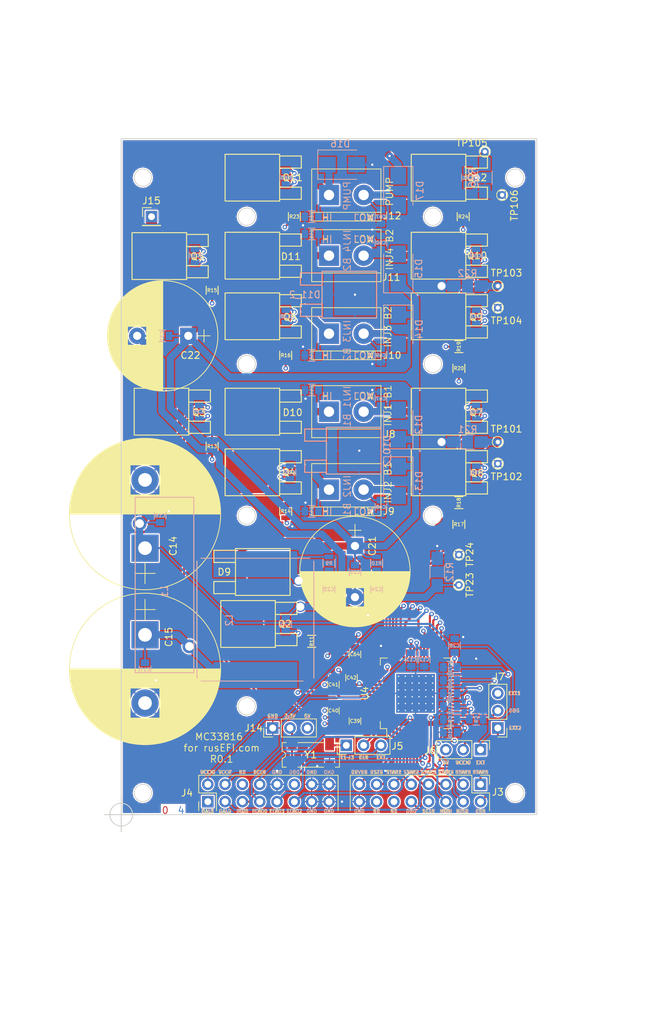
<source format=kicad_pcb>
(kicad_pcb (version 4) (host pcbnew 4.0.7)
  (title_block (title "Common Rail MC33816 board") (date 2019-05-05) (rev R0.1) (company http://rusefi.com/))
  (layers (0 F.Cu signal) (1 PWR_AN power) (2 GND power) (31 B.Cu signal) (34 B.Paste user) (35 F.Paste user) (36 B.SilkS user) (37 F.SilkS user) (38 B.Mask user) (39 F.Mask user) (44 Edge.Cuts user))
  (net 0 "")
  (net 1 GND)
  (net 2 /5V)
  (net 3 /3.3V)
  (net 4 /VCCIO)
  (net 5 /VCCP)
  (net 6 /Vbat)
  (net 7 /Vpwr)
  (net 8 /Vboost)
  (net 9 "Net-(C23-Pad1)")
  (net 10 "Net-(C24-Pad1)")
  (net 11 "Net-(C26-Pad2)")
  (net 12 "Net-(C35-Pad1)")
  (net 13 "Net-(C36-Pad1)")
  (net 14 "Net-(C37-Pad1)")
  (net 15 "Net-(C38-Pad1)")
  (net 16 "Net-(C39-Pad1)")
  (net 17 "Net-(C40-Pad1)")
  (net 18 "Net-(C41-Pad1)")
  (net 19 "Net-(C42-Pad1)")
  (net 20 "Net-(C55-Pad2)")
  (net 21 "Net-(C56-Pad2)")
  (net 22 "Net-(C57-Pad2)")
  (net 23 "Net-(C58-Pad2)")
  (net 24 "Net-(C63-Pad1)")
  (net 25 "Net-(C64-Pad2)")
  (net 26 "Net-(C71-Pad2)")
  (net 27 /START6)
  (net 28 /CSB)
  (net 29 /START5)
  (net 30 /MISO)
  (net 31 /START4)
  (net 32 /MOSI)
  (net 33 /START3)
  (net 34 /SCLK)
  (net 35 /START2)
  (net 36 /DBG_EXT2)
  (net 37 /START1)
  (net 38 /RESETB)
  (net 39 /DRVEN)
  (net 40 /OA_1)
  (net 41 /VCCIO_EXT)
  (net 42 /OA_2)
  (net 43 /IRQB)
  (net 44 /FLAG_0)
  (net 45 /EXT_CLK)
  (net 46 /FLAG_1)
  (net 47 /FLAG_2)
  (net 48 /DBG_EXT1)
  (net 49 "Net-(J5-Pad1)")
  (net 50 /VCC2P5)
  (net 51 /BANK1_BAT)
  (net 52 /INJ_B1_HIGH)
  (net 53 /BANK2_BAT)
  (net 54 /INJ_B2_HIGH)
  (net 55 /INJ1_LOW)
  (net 56 /INJ2_LOW)
  (net 57 /INJ3_LOW)
  (net 58 /INJ4_LOW)
  (net 59 /PUMP_HIGH)
  (net 60 /PUMP_LOW)
  (net 61 /CLK)
  (net 62 /DBG)
  (net 63 /G_LS6)
  (net 64 /P_SENSE_BOOST)
  (net 65 /P_B1_SENSE)
  (net 66 /P_B2_SENSE)
  (net 67 /P_SENSE_PUMP)
  (net 68 /G_L_BOOST)
  (net 69 /G_HB1_BAT)
  (net 70 /G_HB1_BST)
  (net 71 /G_HB2_BAT)
  (net 72 /G_HB2_BST)
  (net 73 /G_L_INJ1)
  (net 74 /G_L_INJ2)
  (net 75 /G_L_INJ3)
  (net 76 /G_L_INJ4)
  (net 77 /G_PUMP)
  (net 78 /Vbuck)
  (module Pin_Headers:Pin_Header_Straight_2x08_Pitch2.54mm (layer F.Cu) (at 160.147 153.289 270)
    (fp_text reference J3 (at 1.143 -2.54 360) (layer F.SilkS))
    (fp_text value CONN_02X08)
    (pad 1 thru_hole rect (at 0 0 270) (size 1.7 1.7) (drill 1) (layers *.Cu *.Mask) (net 27 /START6))
    (pad 2 thru_hole oval (at 2.54 0 270) (size 1.7 1.7) (drill 1) (layers *.Cu *.Mask) (net 28 /CSB))
    (pad 3 thru_hole oval (at 0 2.54 270) (size 1.7 1.7) (drill 1) (layers *.Cu *.Mask) (net 29 /START5))
    (pad 4 thru_hole oval (at 2.54 2.54 270) (size 1.7 1.7) (drill 1) (layers *.Cu *.Mask) (net 30 /MISO))
    (pad 5 thru_hole oval (at 0 5.08 270) (size 1.7 1.7) (drill 1) (layers *.Cu *.Mask) (net 31 /START4))
    (pad 6 thru_hole oval (at 2.54 5.08 270) (size 1.7 1.7) (drill 1) (layers *.Cu *.Mask) (net 32 /MOSI))
    (pad 7 thru_hole oval (at 0 7.62 270) (size 1.7 1.7) (drill 1) (layers *.Cu *.Mask) (net 33 /START3))
    (pad 8 thru_hole oval (at 2.54 7.62 270) (size 1.7 1.7) (drill 1) (layers *.Cu *.Mask) (net 34 /SCLK))
    (pad 9 thru_hole oval (at 0 10.16 270) (size 1.7 1.7) (drill 1) (layers *.Cu *.Mask) (net 35 /START2))
    (pad 10 thru_hole oval (at 2.54 10.16 270) (size 1.7 1.7) (drill 1) (layers *.Cu *.Mask) (net 36 /DBG_EXT2))
    (pad 11 thru_hole oval (at 0 12.7 270) (size 1.7 1.7) (drill 1) (layers *.Cu *.Mask) (net 37 /START1))
    (pad 12 thru_hole oval (at 2.54 12.7 270) (size 1.7 1.7) (drill 1) (layers *.Cu *.Mask))
    (pad 13 thru_hole oval (at 0 15.24 270) (size 1.7 1.7) (drill 1) (layers *.Cu *.Mask) (net 38 /RESETB))
    (pad 14 thru_hole oval (at 2.54 15.24 270) (size 1.7 1.7) (drill 1) (layers *.Cu *.Mask))
    (pad 15 thru_hole oval (at 0 17.78 270) (size 1.7 1.7) (drill 1) (layers *.Cu *.Mask) (net 39 /DRVEN))
    (pad 16 thru_hole oval (at 2.54 17.78 270) (size 1.7 1.7) (drill 1) (layers *.Cu *.Mask) (net 1 GND))
  )
  (module Pin_Headers:Pin_Header_Straight_2x08_Pitch2.54mm (layer F.Cu) (at 120.142 155.829 90)
    (fp_text reference J4 (at 1.27 -3.048 180) (layer F.SilkS))
    (fp_text value CONN_02X08)
    (pad 1 thru_hole rect (at 0 0 90) (size 1.7 1.7) (drill 1) (layers *.Cu *.Mask) (net 40 /OA_1))
    (pad 2 thru_hole oval (at 2.54 0 90) (size 1.7 1.7) (drill 1) (layers *.Cu *.Mask) (net 41 /VCCIO_EXT))
    (pad 3 thru_hole oval (at 0 2.54 90) (size 1.7 1.7) (drill 1) (layers *.Cu *.Mask) (net 42 /OA_2))
    (pad 4 thru_hole oval (at 2.54 2.54 90) (size 1.7 1.7) (drill 1) (layers *.Cu *.Mask) (net 5 /VCCP))
    (pad 5 thru_hole oval (at 0 5.08 90) (size 1.7 1.7) (drill 1) (layers *.Cu *.Mask) (net 43 /IRQB))
    (pad 6 thru_hole oval (at 2.54 5.08 90) (size 1.7 1.7) (drill 1) (layers *.Cu *.Mask))
    (pad 7 thru_hole oval (at 0 7.62 90) (size 1.7 1.7) (drill 1) (layers *.Cu *.Mask) (net 44 /FLAG_0))
    (pad 8 thru_hole oval (at 2.54 7.62 90) (size 1.7 1.7) (drill 1) (layers *.Cu *.Mask) (net 45 /EXT_CLK))
    (pad 9 thru_hole oval (at 0 10.16 90) (size 1.7 1.7) (drill 1) (layers *.Cu *.Mask) (net 46 /FLAG_1))
    (pad 10 thru_hole oval (at 2.54 10.16 90) (size 1.7 1.7) (drill 1) (layers *.Cu *.Mask) (net 1 GND))
    (pad 11 thru_hole oval (at 0 12.7 90) (size 1.7 1.7) (drill 1) (layers *.Cu *.Mask) (net 47 /FLAG_2))
    (pad 12 thru_hole oval (at 2.54 12.7 90) (size 1.7 1.7) (drill 1) (layers *.Cu *.Mask) (net 48 /DBG_EXT1))
    (pad 13 thru_hole oval (at 0 15.24 90) (size 1.7 1.7) (drill 1) (layers *.Cu *.Mask) (net 1 GND))
    (pad 14 thru_hole oval (at 2.54 15.24 90) (size 1.7 1.7) (drill 1) (layers *.Cu *.Mask) (net 1 GND))
    (pad 15 thru_hole oval (at 0 17.78 90) (size 1.7 1.7) (drill 1) (layers *.Cu *.Mask) (net 1 GND))
    (pad 16 thru_hole oval (at 2.54 17.78 90) (size 1.7 1.7) (drill 1) (layers *.Cu *.Mask) (net 1 GND))
  )
  (module rusEFI_LIB:IHLP6767GZER100M01 (layer B.Cu) (at 127.127 129.159 270)
    (fp_text reference L2 (at 0.09906 3.85064 270) (layer B.SilkS) (effects (justify mirror)))
    (fp_text value 10uH hide)
    (pad 2 smd rect (at 8.1225 0 270) (size 3.825 12.32) (layers B.Cu B.Paste B.Mask) (net 7 /Vpwr))
    (pad 1 smd rect (at -8.1225 0 270) (size 3.825 12.32) (layers B.Cu B.Paste B.Mask) (net 78 /Vbuck))
  )
  (module Capacitors_ThroughHole:CP_Radial_D22.0mm_P10.00mm_SnapIn (layer F.Cu) (at 110.934 118.682 90)
    (fp_text reference C14 (at 0.3175 4.1275 90) (layer F.SilkS))
    (fp_text value 1000uF)
    (pad 1 thru_hole rect (at 0 0 90) (size 4 4) (drill 2) (layers *.Cu *.Mask) (net 6 /Vbat))
    (pad 2 thru_hole circle (at 10 0 90) (size 4 4) (drill 2) (layers *.Cu *.Mask) (net 1 GND))
  )
  (module Capacitors_ThroughHole:CP_Radial_D22.0mm_P10.00mm_SnapIn (layer F.Cu) (at 110.934 131.382 270)
    (fp_text reference C15 (at 0.3175 -3.4925 270) (layer F.SilkS))
    (fp_text value 1000uF)
    (pad 1 thru_hole rect (at 0 0 270) (size 4 4) (drill 2) (layers *.Cu *.Mask) (net 7 /Vpwr))
    (pad 2 thru_hole circle (at 10 0 270) (size 4 4) (drill 2) (layers *.Cu *.Mask) (net 1 GND))
  )
  (module Capacitors_ThroughHole:CP_Radial_D16.0mm_P7.50mm (layer F.Cu) (at 141.732 118.364 270)
    (fp_text reference C21 (at 0 -2.54 270) (layer F.SilkS))
    (fp_text value 390uF)
    (pad 1 thru_hole rect (at 0 0 270) (size 2.4 2.4) (drill 1.2) (layers *.Cu *.Mask) (net 8 /Vboost))
    (pad 2 thru_hole circle (at 7.5 0 270) (size 2.4 2.4) (drill 1.2) (layers *.Cu *.Mask) (net 64 /P_SENSE_BOOST))
  )
  (module Capacitors_ThroughHole:CP_Radial_D16.0mm_P7.50mm (layer F.Cu) (at 117.284 87.566 180)
    (fp_text reference C22 (at -0.3175 -2.8575 180) (layer F.SilkS))
    (fp_text value 390uF)
    (pad 1 thru_hole rect (at 0 0 180) (size 2.4 2.4) (drill 1.2) (layers *.Cu *.Mask) (net 8 /Vboost))
    (pad 2 thru_hole circle (at 7.5 0 180) (size 2.4 2.4) (drill 1.2) (layers *.Cu *.Mask) (net 64 /P_SENSE_BOOST))
  )
  (module TO_SOT_Packages_SMD:TO-252-2Lead (layer F.Cu) (at 122.682 122.174 270)
    (fp_text reference D9 (at 0 0.127 360) (layer F.SilkS))
    (fp_text value FFD10UP20S)
    (pad 1 smd rect (at -2.286 0 270) (size 1.651 3.048) (layers F.Cu F.Paste F.Mask) (net 8 /Vboost))
    (pad 2 smd rect (at 0 -6.35 270) (size 6.096 6.096) (layers F.Cu F.Paste F.Mask) (net 78 /Vbuck))
    (pad 3 smd rect (at 2.286 0 270) (size 1.651 3.048) (layers F.Cu F.Paste F.Mask))
  )
  (module TO_SOT_Packages_SMD:TO-252-2Lead (layer F.Cu) (at 132.207 98.679 90)
    (fp_text reference D10 (at -0.127 0.381 180) (layer F.SilkS))
    (fp_text value SBR10200CTL)
    (pad 1 smd rect (at -2.286 0 90) (size 1.651 3.048) (layers F.Cu F.Paste F.Mask) (net 52 /INJ_B1_HIGH))
    (pad 2 smd rect (at 0 -6.35 90) (size 6.096 6.096) (layers F.Cu F.Paste F.Mask) (net 51 /BANK1_BAT))
    (pad 3 smd rect (at 2.286 0 90) (size 1.651 3.048) (layers F.Cu F.Paste F.Mask))
  )
  (module TO_SOT_Packages_SMD:TO-252-2Lead (layer B.Cu) (at 136.017 104.394 90)
    (fp_text reference D10_2 (at 0 10.414 90) (layer B.SilkS) (effects (justify mirror)))
    (fp_text value SBR10200CTL)
    (pad 1 smd rect (at -2.286 0 90) (size 1.651 3.048) (layers B.Cu B.Paste B.Mask) (net 52 /INJ_B1_HIGH))
    (pad 2 smd rect (at 0 6.35 90) (size 6.096 6.096) (layers B.Cu B.Paste B.Mask) (net 1 GND))
    (pad 3 smd rect (at 2.286 0 90) (size 1.651 3.048) (layers B.Cu B.Paste B.Mask))
  )
  (module TO_SOT_Packages_SMD:TO-252-2Lead (layer F.Cu) (at 132.207 75.819 90)
    (fp_text reference D11 (at -0.127 0.127 180) (layer F.SilkS))
    (fp_text value SBR10200CTL)
    (pad 1 smd rect (at -2.286 0 90) (size 1.651 3.048) (layers F.Cu F.Paste F.Mask) (net 54 /INJ_B2_HIGH))
    (pad 2 smd rect (at 0 -6.35 90) (size 6.096 6.096) (layers F.Cu F.Paste F.Mask) (net 53 /BANK2_BAT))
    (pad 3 smd rect (at 2.286 0 90) (size 1.651 3.048) (layers F.Cu F.Paste F.Mask))
  )
  (module TO_SOT_Packages_SMD:TO-252-2Lead (layer B.Cu) (at 135.382 81.534 90)
    (fp_text reference D11_2 (at 0 -1.016 180) (layer B.SilkS) (effects (justify mirror)))
    (fp_text value SBR10200CTL)
    (pad 1 smd rect (at -2.286 0 90) (size 1.651 3.048) (layers B.Cu B.Paste B.Mask) (net 54 /INJ_B2_HIGH))
    (pad 2 smd rect (at 0 6.35 90) (size 6.096 6.096) (layers B.Cu B.Paste B.Mask) (net 1 GND))
    (pad 3 smd rect (at 2.286 0 90) (size 1.651 3.048) (layers B.Cu B.Paste B.Mask))
  )
  (module Diodes_SMD:D_SMB (layer B.Cu) (at 148.082 100.584 90)
    (fp_text reference D12 (at 0 3 90) (layer B.SilkS) (effects (justify mirror)))
    (fp_text value STPS2H100UY)
    (pad 1 smd rect (at -2.15 0 90) (size 2.5 2.3) (layers B.Cu B.Paste B.Mask) (net 8 /Vboost))
    (pad 2 smd rect (at 2.15 0 90) (size 2.5 2.3) (layers B.Cu B.Paste B.Mask) (net 55 /INJ1_LOW))
  )
  (module Diodes_SMD:D_SMB (layer B.Cu) (at 148.082 108.839 270)
    (fp_text reference D13 (at 0 -3.048 270) (layer B.SilkS) (effects (justify mirror)))
    (fp_text value STPS2H100UY)
    (pad 1 smd rect (at -2.15 0 270) (size 2.5 2.3) (layers B.Cu B.Paste B.Mask) (net 8 /Vboost))
    (pad 2 smd rect (at 2.15 0 270) (size 2.5 2.3) (layers B.Cu B.Paste B.Mask) (net 56 /INJ2_LOW))
  )
  (module Diodes_SMD:D_SMB (layer B.Cu) (at 148.082 86.614 270)
    (fp_text reference D14 (at 0 -3.048 270) (layer B.SilkS) (effects (justify mirror)))
    (fp_text value STPS2H100UY)
    (pad 1 smd rect (at -2.15 0 270) (size 2.5 2.3) (layers B.Cu B.Paste B.Mask) (net 8 /Vboost))
    (pad 2 smd rect (at 2.15 0 270) (size 2.5 2.3) (layers B.Cu B.Paste B.Mask) (net 57 /INJ3_LOW))
  )
  (module Diodes_SMD:D_SMB (layer B.Cu) (at 148.082 77.724 90)
    (fp_text reference D15 (at 0 3 90) (layer B.SilkS) (effects (justify mirror)))
    (fp_text value STPS2H100UY)
    (pad 1 smd rect (at -2.15 0 90) (size 2.5 2.3) (layers B.Cu B.Paste B.Mask) (net 8 /Vboost))
    (pad 2 smd rect (at 2.15 0 90) (size 2.5 2.3) (layers B.Cu B.Paste B.Mask) (net 58 /INJ4_LOW))
  )
  (module Diodes_SMD:D_SMB (layer B.Cu) (at 139.827 62.484)
    (fp_text reference D16 (at -0.254 -3.048) (layer B.SilkS) (effects (justify mirror)))
    (fp_text value STPS2H100UY)
    (pad 1 smd rect (at -2.15 0) (size 2.5 2.3) (layers B.Cu B.Paste B.Mask) (net 59 /PUMP_HIGH))
    (pad 2 smd rect (at 2.15 0) (size 2.5 2.3) (layers B.Cu B.Paste B.Mask) (net 1 GND))
  )
  (module Diodes_SMD:D_SMB (layer B.Cu) (at 148.082 66.294 270)
    (fp_text reference D17 (at 0 -3.175 270) (layer B.SilkS) (effects (justify mirror)))
    (fp_text value STPS2H100UY)
    (pad 1 smd rect (at -2.15 0 270) (size 2.5 2.3) (layers B.Cu B.Paste B.Mask) (net 6 /Vbat))
    (pad 2 smd rect (at 2.15 0 270) (size 2.5 2.3) (layers B.Cu B.Paste B.Mask) (net 60 /PUMP_LOW))
  )
  (module Pin_Headers:Pin_Header_Straight_1x03_Pitch2.54mm (layer F.Cu) (at 140.462 147.574 90)
    (fp_text reference J5 (at -0.127 7.493 180) (layer F.SilkS))
    (fp_text value CONN_01X03)
    (pad 1 thru_hole rect (at 0 0 90) (size 1.7 1.7) (drill 1) (layers *.Cu *.Mask) (net 49 "Net-(J5-Pad1)"))
    (pad 2 thru_hole oval (at 0 2.54 90) (size 1.7 1.7) (drill 1) (layers *.Cu *.Mask) (net 61 /CLK))
    (pad 3 thru_hole oval (at 0 5.08 90) (size 1.7 1.7) (drill 1) (layers *.Cu *.Mask) (net 45 /EXT_CLK))
  )
  (module Pin_Headers:Pin_Header_Straight_1x03_Pitch2.54mm (layer F.Cu) (at 160.147 148.209 270)
    (fp_text reference J6 (at 0.127 7.366 360) (layer F.SilkS))
    (fp_text value CONN_01X03)
    (pad 1 thru_hole rect (at 0 0 270) (size 1.7 1.7) (drill 1) (layers *.Cu *.Mask) (net 41 /VCCIO_EXT))
    (pad 2 thru_hole oval (at 0 2.54 270) (size 1.7 1.7) (drill 1) (layers *.Cu *.Mask) (net 4 /VCCIO))
    (pad 3 thru_hole oval (at 0 5.08 270) (size 1.7 1.7) (drill 1) (layers *.Cu *.Mask) (net 2 /5V))
  )
  (module Pin_Headers:Pin_Header_Straight_1x03_Pitch2.54mm (layer F.Cu) (at 162.687 145.034 180)
    (fp_text reference J7 (at -0.127 7.493 180) (layer F.SilkS))
    (fp_text value CONN_01X03)
    (pad 1 thru_hole rect (at 0 0 180) (size 1.7 1.7) (drill 1) (layers *.Cu *.Mask) (net 36 /DBG_EXT2))
    (pad 2 thru_hole oval (at 0 2.54 180) (size 1.7 1.7) (drill 1) (layers *.Cu *.Mask) (net 62 /DBG))
    (pad 3 thru_hole oval (at 0 5.08 180) (size 1.7 1.7) (drill 1) (layers *.Cu *.Mask) (net 48 /DBG_EXT1))
  )
  (module Terminal_Blocks:TerminalBlock_bornier-2_P5.08mm (layer F.Cu) (at 137.922 98.679)
    (fp_text reference J8 (at 8.89 3.302) (layer F.SilkS))
    (fp_text value INJ_Term)
    (pad 1 thru_hole rect (at 0 0) (size 3 3) (drill 1.52) (layers *.Cu *.Mask) (net 52 /INJ_B1_HIGH))
    (pad 2 thru_hole circle (at 5.08 0) (size 3 3) (drill 1.52) (layers *.Cu *.Mask) (net 55 /INJ1_LOW))
  )
  (module Terminal_Blocks:TerminalBlock_bornier-2_P5.08mm (layer F.Cu) (at 137.922 110.109)
    (fp_text reference J9 (at 8.763 3.175) (layer F.SilkS))
    (fp_text value INJ_Term)
    (pad 1 thru_hole rect (at 0 0) (size 3 3) (drill 1.52) (layers *.Cu *.Mask) (net 52 /INJ_B1_HIGH))
    (pad 2 thru_hole circle (at 5.08 0) (size 3 3) (drill 1.52) (layers *.Cu *.Mask) (net 56 /INJ2_LOW))
  )
  (module Terminal_Blocks:TerminalBlock_bornier-2_P5.08mm (layer F.Cu) (at 137.922 87.249)
    (fp_text reference J10 (at 9.271 3.175) (layer F.SilkS))
    (fp_text value INJ_Term)
    (pad 1 thru_hole rect (at 0 0) (size 3 3) (drill 1.52) (layers *.Cu *.Mask) (net 54 /INJ_B2_HIGH))
    (pad 2 thru_hole circle (at 5.08 0) (size 3 3) (drill 1.52) (layers *.Cu *.Mask) (net 57 /INJ3_LOW))
  )
  (module Terminal_Blocks:TerminalBlock_bornier-2_P5.08mm (layer F.Cu) (at 137.922 75.819)
    (fp_text reference J11 (at 9.144 3.175) (layer F.SilkS))
    (fp_text value INJ_Term)
    (pad 1 thru_hole rect (at 0 0) (size 3 3) (drill 1.52) (layers *.Cu *.Mask) (net 54 /INJ_B2_HIGH))
    (pad 2 thru_hole circle (at 5.08 0) (size 3 3) (drill 1.52) (layers *.Cu *.Mask) (net 58 /INJ4_LOW))
  )
  (module Terminal_Blocks:TerminalBlock_bornier-2_P5.08mm (layer F.Cu) (at 137.922 66.929)
    (fp_text reference J12 (at 9.271 3.048) (layer F.SilkS))
    (fp_text value INJ_Term)
    (pad 1 thru_hole rect (at 0 0) (size 3 3) (drill 1.52) (layers *.Cu *.Mask) (net 59 /PUMP_HIGH))
    (pad 2 thru_hole circle (at 5.08 0) (size 3 3) (drill 1.52) (layers *.Cu *.Mask) (net 60 /PUMP_LOW))
  )
  (module rusEFI_LIB:744710610-Inductor (layer B.Cu) (at 113.792 124.079 90)
    (fp_text reference L1 (at -1 0 90) (layer B.SilkS) (effects (justify mirror)))
    (fp_text value 6uH hide)
    (pad 1 thru_hole circle (at -9 3.65 90) (size 2.032 2.032) (drill 1.27) (layers *.Cu *.Mask) (net 7 /Vpwr))
    (pad 2 thru_hole circle (at 9 -3.65 90) (size 2.032 2.032) (drill 1.27) (layers *.Cu *.Mask) (net 6 /Vbat))
  )
  (module TO_SOT_Packages_SMD:TO-252-2Lead (layer F.Cu) (at 131.572 129.794 90)
    (fp_text reference Q2 (at 0 -0.127 180) (layer F.SilkS))
    (fp_text value BUK9230-100B)
    (pad 1 smd rect (at -2.286 0 90) (size 1.651 3.048) (layers F.Cu F.Paste F.Mask) (net 11 "Net-(C26-Pad2)"))
    (pad 2 smd rect (at 0 -6.35 90) (size 6.096 6.096) (layers F.Cu F.Paste F.Mask) (net 78 /Vbuck))
    (pad 3 smd rect (at 2.286 0 90) (size 1.651 3.048) (layers F.Cu F.Paste F.Mask) (net 64 /P_SENSE_BOOST))
  )
  (module TO_SOT_Packages_SMD:TO-252-2Lead (layer F.Cu) (at 118.872 98.679 90)
    (fp_text reference Q3 (at -0.127 0 180) (layer F.SilkS))
    (fp_text value BUK9230-100B)
    (pad 1 smd rect (at -2.286 0 90) (size 1.651 3.048) (layers F.Cu F.Paste F.Mask) (net 12 "Net-(C35-Pad1)"))
    (pad 2 smd rect (at 0 -6.35 90) (size 6.096 6.096) (layers F.Cu F.Paste F.Mask) (net 6 /Vbat))
    (pad 3 smd rect (at 2.286 0 90) (size 1.651 3.048) (layers F.Cu F.Paste F.Mask) (net 51 /BANK1_BAT))
  )
  (module TO_SOT_Packages_SMD:TO-252-2Lead (layer F.Cu) (at 132.207 107.569 90)
    (fp_text reference Q4 (at 0 -0.127 180) (layer F.SilkS))
    (fp_text value BUK9230-100B)
    (pad 1 smd rect (at -2.286 0 90) (size 1.651 3.048) (layers F.Cu F.Paste F.Mask) (net 13 "Net-(C36-Pad1)"))
    (pad 2 smd rect (at 0 -6.35 90) (size 6.096 6.096) (layers F.Cu F.Paste F.Mask) (net 8 /Vboost))
    (pad 3 smd rect (at 2.286 0 90) (size 1.651 3.048) (layers F.Cu F.Paste F.Mask) (net 52 /INJ_B1_HIGH))
  )
  (module TO_SOT_Packages_SMD:TO-252-2Lead (layer F.Cu) (at 118.554 75.8825 90)
    (fp_text reference Q5 (at -0.0635 0.064 180) (layer F.SilkS))
    (fp_text value BUK9230-100B)
    (pad 1 smd rect (at -2.286 0 90) (size 1.651 3.048) (layers F.Cu F.Paste F.Mask) (net 14 "Net-(C37-Pad1)"))
    (pad 2 smd rect (at 0 -6.35 90) (size 6.096 6.096) (layers F.Cu F.Paste F.Mask) (net 6 /Vbat))
    (pad 3 smd rect (at 2.286 0 90) (size 1.651 3.048) (layers F.Cu F.Paste F.Mask) (net 53 /BANK2_BAT))
  )
  (module TO_SOT_Packages_SMD:TO-252-2Lead (layer F.Cu) (at 132.207 84.709 90)
    (fp_text reference Q6 (at -0.127 0 180) (layer F.SilkS))
    (fp_text value BUK9230-100B)
    (pad 1 smd rect (at -2.286 0 90) (size 1.651 3.048) (layers F.Cu F.Paste F.Mask) (net 15 "Net-(C38-Pad1)"))
    (pad 2 smd rect (at 0 -6.35 90) (size 6.096 6.096) (layers F.Cu F.Paste F.Mask) (net 8 /Vboost))
    (pad 3 smd rect (at 2.286 0 90) (size 1.651 3.048) (layers F.Cu F.Paste F.Mask) (net 54 /INJ_B2_HIGH))
  )
  (module TO_SOT_Packages_SMD:TO-252-2Lead (layer F.Cu) (at 159.512 98.679 90)
    (fp_text reference Q7 (at -0.127 0 180) (layer F.SilkS))
    (fp_text value BUK9230-100B)
    (pad 1 smd rect (at -2.286 0 90) (size 1.651 3.048) (layers F.Cu F.Paste F.Mask) (net 20 "Net-(C55-Pad2)"))
    (pad 2 smd rect (at 0 -6.35 90) (size 6.096 6.096) (layers F.Cu F.Paste F.Mask) (net 55 /INJ1_LOW))
    (pad 3 smd rect (at 2.286 0 90) (size 1.651 3.048) (layers F.Cu F.Paste F.Mask) (net 65 /P_B1_SENSE))
  )
  (module TO_SOT_Packages_SMD:TO-252-2Lead (layer F.Cu) (at 159.512 107.569 90)
    (fp_text reference Q8 (at -0.127 0.127 180) (layer F.SilkS))
    (fp_text value BUK9230-100B)
    (pad 1 smd rect (at -2.286 0 90) (size 1.651 3.048) (layers F.Cu F.Paste F.Mask) (net 21 "Net-(C56-Pad2)"))
    (pad 2 smd rect (at 0 -6.35 90) (size 6.096 6.096) (layers F.Cu F.Paste F.Mask) (net 56 /INJ2_LOW))
    (pad 3 smd rect (at 2.286 0 90) (size 1.651 3.048) (layers F.Cu F.Paste F.Mask) (net 65 /P_B1_SENSE))
  )
  (module TO_SOT_Packages_SMD:TO-252-2Lead (layer F.Cu) (at 159.512 84.709 90)
    (fp_text reference Q9 (at -0.127 0 180) (layer F.SilkS))
    (fp_text value BUK9230-100B)
    (pad 1 smd rect (at -2.286 0 90) (size 1.651 3.048) (layers F.Cu F.Paste F.Mask) (net 22 "Net-(C57-Pad2)"))
    (pad 2 smd rect (at 0 -6.35 90) (size 6.096 6.096) (layers F.Cu F.Paste F.Mask) (net 57 /INJ3_LOW))
    (pad 3 smd rect (at 2.286 0 90) (size 1.651 3.048) (layers F.Cu F.Paste F.Mask) (net 66 /P_B2_SENSE))
  )
  (module TO_SOT_Packages_SMD:TO-252-2Lead (layer F.Cu) (at 159.512 75.819 90)
    (fp_text reference Q10 (at 0 0.127 180) (layer F.SilkS))
    (fp_text value BUK9230-100B)
    (pad 1 smd rect (at -2.286 0 90) (size 1.651 3.048) (layers F.Cu F.Paste F.Mask) (net 23 "Net-(C58-Pad2)"))
    (pad 2 smd rect (at 0 -6.35 90) (size 6.096 6.096) (layers F.Cu F.Paste F.Mask) (net 58 /INJ4_LOW))
    (pad 3 smd rect (at 2.286 0 90) (size 1.651 3.048) (layers F.Cu F.Paste F.Mask) (net 66 /P_B2_SENSE))
  )
  (module TO_SOT_Packages_SMD:TO-252-2Lead (layer F.Cu) (at 132.207 64.389 90)
    (fp_text reference Q11 (at 0 0.381 180) (layer F.SilkS))
    (fp_text value BUK9230-100B)
    (pad 1 smd rect (at -2.286 0 90) (size 1.651 3.048) (layers F.Cu F.Paste F.Mask) (net 24 "Net-(C63-Pad1)"))
    (pad 2 smd rect (at 0 -6.35 90) (size 6.096 6.096) (layers F.Cu F.Paste F.Mask) (net 6 /Vbat))
    (pad 3 smd rect (at 2.286 0 90) (size 1.651 3.048) (layers F.Cu F.Paste F.Mask) (net 59 /PUMP_HIGH))
  )
  (module TO_SOT_Packages_SMD:TO-252-2Lead (layer F.Cu) (at 159.512 64.389 90)
    (fp_text reference Q12 (at 0 0.127 180) (layer F.SilkS))
    (fp_text value BUK9230-100B)
    (pad 1 smd rect (at -2.286 0 90) (size 1.651 3.048) (layers F.Cu F.Paste F.Mask) (net 26 "Net-(C71-Pad2)"))
    (pad 2 smd rect (at 0 -6.35 90) (size 6.096 6.096) (layers F.Cu F.Paste F.Mask) (net 60 /PUMP_LOW))
    (pad 3 smd rect (at 2.286 0 90) (size 1.651 3.048) (layers F.Cu F.Paste F.Mask) (net 67 /P_SENSE_PUMP))
  )
  (module Resistors_SMD:R_1206_HandSoldering (layer B.Cu) (at 153.797 122.174 90)
    (fp_text reference R12 (at 0 1.85 90) (layer B.SilkS) (effects (justify mirror)))
    (fp_text value 0R010)
    (pad 1 smd rect (at -2 0 90) (size 2 1.7) (layers B.Cu B.Paste B.Mask) (net 64 /P_SENSE_BOOST))
    (pad 2 smd rect (at 2 0 90) (size 2 1.7) (layers B.Cu B.Paste B.Mask) (net 1 GND))
  )
  (module Resistors_SMD:R_1206_HandSoldering (layer B.Cu) (at 158.242 103.124 180)
    (fp_text reference R21 (at 0 1.85 180) (layer B.SilkS) (effects (justify mirror)))
    (fp_text value 0R015)
    (pad 1 smd rect (at -2 0 180) (size 2 1.7) (layers B.Cu B.Paste B.Mask) (net 65 /P_B1_SENSE))
    (pad 2 smd rect (at 2 0 180) (size 2 1.7) (layers B.Cu B.Paste B.Mask) (net 1 GND))
  )
  (module Resistors_SMD:R_1206_HandSoldering (layer B.Cu) (at 158.242 80.264 180)
    (fp_text reference R22 (at 0 1.85 180) (layer B.SilkS) (effects (justify mirror)))
    (fp_text value 0R015)
    (pad 1 smd rect (at -2 0 180) (size 2 1.7) (layers B.Cu B.Paste B.Mask) (net 66 /P_B2_SENSE))
    (pad 2 smd rect (at 2 0 180) (size 2 1.7) (layers B.Cu B.Paste B.Mask) (net 1 GND))
  )
  (module Resistors_SMD:R_1206_HandSoldering (layer B.Cu) (at 160.782 64.389 270)
    (fp_text reference R26 (at 0 1.85 270) (layer B.SilkS) (effects (justify mirror)))
    (fp_text value 0R015)
    (pad 1 smd rect (at -2 0 270) (size 2 1.7) (layers B.Cu B.Paste B.Mask) (net 67 /P_SENSE_PUMP))
    (pad 2 smd rect (at 2 0 270) (size 2 1.7) (layers B.Cu B.Paste B.Mask) (net 1 GND))
  )
  (module Connect:PINTST (layer F.Cu) (at 156.972 124.079 270)
    (fp_text reference TP23 (at 0 -1.6 270) (layer F.SilkS))
    (fp_text value CONN_01X01)
    (pad 1 thru_hole circle (at 0 0 270) (size 1.143 1.143) (drill 0.635) (layers *.Cu *.Mask) (net 64 /P_SENSE_BOOST))
  )
  (module Connect:PINTST (layer F.Cu) (at 156.972 119.634 270)
    (fp_text reference TP24 (at 0 -1.6 270) (layer F.SilkS))
    (fp_text value CONN_01X01)
    (pad 1 thru_hole circle (at 0 0 270) (size 1.143 1.143) (drill 0.635) (layers *.Cu *.Mask) (net 1 GND))
  )
  (module Connect:PINTST (layer F.Cu) (at 162.687 103.124 270)
    (fp_text reference TP101 (at -1.905 -1.27 360) (layer F.SilkS))
    (fp_text value CONN_01X01)
    (pad 1 thru_hole circle (at 0 0 270) (size 1.143 1.143) (drill 0.635) (layers *.Cu *.Mask) (net 65 /P_B1_SENSE))
  )
  (module Connect:PINTST (layer F.Cu) (at 162.687 106.299 270)
    (fp_text reference TP102 (at 1.905 -1.27 360) (layer F.SilkS))
    (fp_text value CONN_01X01)
    (pad 1 thru_hole circle (at 0 0 270) (size 1.143 1.143) (drill 0.635) (layers *.Cu *.Mask) (net 1 GND))
  )
  (module Connect:PINTST (layer F.Cu) (at 162.687 80.264 270)
    (fp_text reference TP103 (at -1.905 -1.27 360) (layer F.SilkS))
    (fp_text value CONN_01X01)
    (pad 1 thru_hole circle (at 0 0 270) (size 1.143 1.143) (drill 0.635) (layers *.Cu *.Mask) (net 66 /P_B2_SENSE))
  )
  (module Connect:PINTST (layer F.Cu) (at 162.687 83.439 270)
    (fp_text reference TP104 (at 1.905 -1.27 360) (layer F.SilkS))
    (fp_text value CONN_01X01)
    (pad 1 thru_hole circle (at 0 0 270) (size 1.143 1.143) (drill 0.635) (layers *.Cu *.Mask) (net 1 GND))
  )
  (module Connect:PINTST (layer F.Cu) (at 160.782 60.579 270)
    (fp_text reference TP105 (at -1.27 1.905 360) (layer F.SilkS))
    (fp_text value CONN_01X01)
    (pad 1 thru_hole circle (at 0 0 270) (size 1.143 1.143) (drill 0.635) (layers *.Cu *.Mask) (net 67 /P_SENSE_PUMP))
  )
  (module Connect:PINTST (layer F.Cu) (at 163.322 66.929 270)
    (fp_text reference TP106 (at 1.524 -1.778 270) (layer F.SilkS))
    (fp_text value CONN_01X01)
    (pad 1 thru_hole circle (at 0 0 270) (size 1.143 1.143) (drill 0.635) (layers *.Cu *.Mask) (net 1 GND))
  )
  (module Crystals:Crystal_SMD_SeikoEpson_MC306-4pin_8.0x3.2mm (layer F.Cu) (at 135.255 148.971)
    (fp_text reference Y1 (at 0 0) (layer F.SilkS))
    (fp_text value ???)
    (pad 1 smd rect (at -2.75 1.6) (size 1.3 1.9) (layers F.Cu F.Paste F.Mask) (net 3 /3.3V))
    (pad 2 smd rect (at 2.75 1.6) (size 1.3 1.9) (layers F.Cu F.Paste F.Mask) (net 1 GND))
    (pad 3 smd rect (at 2.75 -1.6) (size 1.3 1.9) (layers F.Cu F.Paste F.Mask) (net 49 "Net-(J5-Pad1)"))
    (pad 4 smd rect (at -2.75 -1.6) (size 1.3 1.9) (layers F.Cu F.Paste F.Mask) (net 3 /3.3V))
  )
  (module rusEFI_LIB:C_0805 (layer B.Cu) (at 155.702 143.764 180)
    (fp_text reference C8 (at 0 0 450) (layer B.SilkS) (effects (font (size 0.508 0.508) (thickness 0.1016)) (justify mirror)))
    (fp_text value 0.1uF hide)
    (pad 1 smd rect (at -1 0 180) (size 1 1.25) (layers B.Cu B.Paste B.Mask) (net 50 /VCC2P5))
    (pad 2 smd rect (at 1 0 180) (size 1 1.25) (layers B.Cu B.Paste B.Mask) (net 1 GND))
  )
  (module rusEFI_LIB:C_0805 (layer B.Cu) (at 159.512 143.764)
    (fp_text reference C9 (at 0 0 270) (layer B.SilkS) (effects (font (size 0.508 0.508) (thickness 0.1016)) (justify mirror)))
    (fp_text value 1uF hide)
    (pad 1 smd rect (at -1 0) (size 1 1.25) (layers B.Cu B.Paste B.Mask) (net 50 /VCC2P5))
    (pad 2 smd rect (at 1 0) (size 1 1.25) (layers B.Cu B.Paste B.Mask) (net 1 GND))
  )
  (module rusEFI_LIB:C_0805 (layer B.Cu) (at 155.702 145.669 180)
    (fp_text reference C10 (at 0 0 450) (layer B.SilkS) (effects (font (size 0.508 0.508) (thickness 0.1016)) (justify mirror)))
    (fp_text value 0.1uF hide)
    (pad 1 smd rect (at -1 0 180) (size 1 1.25) (layers B.Cu B.Paste B.Mask) (net 4 /VCCIO))
    (pad 2 smd rect (at 1 0 180) (size 1 1.25) (layers B.Cu B.Paste B.Mask) (net 1 GND))
  )
  (module rusEFI_LIB:C_0805 (layer B.Cu) (at 155.702 141.859 180)
    (fp_text reference C11 (at 0 0 450) (layer B.SilkS) (effects (font (size 0.508 0.508) (thickness 0.1016)) (justify mirror)))
    (fp_text value 0.1uF hide)
    (pad 1 smd rect (at -1 0 180) (size 1 1.25) (layers B.Cu B.Paste B.Mask) (net 2 /5V))
    (pad 2 smd rect (at 1 0 180) (size 1 1.25) (layers B.Cu B.Paste B.Mask) (net 1 GND))
  )
  (module rusEFI_LIB:C_0805 (layer B.Cu) (at 151.892 135.001 270)
    (fp_text reference C12 (at 0 0 540) (layer B.SilkS) (effects (font (size 0.508 0.508) (thickness 0.1016)) (justify mirror)))
    (fp_text value 4.7uF hide)
    (pad 1 smd rect (at -1 0 270) (size 1 1.25) (layers B.Cu B.Paste B.Mask) (net 5 /VCCP))
    (pad 2 smd rect (at 1 0 270) (size 1 1.25) (layers B.Cu B.Paste B.Mask) (net 1 GND))
  )
  (module rusEFI_LIB:C_0805 (layer B.Cu) (at 149.987 135.001 270)
    (fp_text reference C13 (at 0 0 540) (layer B.SilkS) (effects (font (size 0.508 0.508) (thickness 0.1016)) (justify mirror)))
    (fp_text value 0.1uF hide)
    (pad 1 smd rect (at -1 0 270) (size 1 1.25) (layers B.Cu B.Paste B.Mask) (net 5 /VCCP))
    (pad 2 smd rect (at 1 0 270) (size 1 1.25) (layers B.Cu B.Paste B.Mask) (net 1 GND))
  )
  (module rusEFI_LIB:C_0805 (layer B.Cu) (at 113.157 113.919 90)
    (fp_text reference C16 (at 0 0 360) (layer B.SilkS) (effects (font (size 0.508 0.508) (thickness 0.1016)) (justify mirror)))
    (fp_text value 0.22uF hide)
    (pad 1 smd rect (at -1 0 90) (size 1 1.25) (layers B.Cu B.Paste B.Mask) (net 6 /Vbat))
    (pad 2 smd rect (at 1 0 90) (size 1 1.25) (layers B.Cu B.Paste B.Mask) (net 1 GND))
  )
  (module rusEFI_LIB:C_0805 (layer B.Cu) (at 110.934 136.462 270)
    (fp_text reference C17 (at 0 0 540) (layer B.SilkS) (effects (font (size 0.508 0.508) (thickness 0.1016)) (justify mirror)))
    (fp_text value 0.22uF hide)
    (pad 1 smd rect (at -1 0 270) (size 1 1.25) (layers B.Cu B.Paste B.Mask) (net 7 /Vpwr))
    (pad 2 smd rect (at 1 0 270) (size 1 1.25) (layers B.Cu B.Paste B.Mask) (net 1 GND))
  )
  (module rusEFI_LIB:C_0805 (layer B.Cu) (at 137.922 124.714 270)
    (fp_text reference C23 (at 0 0 540) (layer B.SilkS) (effects (font (size 0.508 0.508) (thickness 0.1016)) (justify mirror)))
    (fp_text value 330pF hide)
    (pad 1 smd rect (at -1 0 270) (size 1 1.25) (layers B.Cu B.Paste B.Mask) (net 9 "Net-(C23-Pad1)"))
    (pad 2 smd rect (at 1 0 270) (size 1 1.25) (layers B.Cu B.Paste B.Mask) (net 64 /P_SENSE_BOOST))
  )
  (module rusEFI_LIB:C_0805 (layer B.Cu) (at 144.907 124.714 270)
    (fp_text reference C24 (at 0 0 540) (layer B.SilkS) (effects (font (size 0.508 0.508) (thickness 0.1016)) (justify mirror)))
    (fp_text value 330pF hide)
    (pad 1 smd rect (at -1 0 270) (size 1 1.25) (layers B.Cu B.Paste B.Mask) (net 10 "Net-(C24-Pad1)"))
    (pad 2 smd rect (at 1 0 270) (size 1 1.25) (layers B.Cu B.Paste B.Mask) (net 64 /P_SENSE_BOOST))
  )
  (module rusEFI_LIB:C_0805 (layer B.Cu) (at 141.732 122.174 270)
    (fp_text reference C25 (at 0 0 540) (layer B.SilkS) (effects (font (size 0.508 0.508) (thickness 0.1016)) (justify mirror)))
    (fp_text value 0.22uF hide)
    (pad 1 smd rect (at -1 0 270) (size 1 1.25) (layers B.Cu B.Paste B.Mask) (net 8 /Vboost))
    (pad 2 smd rect (at 1 0 270) (size 1 1.25) (layers B.Cu B.Paste B.Mask) (net 64 /P_SENSE_BOOST))
  )
  (module rusEFI_LIB:C_0805 (layer B.Cu) (at 113.474 87.566 180)
    (fp_text reference C27 (at 0 0 450) (layer B.SilkS) (effects (font (size 0.508 0.508) (thickness 0.1016)) (justify mirror)))
    (fp_text value 0.22uF hide)
    (pad 1 smd rect (at -1 0 180) (size 1 1.25) (layers B.Cu B.Paste B.Mask) (net 8 /Vboost))
    (pad 2 smd rect (at 1 0 180) (size 1 1.25) (layers B.Cu B.Paste B.Mask) (net 64 /P_SENSE_BOOST))
  )
  (module rusEFI_LIB:C_0805 (layer B.Cu) (at 156.337 132.969 90)
    (fp_text reference C28 (at 0 0 360) (layer B.SilkS) (effects (font (size 0.508 0.508) (thickness 0.1016)) (justify mirror)))
    (fp_text value 330pF hide)
    (pad 1 smd rect (at -1 0 90) (size 1 1.25) (layers B.Cu B.Paste B.Mask) (net 64 /P_SENSE_BOOST))
    (pad 2 smd rect (at 1 0 90) (size 1 1.25) (layers B.Cu B.Paste B.Mask) (net 1 GND))
  )
  (module rusEFI_LIB:C_0805 (layer B.Cu) (at 118.872 98.679 90)
    (fp_text reference C35 (at 0 0 360) (layer B.SilkS) (effects (font (size 0.508 0.508) (thickness 0.1016)) (justify mirror)))
    (fp_text value 1000pF hide)
    (pad 1 smd rect (at -1 0 90) (size 1 1.25) (layers B.Cu B.Paste B.Mask) (net 12 "Net-(C35-Pad1)"))
    (pad 2 smd rect (at 1 0 90) (size 1 1.25) (layers B.Cu B.Paste B.Mask) (net 51 /BANK1_BAT))
  )
  (module rusEFI_LIB:C_0805 (layer B.Cu) (at 132.207 107.569 90)
    (fp_text reference C36 (at 0 0 360) (layer B.SilkS) (effects (font (size 0.508 0.508) (thickness 0.1016)) (justify mirror)))
    (fp_text value 1000pF hide)
    (pad 1 smd rect (at -1 0 90) (size 1 1.25) (layers B.Cu B.Paste B.Mask) (net 13 "Net-(C36-Pad1)"))
    (pad 2 smd rect (at 1 0 90) (size 1 1.25) (layers B.Cu B.Paste B.Mask) (net 52 /INJ_B1_HIGH))
  )
  (module rusEFI_LIB:C_0805 (layer B.Cu) (at 118.237 75.819 90)
    (fp_text reference C37 (at 0 0 360) (layer B.SilkS) (effects (font (size 0.508 0.508) (thickness 0.1016)) (justify mirror)))
    (fp_text value 1000pF hide)
    (pad 1 smd rect (at -1 0 90) (size 1 1.25) (layers B.Cu B.Paste B.Mask) (net 14 "Net-(C37-Pad1)"))
    (pad 2 smd rect (at 1 0 90) (size 1 1.25) (layers B.Cu B.Paste B.Mask) (net 53 /BANK2_BAT))
  )
  (module rusEFI_LIB:C_0805 (layer B.Cu) (at 131.572 84.709 90)
    (fp_text reference C38 (at 0 0 360) (layer B.SilkS) (effects (font (size 0.508 0.508) (thickness 0.1016)) (justify mirror)))
    (fp_text value 1000pF hide)
    (pad 1 smd rect (at -1 0 90) (size 1 1.25) (layers B.Cu B.Paste B.Mask) (net 15 "Net-(C38-Pad1)"))
    (pad 2 smd rect (at 1 0 90) (size 1 1.25) (layers B.Cu B.Paste B.Mask) (net 54 /INJ_B2_HIGH))
  )
  (module rusEFI_LIB:C_0805 (layer F.Cu) (at 141.732 144.018 270)
    (fp_text reference C39 (at 0 0 360) (layer F.SilkS) (effects (font (size 0.508 0.508) (thickness 0.1016))))
    (fp_text value 0.33uF hide)
    (pad 1 smd rect (at -1 0 270) (size 1 1.25) (layers F.Cu F.Paste F.Mask) (net 16 "Net-(C39-Pad1)"))
    (pad 2 smd rect (at 1 0 270) (size 1 1.25) (layers F.Cu F.Paste F.Mask) (net 51 /BANK1_BAT))
  )
  (module rusEFI_LIB:C_0805 (layer F.Cu) (at 138.557 142.494 270)
    (fp_text reference C40 (at 0 0 360) (layer F.SilkS) (effects (font (size 0.508 0.508) (thickness 0.1016))))
    (fp_text value 0.33uF hide)
    (pad 1 smd rect (at -1 0 270) (size 1 1.25) (layers F.Cu F.Paste F.Mask) (net 17 "Net-(C40-Pad1)"))
    (pad 2 smd rect (at 1 0 270) (size 1 1.25) (layers F.Cu F.Paste F.Mask) (net 52 /INJ_B1_HIGH))
  )
  (module rusEFI_LIB:C_0805 (layer F.Cu) (at 138.557 138.684 270)
    (fp_text reference C41 (at 0 0 360) (layer F.SilkS) (effects (font (size 0.508 0.508) (thickness 0.1016))))
    (fp_text value 0.33uF hide)
    (pad 1 smd rect (at -1 0 270) (size 1 1.25) (layers F.Cu F.Paste F.Mask) (net 18 "Net-(C41-Pad1)"))
    (pad 2 smd rect (at 1 0 270) (size 1 1.25) (layers F.Cu F.Paste F.Mask) (net 53 /BANK2_BAT))
  )
  (module rusEFI_LIB:C_0805 (layer F.Cu) (at 141.224 137.668 270)
    (fp_text reference C42 (at 0 0 360) (layer F.SilkS) (effects (font (size 0.508 0.508) (thickness 0.1016))))
    (fp_text value 0.33uF hide)
    (pad 1 smd rect (at -1 0 270) (size 1 1.25) (layers F.Cu F.Paste F.Mask) (net 19 "Net-(C42-Pad1)"))
    (pad 2 smd rect (at 1 0 270) (size 1 1.25) (layers F.Cu F.Paste F.Mask) (net 54 /INJ_B2_HIGH))
  )
  (module rusEFI_LIB:C_0805 (layer B.Cu) (at 135.382 113.284 180)
    (fp_text reference C43 (at 0 0 450) (layer B.SilkS) (effects (font (size 0.508 0.508) (thickness 0.1016)) (justify mirror)))
    (fp_text value 4700pF hide)
    (pad 1 smd rect (at -1 0 180) (size 1 1.25) (layers B.Cu B.Paste B.Mask) (net 52 /INJ_B1_HIGH))
    (pad 2 smd rect (at 1 0 180) (size 1 1.25) (layers B.Cu B.Paste B.Mask) (net 1 GND))
  )
  (module rusEFI_LIB:C_0805 (layer B.Cu) (at 135.382 95.504 180)
    (fp_text reference C44 (at 0 0 450) (layer B.SilkS) (effects (font (size 0.508 0.508) (thickness 0.1016)) (justify mirror)))
    (fp_text value 4700pF hide)
    (pad 1 smd rect (at -1 0 180) (size 1 1.25) (layers B.Cu B.Paste B.Mask) (net 52 /INJ_B1_HIGH))
    (pad 2 smd rect (at 1 0 180) (size 1 1.25) (layers B.Cu B.Paste B.Mask) (net 1 GND))
  )
  (module rusEFI_LIB:C_0805 (layer B.Cu) (at 135.382 90.424 180)
    (fp_text reference C45 (at 0 0 450) (layer B.SilkS) (effects (font (size 0.508 0.508) (thickness 0.1016)) (justify mirror)))
    (fp_text value 4700pF hide)
    (pad 1 smd rect (at -1 0 180) (size 1 1.25) (layers B.Cu B.Paste B.Mask) (net 54 /INJ_B2_HIGH))
    (pad 2 smd rect (at 1 0 180) (size 1 1.25) (layers B.Cu B.Paste B.Mask) (net 1 GND))
  )
  (module rusEFI_LIB:C_0805 (layer B.Cu) (at 135.382 72.644 180)
    (fp_text reference C46 (at 0 0 450) (layer B.SilkS) (effects (font (size 0.508 0.508) (thickness 0.1016)) (justify mirror)))
    (fp_text value 4700pF hide)
    (pad 1 smd rect (at -1 0 180) (size 1 1.25) (layers B.Cu B.Paste B.Mask) (net 54 /INJ_B2_HIGH))
    (pad 2 smd rect (at 1 0 180) (size 1 1.25) (layers B.Cu B.Paste B.Mask) (net 1 GND))
  )
  (module rusEFI_LIB:C_0805 (layer B.Cu) (at 145.542 96.774 90)
    (fp_text reference C47 (at 0 0 360) (layer B.SilkS) (effects (font (size 0.508 0.508) (thickness 0.1016)) (justify mirror)))
    (fp_text value 4700pF hide)
    (pad 1 smd rect (at -1 0 90) (size 1 1.25) (layers B.Cu B.Paste B.Mask) (net 55 /INJ1_LOW))
    (pad 2 smd rect (at 1 0 90) (size 1 1.25) (layers B.Cu B.Paste B.Mask) (net 1 GND))
  )
  (module rusEFI_LIB:C_0805 (layer B.Cu) (at 145.542 112.649 270)
    (fp_text reference C48 (at 0 0 540) (layer B.SilkS) (effects (font (size 0.508 0.508) (thickness 0.1016)) (justify mirror)))
    (fp_text value 4700pF hide)
    (pad 1 smd rect (at -1 0 270) (size 1 1.25) (layers B.Cu B.Paste B.Mask) (net 56 /INJ2_LOW))
    (pad 2 smd rect (at 1 0 270) (size 1 1.25) (layers B.Cu B.Paste B.Mask) (net 1 GND))
  )
  (module rusEFI_LIB:C_0805 (layer B.Cu) (at 145.542 90.424 270)
    (fp_text reference C49 (at 0 0 540) (layer B.SilkS) (effects (font (size 0.508 0.508) (thickness 0.1016)) (justify mirror)))
    (fp_text value 4700pF hide)
    (pad 1 smd rect (at -1 0 270) (size 1 1.25) (layers B.Cu B.Paste B.Mask) (net 57 /INJ3_LOW))
    (pad 2 smd rect (at 1 0 270) (size 1 1.25) (layers B.Cu B.Paste B.Mask) (net 1 GND))
  )
  (module rusEFI_LIB:C_0805 (layer B.Cu) (at 145.542 73.914 90)
    (fp_text reference C50 (at 0 0 360) (layer B.SilkS) (effects (font (size 0.508 0.508) (thickness 0.1016)) (justify mirror)))
    (fp_text value 4700pF hide)
    (pad 1 smd rect (at -1 0 90) (size 1 1.25) (layers B.Cu B.Paste B.Mask) (net 58 /INJ4_LOW))
    (pad 2 smd rect (at 1 0 90) (size 1 1.25) (layers B.Cu B.Paste B.Mask) (net 1 GND))
  )
  (module rusEFI_LIB:C_0805 (layer B.Cu) (at 159.512 98.679 270)
    (fp_text reference C55 (at 0 0 540) (layer B.SilkS) (effects (font (size 0.508 0.508) (thickness 0.1016)) (justify mirror)))
    (fp_text value 1000pF hide)
    (pad 1 smd rect (at -1 0 270) (size 1 1.25) (layers B.Cu B.Paste B.Mask) (net 65 /P_B1_SENSE))
    (pad 2 smd rect (at 1 0 270) (size 1 1.25) (layers B.Cu B.Paste B.Mask) (net 20 "Net-(C55-Pad2)"))
  )
  (module rusEFI_LIB:C_0805 (layer B.Cu) (at 159.512 107.569 270)
    (fp_text reference C56 (at 0 0 540) (layer B.SilkS) (effects (font (size 0.508 0.508) (thickness 0.1016)) (justify mirror)))
    (fp_text value 1000pF hide)
    (pad 1 smd rect (at -1 0 270) (size 1 1.25) (layers B.Cu B.Paste B.Mask) (net 65 /P_B1_SENSE))
    (pad 2 smd rect (at 1 0 270) (size 1 1.25) (layers B.Cu B.Paste B.Mask) (net 21 "Net-(C56-Pad2)"))
  )
  (module rusEFI_LIB:C_0805 (layer B.Cu) (at 159.512 84.709 270)
    (fp_text reference C57 (at 0 0 540) (layer B.SilkS) (effects (font (size 0.508 0.508) (thickness 0.1016)) (justify mirror)))
    (fp_text value 1000pF hide)
    (pad 1 smd rect (at -1 0 270) (size 1 1.25) (layers B.Cu B.Paste B.Mask) (net 66 /P_B2_SENSE))
    (pad 2 smd rect (at 1 0 270) (size 1 1.25) (layers B.Cu B.Paste B.Mask) (net 22 "Net-(C57-Pad2)"))
  )
  (module rusEFI_LIB:C_0805 (layer B.Cu) (at 159.512 75.819 270)
    (fp_text reference C58 (at 0 0 540) (layer B.SilkS) (effects (font (size 0.508 0.508) (thickness 0.1016)) (justify mirror)))
    (fp_text value 1000pF hide)
    (pad 1 smd rect (at -1 0 270) (size 1 1.25) (layers B.Cu B.Paste B.Mask) (net 66 /P_B2_SENSE))
    (pad 2 smd rect (at 1 0 270) (size 1 1.25) (layers B.Cu B.Paste B.Mask) (net 23 "Net-(C58-Pad2)"))
  )
  (module rusEFI_LIB:C_0805 (layer B.Cu) (at 155.702 139.954 180)
    (fp_text reference C59 (at 0 0 450) (layer B.SilkS) (effects (font (size 0.508 0.508) (thickness 0.1016)) (justify mirror)))
    (fp_text value 330pF hide)
    (pad 1 smd rect (at -1 0 180) (size 1 1.25) (layers B.Cu B.Paste B.Mask) (net 65 /P_B1_SENSE))
    (pad 2 smd rect (at 1 0 180) (size 1 1.25) (layers B.Cu B.Paste B.Mask) (net 1 GND))
  )
  (module rusEFI_LIB:C_0805 (layer B.Cu) (at 155.702 138.049 180)
    (fp_text reference C60 (at 0 0 450) (layer B.SilkS) (effects (font (size 0.508 0.508) (thickness 0.1016)) (justify mirror)))
    (fp_text value 330pF hide)
    (pad 1 smd rect (at -1 0 180) (size 1 1.25) (layers B.Cu B.Paste B.Mask) (net 66 /P_B2_SENSE))
    (pad 2 smd rect (at 1 0 180) (size 1 1.25) (layers B.Cu B.Paste B.Mask) (net 1 GND))
  )
  (module rusEFI_LIB:C_0805 (layer B.Cu) (at 131.572 64.389 90)
    (fp_text reference C63 (at 0 0 360) (layer B.SilkS) (effects (font (size 0.508 0.508) (thickness 0.1016)) (justify mirror)))
    (fp_text value 1000pF hide)
    (pad 1 smd rect (at -1 0 90) (size 1 1.25) (layers B.Cu B.Paste B.Mask) (net 24 "Net-(C63-Pad1)"))
    (pad 2 smd rect (at 1 0 90) (size 1 1.25) (layers B.Cu B.Paste B.Mask) (net 59 /PUMP_HIGH))
  )
  (module rusEFI_LIB:C_0805 (layer F.Cu) (at 141.732 134.239 90)
    (fp_text reference C64 (at 0 0 180) (layer F.SilkS) (effects (font (size 0.508 0.508) (thickness 0.1016))))
    (fp_text value 0.33uF hide)
    (pad 1 smd rect (at -1 0 90) (size 1 1.25) (layers F.Cu F.Paste F.Mask) (net 59 /PUMP_HIGH))
    (pad 2 smd rect (at 1 0 90) (size 1 1.25) (layers F.Cu F.Paste F.Mask) (net 25 "Net-(C64-Pad2)"))
  )
  (module rusEFI_LIB:C_0805 (layer B.Cu) (at 135.382 70.104 180)
    (fp_text reference C65 (at 0 0 450) (layer B.SilkS) (effects (font (size 0.508 0.508) (thickness 0.1016)) (justify mirror)))
    (fp_text value 4700pF hide)
    (pad 1 smd rect (at -1 0 180) (size 1 1.25) (layers B.Cu B.Paste B.Mask) (net 59 /PUMP_HIGH))
    (pad 2 smd rect (at 1 0 180) (size 1 1.25) (layers B.Cu B.Paste B.Mask) (net 1 GND))
  )
  (module rusEFI_LIB:C_0805 (layer B.Cu) (at 145.542 70.104 270)
    (fp_text reference C67 (at 0 0 540) (layer B.SilkS) (effects (font (size 0.508 0.508) (thickness 0.1016)) (justify mirror)))
    (fp_text value 4700pF hide)
    (pad 1 smd rect (at -1 0 270) (size 1 1.25) (layers B.Cu B.Paste B.Mask) (net 60 /PUMP_LOW))
    (pad 2 smd rect (at 1 0 270) (size 1 1.25) (layers B.Cu B.Paste B.Mask) (net 1 GND))
  )
  (module rusEFI_LIB:C_0805 (layer B.Cu) (at 158.242 64.389 270)
    (fp_text reference C71 (at 0 0 540) (layer B.SilkS) (effects (font (size 0.508 0.508) (thickness 0.1016)) (justify mirror)))
    (fp_text value 1000pF hide)
    (pad 1 smd rect (at -1 0 270) (size 1 1.25) (layers B.Cu B.Paste B.Mask) (net 67 /P_SENSE_PUMP))
    (pad 2 smd rect (at 1 0 270) (size 1 1.25) (layers B.Cu B.Paste B.Mask) (net 26 "Net-(C71-Pad2)"))
  )
  (module rusEFI_LIB:C_0805 (layer B.Cu) (at 155.702 136.144 180)
    (fp_text reference C73 (at 0 0 450) (layer B.SilkS) (effects (font (size 0.508 0.508) (thickness 0.1016)) (justify mirror)))
    (fp_text value 330pF hide)
    (pad 1 smd rect (at -1 0 180) (size 1 1.25) (layers B.Cu B.Paste B.Mask) (net 67 /P_SENSE_PUMP))
    (pad 2 smd rect (at 1 0 180) (size 1 1.25) (layers B.Cu B.Paste B.Mask) (net 1 GND))
  )
  (module rusEFI_LIB:R_0805 (layer B.Cu) (at 137.922 120.904 270)
    (fp_text reference R9 (at 0 0 540) (layer B.SilkS) (effects (font (size 0.508 0.508) (thickness 0.1016)) (justify mirror)))
    (fp_text value 5.1R hide)
    (pad 1 smd rect (at -0.95 0 270) (size 0.7 1.3) (layers B.Cu B.Paste B.Mask) (net 78 /Vbuck))
    (pad 2 smd rect (at 0.95 0 270) (size 0.7 1.3) (layers B.Cu B.Paste B.Mask) (net 9 "Net-(C23-Pad1)"))
  )
  (module rusEFI_LIB:R_0805 (layer B.Cu) (at 144.907 120.904 270)
    (fp_text reference R10 (at 0 0 540) (layer B.SilkS) (effects (font (size 0.508 0.508) (thickness 0.1016)) (justify mirror)))
    (fp_text value 5.1R hide)
    (pad 1 smd rect (at -0.95 0 270) (size 0.7 1.3) (layers B.Cu B.Paste B.Mask) (net 8 /Vboost))
    (pad 2 smd rect (at 0.95 0 270) (size 0.7 1.3) (layers B.Cu B.Paste B.Mask) (net 10 "Net-(C24-Pad1)"))
  )
  (module rusEFI_LIB:R_0805 (layer F.Cu) (at 135.382 132.334)
    (fp_text reference R11 (at 0 0 90) (layer F.SilkS) (effects (font (size 0.508 0.508) (thickness 0.1016))))
    (fp_text value 10R hide)
    (pad 1 smd rect (at -0.95 0) (size 0.7 1.3) (layers F.Cu F.Paste F.Mask) (net 11 "Net-(C26-Pad2)"))
    (pad 2 smd rect (at 0.95 0) (size 0.7 1.3) (layers F.Cu F.Paste F.Mask) (net 68 /G_L_BOOST))
  )
  (module rusEFI_LIB:R_0805 (layer F.Cu) (at 120.777 103.759 270)
    (fp_text reference R13 (at 0 0 360) (layer F.SilkS) (effects (font (size 0.508 0.508) (thickness 0.1016))))
    (fp_text value 10R hide)
    (pad 1 smd rect (at -0.95 0 270) (size 0.7 1.3) (layers F.Cu F.Paste F.Mask) (net 12 "Net-(C35-Pad1)"))
    (pad 2 smd rect (at 0.95 0 270) (size 0.7 1.3) (layers F.Cu F.Paste F.Mask) (net 69 /G_HB1_BAT))
  )
  (module rusEFI_LIB:R_0805 (layer F.Cu) (at 131.572 113.284 270)
    (fp_text reference R14 (at 0 0 360) (layer F.SilkS) (effects (font (size 0.508 0.508) (thickness 0.1016))))
    (fp_text value 10R hide)
    (pad 1 smd rect (at -0.95 0 270) (size 0.7 1.3) (layers F.Cu F.Paste F.Mask) (net 13 "Net-(C36-Pad1)"))
    (pad 2 smd rect (at 0.95 0 270) (size 0.7 1.3) (layers F.Cu F.Paste F.Mask) (net 70 /G_HB1_BST))
  )
  (module rusEFI_LIB:R_0805 (layer F.Cu) (at 120.777 80.899 270)
    (fp_text reference R15 (at 0 0 360) (layer F.SilkS) (effects (font (size 0.508 0.508) (thickness 0.1016))))
    (fp_text value 10R hide)
    (pad 1 smd rect (at -0.95 0 270) (size 0.7 1.3) (layers F.Cu F.Paste F.Mask) (net 14 "Net-(C37-Pad1)"))
    (pad 2 smd rect (at 0.95 0 270) (size 0.7 1.3) (layers F.Cu F.Paste F.Mask) (net 71 /G_HB2_BAT))
  )
  (module rusEFI_LIB:R_0805 (layer F.Cu) (at 131.572 90.424 270)
    (fp_text reference R16 (at 0 0 360) (layer F.SilkS) (effects (font (size 0.508 0.508) (thickness 0.1016))))
    (fp_text value 10R hide)
    (pad 1 smd rect (at -0.95 0 270) (size 0.7 1.3) (layers F.Cu F.Paste F.Mask) (net 15 "Net-(C38-Pad1)"))
    (pad 2 smd rect (at 0.95 0 270) (size 0.7 1.3) (layers F.Cu F.Paste F.Mask) (net 72 /G_HB2_BST))
  )
  (module rusEFI_LIB:R_0805 (layer F.Cu) (at 156.972 115.189 270)
    (fp_text reference R17 (at 0 0 360) (layer F.SilkS) (effects (font (size 0.508 0.508) (thickness 0.1016))))
    (fp_text value 10R hide)
    (pad 1 smd rect (at -0.95 0 270) (size 0.7 1.3) (layers F.Cu F.Paste F.Mask) (net 20 "Net-(C55-Pad2)"))
    (pad 2 smd rect (at 0.95 0 270) (size 0.7 1.3) (layers F.Cu F.Paste F.Mask) (net 73 /G_L_INJ1))
  )
  (module rusEFI_LIB:R_0805 (layer F.Cu) (at 156.972 112.014 180)
    (fp_text reference R18 (at 0 0 270) (layer F.SilkS) (effects (font (size 0.508 0.508) (thickness 0.1016))))
    (fp_text value 10R hide)
    (pad 1 smd rect (at -0.95 0 180) (size 0.7 1.3) (layers F.Cu F.Paste F.Mask) (net 21 "Net-(C56-Pad2)"))
    (pad 2 smd rect (at 0.95 0 180) (size 0.7 1.3) (layers F.Cu F.Paste F.Mask) (net 74 /G_L_INJ2))
  )
  (module rusEFI_LIB:R_0805 (layer F.Cu) (at 156.972 89.154 180)
    (fp_text reference R19 (at 0 0 270) (layer F.SilkS) (effects (font (size 0.508 0.508) (thickness 0.1016))))
    (fp_text value 10R hide)
    (pad 1 smd rect (at -0.95 0 180) (size 0.7 1.3) (layers F.Cu F.Paste F.Mask) (net 22 "Net-(C57-Pad2)"))
    (pad 2 smd rect (at 0.95 0 180) (size 0.7 1.3) (layers F.Cu F.Paste F.Mask) (net 75 /G_L_INJ3))
  )
  (module rusEFI_LIB:R_0805 (layer F.Cu) (at 156.972 92.329 270)
    (fp_text reference R20 (at 0 0 360) (layer F.SilkS) (effects (font (size 0.508 0.508) (thickness 0.1016))))
    (fp_text value 10R hide)
    (pad 1 smd rect (at -0.95 0 270) (size 0.7 1.3) (layers F.Cu F.Paste F.Mask) (net 23 "Net-(C58-Pad2)"))
    (pad 2 smd rect (at 0.95 0 270) (size 0.7 1.3) (layers F.Cu F.Paste F.Mask) (net 76 /G_L_INJ4))
  )
  (module rusEFI_LIB:R_0805 (layer F.Cu) (at 132.842 70.104 270)
    (fp_text reference R23 (at 0 0 360) (layer F.SilkS) (effects (font (size 0.508 0.508) (thickness 0.1016))))
    (fp_text value 10R hide)
    (pad 1 smd rect (at -0.95 0 270) (size 0.7 1.3) (layers F.Cu F.Paste F.Mask) (net 24 "Net-(C63-Pad1)"))
    (pad 2 smd rect (at 0.95 0 270) (size 0.7 1.3) (layers F.Cu F.Paste F.Mask) (net 63 /G_LS6))
  )
  (module rusEFI_LIB:R_0805 (layer F.Cu) (at 157.607 70.104 270)
    (fp_text reference R24 (at 0 0 360) (layer F.SilkS) (effects (font (size 0.508 0.508) (thickness 0.1016))))
    (fp_text value 10R hide)
    (pad 1 smd rect (at -0.95 0 270) (size 0.7 1.3) (layers F.Cu F.Paste F.Mask) (net 26 "Net-(C71-Pad2)"))
    (pad 2 smd rect (at 0.95 0 270) (size 0.7 1.3) (layers F.Cu F.Paste F.Mask) (net 77 /G_PUMP))
  )
  (module rusEFI_LIB:C_0805 (layer B.Cu) (at 131.572 129.794 270)
    (fp_text reference C26 (at 0 0 540) (layer B.SilkS) (effects (font (size 0.508 0.508) (thickness 0.1016)) (justify mirror)))
    (fp_text value 470pF hide)
    (pad 1 smd rect (at -1 0 270) (size 1 1.25) (layers B.Cu B.Paste B.Mask) (net 64 /P_SENSE_BOOST))
    (pad 2 smd rect (at 1 0 270) (size 1 1.25) (layers B.Cu B.Paste B.Mask) (net 11 "Net-(C26-Pad2)"))
  )
  (module Pin_Headers:Pin_Header_Straight_1x03_Pitch2.54mm (layer F.Cu) (at 129.667 145.034 90)
    (fp_text reference J14 (at 0 -2.794 180) (layer F.SilkS))
    (fp_text value CONN_01X03)
    (pad 1 thru_hole rect (at 0 0 90) (size 1.7 1.7) (drill 1) (layers *.Cu *.Mask) (net 1 GND))
    (pad 2 thru_hole oval (at 0 2.54 90) (size 1.7 1.7) (drill 1) (layers *.Cu *.Mask) (net 3 /3.3V))
    (pad 3 thru_hole oval (at 0 5.08 90) (size 1.7 1.7) (drill 1) (layers *.Cu *.Mask) (net 2 /5V))
  )
  (module Pin_Headers:Pin_Header_Straight_1x01_Pitch2.54mm (layer F.Cu) (at 111.887 70.104)
    (fp_text reference J15 (at 0 -2.33) (layer F.SilkS))
    (fp_text value CONN_01X01)
    (pad 1 thru_hole rect (at 0 0) (size 1.7 1.7) (drill 1) (layers *.Cu *.Mask) (net 6 /Vbat))
  )
  (module rusEFI_LIB:HTQFP-64-1EP_10x10mm_Pitch0.5mm_ThermalPad_for_MC33816 (layer F.Cu) (at 150.622 139.954 90)
    (fp_text reference U4 (at 0 -7.45 90) (layer F.SilkS))
    (fp_text value MC33816)
    (pad 1 smd rect (at -5.7 -3.75 90) (size 1.5 0.3) (layers F.Cu F.Paste F.Mask) (net 61 /CLK))
    (pad 2 smd rect (at -5.7 -3.25 90) (size 1.5 0.3) (layers F.Cu F.Paste F.Mask) (net 39 /DRVEN))
    (pad 3 smd rect (at -5.7 -2.75 90) (size 1.5 0.3) (layers F.Cu F.Paste F.Mask) (net 38 /RESETB))
    (pad 4 smd rect (at -5.7 -2.25 90) (size 1.5 0.3) (layers F.Cu F.Paste F.Mask) (net 37 /START1))
    (pad 5 smd rect (at -5.7 -1.75 90) (size 1.5 0.3) (layers F.Cu F.Paste F.Mask) (net 35 /START2))
    (pad 6 smd rect (at -5.7 -1.25 90) (size 1.5 0.3) (layers F.Cu F.Paste F.Mask) (net 33 /START3))
    (pad 7 smd rect (at -5.7 -0.75 90) (size 1.5 0.3) (layers F.Cu F.Paste F.Mask) (net 31 /START4))
    (pad 8 smd rect (at -5.7 -0.25 90) (size 1.5 0.3) (layers F.Cu F.Paste F.Mask) (net 29 /START5))
    (pad 9 smd rect (at -5.7 0.25 90) (size 1.5 0.3) (layers F.Cu F.Paste F.Mask) (net 27 /START6))
    (pad 10 smd rect (at -5.7 0.75 90) (size 1.5 0.3) (layers F.Cu F.Paste F.Mask) (net 44 /FLAG_0))
    (pad 11 smd rect (at -5.7 1.25 90) (size 1.5 0.3) (layers F.Cu F.Paste F.Mask) (net 46 /FLAG_1))
    (pad 12 smd rect (at -5.7 1.75 90) (size 1.5 0.3) (layers F.Cu F.Paste F.Mask) (net 47 /FLAG_2))
    (pad 13 smd rect (at -5.7 2.25 90) (size 1.5 0.3) (layers F.Cu F.Paste F.Mask) (net 28 /CSB))
    (pad 14 smd rect (at -5.7 2.75 90) (size 1.5 0.3) (layers F.Cu F.Paste F.Mask) (net 32 /MOSI))
    (pad 15 smd rect (at -5.7 3.25 90) (size 1.5 0.3) (layers F.Cu F.Paste F.Mask) (net 30 /MISO))
    (pad 16 smd rect (at -5.7 3.75 90) (size 1.5 0.3) (layers F.Cu F.Paste F.Mask) (net 34 /SCLK))
    (pad 17 smd rect (at -3.75 5.7 180) (size 1.5 0.3) (layers F.Cu F.Paste F.Mask) (net 4 /VCCIO))
    (pad 18 smd rect (at -3.25 5.7 180) (size 1.5 0.3) (layers F.Cu F.Paste F.Mask) (net 62 /DBG))
    (pad 19 smd rect (at -2.75 5.7 180) (size 1.5 0.3) (layers F.Cu F.Paste F.Mask) (net 1 GND))
    (pad 20 smd rect (at -2.25 5.7 180) (size 1.5 0.3) (layers F.Cu F.Paste F.Mask) (net 50 /VCC2P5))
    (pad 21 smd rect (at -1.75 5.7 180) (size 1.5 0.3) (layers F.Cu F.Paste F.Mask) (net 2 /5V))
    (pad 22 smd rect (at -1.25 5.7 180) (size 1.5 0.3) (layers F.Cu F.Paste F.Mask) (net 40 /OA_1))
    (pad 23 smd rect (at -0.75 5.7 180) (size 1.5 0.3) (layers F.Cu F.Paste F.Mask) (net 42 /OA_2))
    (pad 24 smd rect (at -0.25 5.7 180) (size 1.5 0.3) (layers F.Cu F.Paste F.Mask) (net 1 GND))
    (pad 25 smd rect (at 0.25 5.7 180) (size 1.5 0.3) (layers F.Cu F.Paste F.Mask) (net 1 GND))
    (pad 26 smd rect (at 0.75 5.7 180) (size 1.5 0.3) (layers F.Cu F.Paste F.Mask) (net 65 /P_B1_SENSE))
    (pad 27 smd rect (at 1.25 5.7 180) (size 1.5 0.3) (layers F.Cu F.Paste F.Mask) (net 1 GND))
    (pad 28 smd rect (at 1.75 5.7 180) (size 1.5 0.3) (layers F.Cu F.Paste F.Mask) (net 66 /P_B2_SENSE))
    (pad 29 smd rect (at 2.25 5.7 180) (size 1.5 0.3) (layers F.Cu F.Paste F.Mask) (net 1 GND))
    (pad 30 smd rect (at 2.75 5.7 180) (size 1.5 0.3) (layers F.Cu F.Paste F.Mask) (net 67 /P_SENSE_PUMP))
    (pad 31 smd rect (at 3.25 5.7 180) (size 1.5 0.3) (layers F.Cu F.Paste F.Mask) (net 1 GND))
    (pad 32 smd rect (at 3.75 5.7 180) (size 1.5 0.3) (layers F.Cu F.Paste F.Mask) (net 64 /P_SENSE_BOOST))
    (pad 33 smd rect (at 5.7 3.75 90) (size 1.5 0.3) (layers F.Cu F.Paste F.Mask) (net 60 /PUMP_LOW))
    (pad 34 smd rect (at 5.7 3.25 90) (size 1.5 0.3) (layers F.Cu F.Paste F.Mask))
    (pad 35 smd rect (at 5.7 2.75 90) (size 1.5 0.3) (layers F.Cu F.Paste F.Mask) (net 58 /INJ4_LOW))
    (pad 36 smd rect (at 5.7 2.25 90) (size 1.5 0.3) (layers F.Cu F.Paste F.Mask) (net 57 /INJ3_LOW))
    (pad 37 smd rect (at 5.7 1.75 90) (size 1.5 0.3) (layers F.Cu F.Paste F.Mask) (net 55 /INJ1_LOW))
    (pad 38 smd rect (at 5.7 1.25 90) (size 1.5 0.3) (layers F.Cu F.Paste F.Mask) (net 56 /INJ2_LOW))
    (pad 39 smd rect (at 5.7 0.75 90) (size 1.5 0.3) (layers F.Cu F.Paste F.Mask) (net 6 /Vbat))
    (pad 40 smd rect (at 5.7 0.25 90) (size 1.5 0.3) (layers F.Cu F.Paste F.Mask) (net 5 /VCCP))
    (pad 41 smd rect (at 5.7 -0.25 90) (size 1.5 0.3) (layers F.Cu F.Paste F.Mask) (net 68 /G_L_BOOST))
    (pad 42 smd rect (at 5.7 -0.75 90) (size 1.5 0.3) (layers F.Cu F.Paste F.Mask) (net 77 /G_PUMP))
    (pad 43 smd rect (at 5.7 -1.25 90) (size 1.5 0.3) (layers F.Cu F.Paste F.Mask))
    (pad 44 smd rect (at 5.7 -1.75 90) (size 1.5 0.3) (layers F.Cu F.Paste F.Mask) (net 76 /G_L_INJ4))
    (pad 45 smd rect (at 5.7 -2.25 90) (size 1.5 0.3) (layers F.Cu F.Paste F.Mask) (net 75 /G_L_INJ3))
    (pad 46 smd rect (at 5.7 -2.75 90) (size 1.5 0.3) (layers F.Cu F.Paste F.Mask) (net 73 /G_L_INJ1))
    (pad 47 smd rect (at 5.7 -3.25 90) (size 1.5 0.3) (layers F.Cu F.Paste F.Mask) (net 74 /G_L_INJ2))
    (pad 48 smd rect (at 5.7 -3.75 90) (size 1.5 0.3) (layers F.Cu F.Paste F.Mask) (net 8 /Vboost))
    (pad 49 smd rect (at 3.75 -5.7 180) (size 1.5 0.3) (layers F.Cu F.Paste F.Mask) (net 25 "Net-(C64-Pad2)"))
    (pad 50 smd rect (at 3.25 -5.7 180) (size 1.5 0.3) (layers F.Cu F.Paste F.Mask) (net 63 /G_LS6))
    (pad 51 smd rect (at 2.75 -5.7 180) (size 1.5 0.3) (layers F.Cu F.Paste F.Mask) (net 59 /PUMP_HIGH))
    (pad 52 smd rect (at 2.25 -5.7 180) (size 1.5 0.3) (layers F.Cu F.Paste F.Mask) (net 19 "Net-(C42-Pad1)"))
    (pad 53 smd rect (at 1.75 -5.7 180) (size 1.5 0.3) (layers F.Cu F.Paste F.Mask) (net 72 /G_HB2_BST))
    (pad 54 smd rect (at 1.25 -5.7 180) (size 1.5 0.3) (layers F.Cu F.Paste F.Mask) (net 54 /INJ_B2_HIGH))
    (pad 55 smd rect (at 0.75 -5.7 180) (size 1.5 0.3) (layers F.Cu F.Paste F.Mask) (net 18 "Net-(C41-Pad1)"))
    (pad 56 smd rect (at 0.25 -5.7 180) (size 1.5 0.3) (layers F.Cu F.Paste F.Mask) (net 71 /G_HB2_BAT))
    (pad 57 smd rect (at -0.25 -5.7 180) (size 1.5 0.3) (layers F.Cu F.Paste F.Mask) (net 53 /BANK2_BAT))
    (pad 58 smd rect (at -0.75 -5.7 180) (size 1.5 0.3) (layers F.Cu F.Paste F.Mask) (net 17 "Net-(C40-Pad1)"))
    (pad 59 smd rect (at -1.25 -5.7 180) (size 1.5 0.3) (layers F.Cu F.Paste F.Mask) (net 70 /G_HB1_BST))
    (pad 60 smd rect (at -1.75 -5.7 180) (size 1.5 0.3) (layers F.Cu F.Paste F.Mask) (net 52 /INJ_B1_HIGH))
    (pad 61 smd rect (at -2.25 -5.7 180) (size 1.5 0.3) (layers F.Cu F.Paste F.Mask) (net 16 "Net-(C39-Pad1)"))
    (pad 62 smd rect (at -2.75 -5.7 180) (size 1.5 0.3) (layers F.Cu F.Paste F.Mask) (net 69 /G_HB1_BAT))
    (pad 63 smd rect (at -3.25 -5.7 180) (size 1.5 0.3) (layers F.Cu F.Paste F.Mask) (net 51 /BANK1_BAT))
    (pad 64 smd rect (at -3.75 -5.7 180) (size 1.5 0.3) (layers F.Cu F.Paste F.Mask) (net 43 /IRQB))
    (pad 65 smd rect (at 0 0 270) (size 5.7 5.7) (layers F.Cu F.Paste F.Mask) (net 1 GND))
    (pad 65 thru_hole circle (at 2.5 -2.5 180) (size 0.3 0.3) (drill 0.2) (layers *.Cu F.Adhes) (net 1 GND))
    (pad 65 thru_hole circle (at 1.5 -2.5 180) (size 0.3 0.3) (drill 0.2) (layers *.Cu F.Adhes) (net 1 GND))
    (pad 65 thru_hole circle (at 0.5 -2.5 180) (size 0.3 0.3) (drill 0.2) (layers *.Cu F.Adhes) (net 1 GND))
    (pad 65 thru_hole circle (at -0.5 -2.5 180) (size 0.3 0.3) (drill 0.2) (layers *.Cu F.Adhes) (net 1 GND))
    (pad 65 thru_hole circle (at -1.5 -2.5 180) (size 0.3 0.3) (drill 0.2) (layers *.Cu F.Adhes) (net 1 GND))
    (pad 65 thru_hole circle (at -2.5 -2.5 180) (size 0.3 0.3) (drill 0.2) (layers *.Cu F.Adhes) (net 1 GND))
    (pad 65 thru_hole circle (at -2.5 -1.5 180) (size 0.3 0.3) (drill 0.2) (layers *.Cu F.Adhes) (net 1 GND))
    (pad 65 thru_hole circle (at -2.5 -0.5 180) (size 0.3 0.3) (drill 0.2) (layers *.Cu F.Adhes) (net 1 GND))
    (pad 65 thru_hole circle (at -1.5 -0.5 180) (size 0.3 0.3) (drill 0.2) (layers *.Cu F.Adhes) (net 1 GND))
    (pad 65 thru_hole circle (at -1.5 -1.5 180) (size 0.3 0.3) (drill 0.2) (layers *.Cu F.Adhes) (net 1 GND))
    (pad 65 thru_hole circle (at -0.5 -1.5 180) (size 0.3 0.3) (drill 0.2) (layers *.Cu F.Adhes) (net 1 GND))
    (pad 65 thru_hole circle (at -0.5 -0.5 180) (size 0.3 0.3) (drill 0.2) (layers *.Cu F.Adhes) (net 1 GND))
    (pad 65 thru_hole circle (at 0.5 -0.5 180) (size 0.3 0.3) (drill 0.2) (layers *.Cu F.Adhes) (net 1 GND))
    (pad 65 thru_hole circle (at 0.5 -1.5 180) (size 0.3 0.3) (drill 0.2) (layers *.Cu F.Adhes) (net 1 GND))
    (pad 65 thru_hole circle (at 1.5 -1.5 180) (size 0.3 0.3) (drill 0.2) (layers *.Cu F.Adhes) (net 1 GND))
    (pad 65 thru_hole circle (at 1.5 -0.5 180) (size 0.3 0.3) (drill 0.2) (layers *.Cu F.Adhes) (net 1 GND))
    (pad 65 thru_hole circle (at 2.5 -1.5 180) (size 0.3 0.3) (drill 0.2) (layers *.Cu F.Adhes) (net 1 GND))
    (pad 65 thru_hole circle (at 2.5 -0.5 180) (size 0.3 0.3) (drill 0.2) (layers *.Cu F.Adhes) (net 1 GND))
    (pad 65 thru_hole circle (at -2.5 0.5 180) (size 0.3 0.3) (drill 0.2) (layers *.Cu F.Adhes) (net 1 GND))
    (pad 65 thru_hole circle (at -2.5 1.5 180) (size 0.3 0.3) (drill 0.2) (layers *.Cu F.Adhes) (net 1 GND))
    (pad 65 thru_hole circle (at -2.5 2.5 180) (size 0.3 0.3) (drill 0.2) (layers *.Cu F.Adhes) (net 1 GND))
    (pad 65 thru_hole circle (at -1.5 2.5 180) (size 0.3 0.3) (drill 0.2) (layers *.Cu F.Adhes) (net 1 GND))
    (pad 65 thru_hole circle (at -1.5 1.5 180) (size 0.3 0.3) (drill 0.2) (layers *.Cu F.Adhes) (net 1 GND))
    (pad 65 thru_hole circle (at -1.5 0.5 180) (size 0.3 0.3) (drill 0.2) (layers *.Cu F.Adhes) (net 1 GND))
    (pad 65 thru_hole circle (at -0.5 0.5 180) (size 0.3 0.3) (drill 0.2) (layers *.Cu F.Adhes) (net 1 GND))
    (pad 65 thru_hole circle (at -0.5 1.5 180) (size 0.3 0.3) (drill 0.2) (layers *.Cu F.Adhes) (net 1 GND))
    (pad 65 thru_hole circle (at -0.5 2.5 180) (size 0.3 0.3) (drill 0.2) (layers *.Cu F.Adhes) (net 1 GND))
    (pad 65 thru_hole circle (at 0.5 2.5 180) (size 0.3 0.3) (drill 0.2) (layers *.Cu F.Adhes) (net 1 GND))
    (pad 65 thru_hole circle (at 0.5 1.5 180) (size 0.3 0.3) (drill 0.2) (layers *.Cu F.Adhes) (net 1 GND))
    (pad 65 thru_hole circle (at 0.5 0.5 180) (size 0.3 0.3) (drill 0.2) (layers *.Cu F.Adhes) (net 1 GND))
    (pad 65 thru_hole circle (at 1.5 0.5 180) (size 0.3 0.3) (drill 0.2) (layers *.Cu F.Adhes) (net 1 GND))
    (pad 65 thru_hole circle (at 1.5 1.5 180) (size 0.3 0.3) (drill 0.2) (layers *.Cu F.Adhes) (net 1 GND))
    (pad 65 thru_hole circle (at 1.5 2.5 180) (size 0.3 0.3) (drill 0.2) (layers *.Cu F.Adhes) (net 1 GND))
    (pad 65 thru_hole circle (at 2.5 2.5 180) (size 0.3 0.3) (drill 0.2) (layers *.Cu F.Adhes) (net 1 GND))
    (pad 65 thru_hole circle (at 2.5 1.5 180) (size 0.3 0.3) (drill 0.2) (layers *.Cu F.Adhes) (net 1 GND))
    (pad 65 thru_hole circle (at 2.5 0.5 180) (size 0.3 0.3) (drill 0.2) (layers *.Cu F.Adhes) (net 1 GND))
    (pad 65 smd rect (at 0 0 270) (size 5.7 5.7) (layers B.Cu) (net 1 GND))
  )
  (gr_text "MC33816 \nfor rusEFI.com\nR0.1" (at 122.174 147.955) (layer F.SilkS) (effects (font (size 1.016 1.016) (thickness 0.127))))
  (gr_text "INJ2 B1" (at 140.589 110.998 90) (layer B.SilkS) (effects (font (size 1.016 1.016) (thickness 0.127)) (justify mirror)))
  (gr_text "INJ1 B1" (at 140.589 97.917 90) (layer B.SilkS) (effects (font (size 1.016 1.016) (thickness 0.127)) (justify mirror)))
  (gr_text "INJ3 B2" (at 140.589 88.265 90) (layer B.SilkS) (effects (font (size 1.016 1.016) (thickness 0.127)) (justify mirror)))
  (gr_text "INJ4 B2" (at 140.589 75.057 90) (layer B.SilkS) (effects (font (size 1.016 1.016) (thickness 0.127)) (justify mirror)))
  (gr_text PUMP (at 140.589 67.056 90) (layer B.SilkS) (effects (font (size 1.016 1.016) (thickness 0.127)) (justify mirror)))
  (gr_text EXT1 (at 165.1 139.954) (layer F.SilkS) (effects (font (size 0.508 0.508) (thickness 0.1016))))
  (gr_text DBG (at 165.1 142.494) (layer F.SilkS) (effects (font (size 0.508 0.508) (thickness 0.1016))))
  (gr_text EXT2 (at 165.227 145.034) (layer F.SilkS) (effects (font (size 0.508 0.508) (thickness 0.1016))))
  (gr_text EXT (at 160.147 150.114) (layer F.SilkS) (effects (font (size 0.508 0.508) (thickness 0.1016))))
  (gr_text VCCIO (at 157.607 150.114) (layer F.SilkS) (effects (font (size 0.508 0.508) (thickness 0.1016))))
  (gr_text 5V (at 155.067 150.114) (layer F.SilkS) (effects (font (size 0.508 0.508) (thickness 0.1016))))
  (gr_text GND (at 129.667 143.256) (layer F.SilkS) (effects (font (size 0.508 0.508) (thickness 0.1016))))
  (gr_text 3.3V (at 132.207 143.256) (layer F.SilkS) (effects (font (size 0.508 0.508) (thickness 0.1016))))
  (gr_text 5V (at 134.747 143.256) (layer F.SilkS) (effects (font (size 0.508 0.508) (thickness 0.1016))))
  (gr_text EXT (at 145.542 149.352) (layer F.SilkS) (effects (font (size 0.508 0.508) (thickness 0.1016))))
  (gr_text CLK (at 143.002 149.352) (layer F.SilkS) (effects (font (size 0.508 0.508) (thickness 0.1016))))
  (gr_text Y1-3 (at 140.589 149.352) (layer F.SilkS) (effects (font (size 0.508 0.508) (thickness 0.1016))))
  (gr_text EXT1 (at 165.1 139.954) (layer B.SilkS) (effects (font (size 0.508 0.508) (thickness 0.1016)) (justify mirror)))
  (gr_text DBG (at 165.1 142.494) (layer B.SilkS) (effects (font (size 0.508 0.508) (thickness 0.1016)) (justify mirror)))
  (gr_text EXT2 (at 165.227 145.034) (layer B.SilkS) (effects (font (size 0.508 0.508) (thickness 0.1016)) (justify mirror)))
  (gr_text EXT (at 160.147 150.114) (layer B.SilkS) (effects (font (size 0.508 0.508) (thickness 0.1016)) (justify mirror)))
  (gr_text VCCIO (at 157.607 150.114) (layer B.SilkS) (effects (font (size 0.508 0.508) (thickness 0.1016)) (justify mirror)))
  (gr_text 5V (at 155.067 150.114) (layer B.SilkS) (effects (font (size 0.508 0.508) (thickness 0.1016)) (justify mirror)))
  (gr_text EXT (at 145.542 149.352) (layer B.SilkS) (effects (font (size 0.508 0.508) (thickness 0.1016)) (justify mirror)))
  (gr_text CLK (at 143.002 149.352) (layer B.SilkS) (effects (font (size 0.508 0.508) (thickness 0.1016)) (justify mirror)))
  (gr_text Y1-3 (at 140.589 149.352) (layer B.SilkS) (effects (font (size 0.508 0.508) (thickness 0.1016)) (justify mirror)))
  (gr_text 5V (at 134.747 143.51) (layer B.SilkS) (effects (font (size 0.508 0.508) (thickness 0.1016)) (justify mirror)))
  (gr_text 3.3V (at 132.207 143.51) (layer B.SilkS) (effects (font (size 0.508 0.508) (thickness 0.1016)) (justify mirror)))
  (gr_text GND (at 129.667 143.51) (layer B.SilkS) (effects (font (size 0.508 0.508) (thickness 0.1016)) (justify mirror)))
  (gr_text "INJ2 B1" (at 146.558 109.093 90) (layer F.SilkS) (effects (font (size 1.016 1.016) (thickness 0.127))))
  (gr_text "INJ1 B1" (at 146.558 97.79 90) (layer F.SilkS) (effects (font (size 1.016 1.016) (thickness 0.127))))
  (gr_text "INJ3 B2" (at 146.558 86.233 90) (layer F.SilkS) (effects (font (size 1.016 1.016) (thickness 0.127))))
  (gr_text "INJ4 B2" (at 146.812 74.93 90) (layer F.SilkS) (effects (font (size 1.016 1.016) (thickness 0.127))))
  (gr_text PUMP (at 146.812 66.421 90) (layer F.SilkS) (effects (font (size 1.016 1.016) (thickness 0.127))))
  (gr_text "HI    LOW" (at 140.716 113.284 180) (layer B.SilkS) (effects (font (size 1.016 1.016) (thickness 0.127)) (justify mirror)))
  (gr_text "HI    LOW" (at 140.716 96.393 180) (layer B.SilkS) (effects (font (size 1.016 1.016) (thickness 0.127)) (justify mirror)))
  (gr_text "HI    LOW" (at 140.716 90.424 180) (layer B.SilkS) (effects (font (size 1.016 1.016) (thickness 0.127)) (justify mirror)))
  (gr_text "HI    LOW" (at 140.716 73.406 180) (layer B.SilkS) (effects (font (size 1.016 1.016) (thickness 0.127)) (justify mirror)))
  (gr_text "HI    LOW" (at 140.716 70.231 180) (layer B.SilkS) (effects (font (size 1.016 1.016) (thickness 0.127)) (justify mirror)))
  (gr_text "HI    LOW" (at 140.716 70.231) (layer F.SilkS) (effects (font (size 1.016 1.016) (thickness 0.127))))
  (gr_text "HI    LOW" (at 140.716 73.406) (layer F.SilkS) (effects (font (size 1.016 1.016) (thickness 0.127))))
  (gr_text "HI    LOW" (at 140.716 90.424) (layer F.SilkS) (effects (font (size 1.016 1.016) (thickness 0.127))))
  (gr_text "HI    LOW" (at 140.716 96.393) (layer F.SilkS) (effects (font (size 1.016 1.016) (thickness 0.127))))
  (gr_text "HI    LOW" (at 140.716 113.284) (layer F.SilkS) (effects (font (size 1.016 1.016) (thickness 0.127))))
  (gr_text GND (at 137.922 151.511) (layer B.SilkS) (effects (font (size 0.508 0.508) (thickness 0.1016)) (justify mirror)))
  (gr_text DBG (at 132.842 151.511) (layer B.SilkS) (effects (font (size 0.508 0.508) (thickness 0.1016)) (justify mirror)))
  (gr_text OA_1 (at 120.142 157.226) (layer B.SilkS) (effects (font (size 0.508 0.508) (thickness 0.1016)) (justify mirror)))
  (gr_text OA_2 (at 122.682 157.226) (layer B.SilkS) (effects (font (size 0.508 0.508) (thickness 0.1016)) (justify mirror)))
  (gr_text IRQB (at 125.222 157.226) (layer B.SilkS) (effects (font (size 0.508 0.508) (thickness 0.1016)) (justify mirror)))
  (gr_text FLAG0 (at 127.762 157.226) (layer B.SilkS) (effects (font (size 0.508 0.508) (thickness 0.1016)) (justify mirror)))
  (gr_text FLAG1 (at 130.302 157.226) (layer B.SilkS) (effects (font (size 0.508 0.508) (thickness 0.1016)) (justify mirror)))
  (gr_text FLAG2 (at 132.842 157.226) (layer B.SilkS) (effects (font (size 0.508 0.508) (thickness 0.1016)) (justify mirror)))
  (gr_text GND (at 135.382 157.226) (layer B.SilkS) (effects (font (size 0.508 0.508) (thickness 0.1016)) (justify mirror)))
  (gr_text GND (at 137.922 157.226) (layer B.SilkS) (effects (font (size 0.508 0.508) (thickness 0.1016)) (justify mirror)))
  (gr_text GND (at 135.382 151.511) (layer B.SilkS) (effects (font (size 0.508 0.508) (thickness 0.1016)) (justify mirror)))
  (gr_text GND (at 130.302 151.511) (layer B.SilkS) (effects (font (size 0.508 0.508) (thickness 0.1016)) (justify mirror)))
  (gr_text ECLK (at 127.762 151.511) (layer B.SilkS) (effects (font (size 0.508 0.508) (thickness 0.1016)) (justify mirror)))
  (gr_text NC (at 125.222 151.511) (layer B.SilkS) (effects (font (size 0.508 0.508) (thickness 0.1016)) (justify mirror)))
  (gr_text VCCP (at 122.682 151.511) (layer B.SilkS) (effects (font (size 0.508 0.508) (thickness 0.1016)) (justify mirror)))
  (gr_text VCCIO (at 120.142 151.511) (layer B.SilkS) (effects (font (size 0.508 0.508) (thickness 0.1016)) (justify mirror)))
  (gr_text STAR6 (at 160.147 151.511) (layer B.SilkS) (effects (font (size 0.508 0.508) (thickness 0.1016)) (justify mirror)))
  (gr_text STAR5 (at 157.607 151.511) (layer B.SilkS) (effects (font (size 0.508 0.508) (thickness 0.1016)) (justify mirror)))
  (gr_text STAR4 (at 155.067 151.511) (layer B.SilkS) (effects (font (size 0.508 0.508) (thickness 0.1016)) (justify mirror)))
  (gr_text STAR3 (at 152.527 151.511) (layer B.SilkS) (effects (font (size 0.508 0.508) (thickness 0.1016)) (justify mirror)))
  (gr_text STAR2 (at 149.987 151.511) (layer B.SilkS) (effects (font (size 0.508 0.508) (thickness 0.1016)) (justify mirror)))
  (gr_text STAR1 (at 147.447 151.511) (layer B.SilkS) (effects (font (size 0.508 0.508) (thickness 0.1016)) (justify mirror)))
  (gr_text RSTB (at 144.907 151.511) (layer B.SilkS) (effects (font (size 0.508 0.508) (thickness 0.1016)) (justify mirror)))
  (gr_text DRVEN (at 142.367 151.511) (layer B.SilkS) (effects (font (size 0.508 0.508) (thickness 0.1016)) (justify mirror)))
  (gr_text GND (at 142.367 157.226) (layer B.SilkS) (effects (font (size 0.508 0.508) (thickness 0.1016)) (justify mirror)))
  (gr_text NC (at 144.907 157.226) (layer B.SilkS) (effects (font (size 0.508 0.508) (thickness 0.1016)) (justify mirror)))
  (gr_text NC (at 147.447 157.226) (layer B.SilkS) (effects (font (size 0.508 0.508) (thickness 0.1016)) (justify mirror)))
  (gr_text DBG (at 149.987 157.226) (layer B.SilkS) (effects (font (size 0.508 0.508) (thickness 0.1016)) (justify mirror)))
  (gr_text SCLK (at 152.527 157.226) (layer B.SilkS) (effects (font (size 0.508 0.508) (thickness 0.1016)) (justify mirror)))
  (gr_text MOSI (at 155.067 157.226) (layer B.SilkS) (effects (font (size 0.508 0.508) (thickness 0.1016)) (justify mirror)))
  (gr_text MISO (at 157.48 157.226) (layer B.SilkS) (effects (font (size 0.508 0.508) (thickness 0.1016)) (justify mirror)))
  (gr_text CSB (at 160.147 157.226) (layer B.SilkS) (effects (font (size 0.508 0.508) (thickness 0.1016)) (justify mirror)))
  (gr_text GND (at 142.367 157.226) (layer F.SilkS) (effects (font (size 0.508 0.508) (thickness 0.1016))))
  (gr_text NC (at 144.907 157.226) (layer F.SilkS) (effects (font (size 0.508 0.508) (thickness 0.1016))))
  (gr_text NC (at 147.447 157.226) (layer F.SilkS) (effects (font (size 0.508 0.508) (thickness 0.1016))))
  (gr_text DBG (at 149.987 157.226) (layer F.SilkS) (effects (font (size 0.508 0.508) (thickness 0.1016))))
  (gr_text SCLK (at 152.527 157.226) (layer F.SilkS) (effects (font (size 0.508 0.508) (thickness 0.1016))))
  (gr_text MOSI (at 155.067 157.226) (layer F.SilkS) (effects (font (size 0.508 0.508) (thickness 0.1016))))
  (gr_text MISO (at 157.48 157.226) (layer F.SilkS) (effects (font (size 0.508 0.508) (thickness 0.1016))))
  (gr_text CSB (at 160.147 157.226) (layer F.SilkS) (effects (font (size 0.508 0.508) (thickness 0.1016))))
  (gr_text STAR6 (at 160.147 151.511) (layer F.SilkS) (effects (font (size 0.508 0.508) (thickness 0.1016))))
  (gr_text STAR5 (at 157.607 151.511) (layer F.SilkS) (effects (font (size 0.508 0.508) (thickness 0.1016))))
  (gr_text STAR4 (at 155.067 151.511) (layer F.SilkS) (effects (font (size 0.508 0.508) (thickness 0.1016))))
  (gr_text STAR3 (at 152.527 151.511) (layer F.SilkS) (effects (font (size 0.508 0.508) (thickness 0.1016))))
  (gr_text STAR2 (at 149.987 151.511) (layer F.SilkS) (effects (font (size 0.508 0.508) (thickness 0.1016))))
  (gr_text STAR1 (at 147.447 151.511) (layer F.SilkS) (effects (font (size 0.508 0.508) (thickness 0.1016))))
  (gr_text RSTB (at 144.907 151.511) (layer F.SilkS) (effects (font (size 0.508 0.508) (thickness 0.1016))))
  (gr_text DRVEN (at 142.367 151.511) (layer F.SilkS) (effects (font (size 0.508 0.508) (thickness 0.1016))))
  (gr_text OA_1 (at 120.142 157.226) (layer F.SilkS) (effects (font (size 0.508 0.508) (thickness 0.1016))))
  (gr_text OA_2 (at 122.682 157.226) (layer F.SilkS) (effects (font (size 0.508 0.508) (thickness 0.1016))))
  (gr_text IRQB (at 125.222 157.226) (layer F.SilkS) (effects (font (size 0.508 0.508) (thickness 0.1016))))
  (gr_text FLAG0 (at 127.762 157.226) (layer F.SilkS) (effects (font (size 0.508 0.508) (thickness 0.1016))))
  (gr_text GND (at 137.922 157.226) (layer F.SilkS) (effects (font (size 0.508 0.508) (thickness 0.1016))))
  (gr_text FLAG1 (at 130.302 157.226) (layer F.SilkS) (effects (font (size 0.508 0.508) (thickness 0.1016))))
  (gr_text FLAG2 (at 132.842 157.226) (layer F.SilkS) (effects (font (size 0.508 0.508) (thickness 0.1016))))
  (gr_text GND (at 135.382 157.226) (layer F.SilkS) (effects (font (size 0.508 0.508) (thickness 0.1016))))
  (gr_text GND (at 135.382 151.511) (layer F.SilkS) (effects (font (size 0.508 0.508) (thickness 0.1016))))
  (gr_text GND (at 130.302 151.511) (layer F.SilkS) (effects (font (size 0.508 0.508) (thickness 0.1016))))
  (gr_text ECLK (at 127.762 151.511) (layer F.SilkS) (effects (font (size 0.508 0.508) (thickness 0.1016))))
  (gr_text NC (at 125.222 151.511) (layer F.SilkS) (effects (font (size 0.508 0.508) (thickness 0.1016))))
  (gr_text VCCP (at 122.682 151.511) (layer F.SilkS) (effects (font (size 0.508 0.508) (thickness 0.1016))))
  (gr_text VCCIO (at 120.142 151.511) (layer F.SilkS) (effects (font (size 0.508 0.508) (thickness 0.1016))))
  (gr_circle (center 125.857 141.859) (end 125.857 140.589) (layer Edge.Cuts) (width 0.127))
  (gr_text "   4" (at 115.062 157.099) (layer B.Cu) (effects (font (size 1.016 1.016) (thickness 0.127))))
  (gr_text "0   " (at 115.062 157.099) (layer F.Cu) (effects (font (size 1.016 1.016) (thickness 0.127))))
  (target plus (at 107.442 157.734) (size 5) (width 0.127) (layer Edge.Cuts))
  (target plus (at 107.442 157.734) (size 5) (width 0.127) (layer Edge.Cuts))
  (gr_circle (center 125.857 113.919) (end 125.857 112.649) (layer Edge.Cuts) (width 0.127))
  (gr_circle (center 153.162 113.919) (end 153.162 112.649) (layer Edge.Cuts) (width 0.127))
  (gr_circle (center 125.857 91.694) (end 125.857 90.424) (layer Edge.Cuts) (width 0.127))
  (gr_circle (center 153.162 91.694) (end 153.162 90.424) (layer Edge.Cuts) (width 0.127))
  (gr_circle (center 153.162 70.104) (end 153.162 68.834) (layer Edge.Cuts) (width 0.127))
  (gr_circle (center 125.857 70.104) (end 125.857 68.834) (layer Edge.Cuts) (width 0.127))
  (gr_circle (center 110.617 154.559) (end 110.617 153.289) (layer Edge.Cuts) (width 0.127))
  (gr_circle (center 165.227 154.559) (end 165.227 153.289) (layer Edge.Cuts) (width 0.127))
  (gr_circle (center 165.227 64.389) (end 165.227 63.119) (layer Edge.Cuts) (width 0.127))
  (gr_circle (center 110.617 64.389) (end 110.617 63.119) (layer Edge.Cuts) (width 0.127))
  (gr_line (start 107.442 157.734) (end 168.402 157.734) (angle 90) (layer Edge.Cuts) (width 0.127))
  (gr_line (start 107.442 58.674) (end 107.442 157.734) (angle 90) (layer Edge.Cuts) (width 0.127))
  (gr_line (start 168.402 58.674) (end 107.442 58.674) (angle 90) (layer Edge.Cuts) (width 0.127))
  (gr_line (start 168.402 157.734) (end 168.402 58.674) (angle 90) (layer Edge.Cuts) (width 0.127))
  (segment (start 132.541138 115.489862) (end 132.842 115.189) (width 0.3048) (layer F.Cu) (net 1))
  (via (at 132.541138 115.489862) (size 0.6858) (drill 0.3302) (layers F.Cu B.Cu) (net 1))
  (segment (start 145.542 130.429) (end 145.542 132.518194) (width 0.3048) (layer F.Cu) (net 1))
  (segment (start 143.637 128.524) (end 145.542 130.429) (width 0.3048) (layer F.Cu) (net 1))
  (segment (start 145.542 132.518194) (end 145.542 133.003127) (width 0.3048) (layer F.Cu) (net 1))
  (via (at 145.542 133.003127) (size 0.6858) (drill 0.3302) (layers F.Cu B.Cu) (net 1))
  (segment (start 134.382 113.284) (end 134.382 112.104682) (width 0.3048) (layer B.Cu) (net 1))
  (segment (start 134.382 95.504) (end 134.382 96.679709) (width 0.3048) (layer B.Cu) (net 1))
  (segment (start 134.382 112.104682) (end 134.476289 112.010393) (width 0.3048) (layer B.Cu) (net 1))
  (segment (start 134.382 96.679709) (end 134.476291 96.774) (width 0.3048) (layer B.Cu) (net 1))
  (via (at 134.476291 96.774) (size 0.6858) (drill 0.3302) (layers F.Cu B.Cu) (net 1))
  (via (at 134.476289 112.010393) (size 0.6858) (drill 0.3302) (layers F.Cu B.Cu) (net 1))
  (via (at 146.177 151.31287) (size 0.6858) (drill 0.3302) (layers F.Cu B.Cu) (net 1))
  (via (at 130.302 151.31287) (size 0.6858) (drill 0.3302) (layers F.Cu B.Cu) (net 1))
  (segment (start 156.322 142.704) (end 154.722212 142.704) (width 0.3048) (layer F.Cu) (net 1))
  (via (at 136.198456 150.608635) (size 0.6858) (drill 0.3302) (layers F.Cu B.Cu) (net 1))
  (segment (start 138.005 150.571) (end 136.236091 150.571) (width 0.3048) (layer F.Cu) (net 1))
  (segment (start 136.236091 150.571) (end 136.198456 150.608635) (width 0.3048) (layer F.Cu) (net 1))
  (via (at 139.827 155.829) (size 0.6858) (drill 0.3302) (layers F.Cu B.Cu) (net 1))
  (via (at 143.637 128.524) (size 0.6858) (drill 0.3302) (layers F.Cu B.Cu) (net 1))
  (via (at 159.512 134.874) (size 0.6858) (drill 0.3302) (layers F.Cu B.Cu) (net 1))
  (segment (start 154.702 143.764) (end 154.702 141.859) (width 0.3048) (layer B.Cu) (net 1))
  (segment (start 154.702 145.669) (end 154.702 143.764) (width 0.3048) (layer B.Cu) (net 1))
  (segment (start 149.987 139.319) (end 150.622 139.954) (width 0.3048) (layer B.Cu) (net 1))
  (segment (start 151.892 138.684) (end 150.622 139.954) (width 0.3048) (layer B.Cu) (net 1))
  (via (at 157.607 131.699) (size 0.6858) (layers F.Cu B.Cu) (net 1))
  (via (at 112.522 138.049) (size 0.6858) (layers F.Cu B.Cu) (net 1))
  (via (at 153.797 118.364) (size 0.6858) (layers F.Cu B.Cu) (net 1))
  (via (at 114.427 113.284) (size 0.6858) (layers F.Cu B.Cu) (net 1))
  (via (at 144.272 113.284) (size 0.6858) (layers F.Cu B.Cu) (net 1))
  (via (at 144.272 95.504) (size 0.6858) (layers F.Cu B.Cu) (net 1))
  (via (at 134.112 89.154) (size 0.6858) (layers F.Cu B.Cu) (net 1))
  (via (at 144.272 91.694) (size 0.6858) (layers F.Cu B.Cu) (net 1))
  (via (at 134.112 71.374) (size 0.6858) (layers F.Cu B.Cu) (net 1))
  (via (at 144.272 72.009) (size 0.6858) (layers F.Cu B.Cu) (net 1))
  (via (at 144.272 62.484) (size 0.6858) (layers F.Cu B.Cu) (net 1))
  (via (at 141.732 81.534) (size 0.6858) (layers F.Cu B.Cu) (net 1))
  (via (at 142.367 104.394) (size 0.6858) (layers F.Cu B.Cu) (net 1))
  (via (at 154.432 103.124) (size 1.5418) (drill 1.18618) (layers F.Cu B.Cu) (net 1))
  (via (at 154.432 80.264) (size 1.5418) (drill 1.18618) (layers F.Cu B.Cu) (net 1))
  (segment (start 157.337 131.969) (end 157.607 131.699) (width 0.3048) (layer B.Cu) (net 1))
  (segment (start 156.337 131.969) (end 157.337 131.969) (width 0.3048) (layer B.Cu) (net 1))
  (segment (start 111.934 137.462) (end 112.522 138.049) (width 0.3048) (layer B.Cu) (net 1))
  (segment (start 110.934 137.462) (end 111.934 137.462) (width 0.3048) (layer B.Cu) (net 1))
  (segment (start 153.797 120.174) (end 153.797 118.364) (width 0.3048) (layer B.Cu) (net 1))
  (segment (start 114.062 112.919) (end 114.427 113.284) (width 0.3048) (layer B.Cu) (net 1))
  (segment (start 113.157 112.919) (end 114.062 112.919) (width 0.3048) (layer B.Cu) (net 1))
  (segment (start 144.637 113.649) (end 144.272 113.284) (width 0.3048) (layer B.Cu) (net 1))
  (segment (start 145.542 113.649) (end 144.637 113.649) (width 0.3048) (layer B.Cu) (net 1))
  (segment (start 144.542 95.774) (end 144.272 95.504) (width 0.3048) (layer B.Cu) (net 1))
  (segment (start 145.542 95.774) (end 144.542 95.774) (width 0.3048) (layer B.Cu) (net 1))
  (segment (start 134.382 89.424) (end 134.112 89.154) (width 0.3048) (layer B.Cu) (net 1))
  (segment (start 134.382 90.424) (end 134.382 89.424) (width 0.3048) (layer B.Cu) (net 1))
  (segment (start 144.542 91.424) (end 144.272 91.694) (width 0.3048) (layer B.Cu) (net 1))
  (segment (start 145.542 91.424) (end 144.542 91.424) (width 0.3048) (layer B.Cu) (net 1))
  (segment (start 134.382 71.104) (end 134.382 70.104) (width 0.3048) (layer B.Cu) (net 1))
  (segment (start 134.112 71.374) (end 134.382 71.104) (width 0.3048) (layer B.Cu) (net 1))
  (segment (start 134.382 71.644) (end 134.112 71.374) (width 0.3048) (layer B.Cu) (net 1))
  (segment (start 134.382 72.644) (end 134.382 71.644) (width 0.3048) (layer B.Cu) (net 1))
  (segment (start 145.177 72.914) (end 144.272 72.009) (width 0.3048) (layer B.Cu) (net 1))
  (segment (start 145.542 72.914) (end 145.177 72.914) (width 0.3048) (layer B.Cu) (net 1))
  (segment (start 145.177 71.104) (end 144.272 72.009) (width 0.3048) (layer B.Cu) (net 1))
  (segment (start 145.542 71.104) (end 145.177 71.104) (width 0.3048) (layer B.Cu) (net 1))
  (segment (start 141.977 62.484) (end 144.272 62.484) (width 0.3048) (layer B.Cu) (net 1))
  (segment (start 156.242 103.124) (end 154.432 103.124) (width 1.0668) (layer B.Cu) (net 1))
  (segment (start 156.242 80.264) (end 154.432 80.264) (width 1.0668) (layer B.Cu) (net 1))
  (segment (start 161.322 66.929) (end 160.782 66.389) (width 1.0668) (layer B.Cu) (net 1))
  (segment (start 163.322 66.929) (end 161.322 66.929) (width 1.0668) (layer B.Cu) (net 1))
  (via (at 158.496 141.351) (size 0.6858) (layers F.Cu B.Cu) (net 2))
  (segment (start 157.988 141.859) (end 156.702 141.859) (width 0.3048) (layer B.Cu) (net 2))
  (segment (start 158.496 141.351) (end 157.988 141.859) (width 0.3048) (layer B.Cu) (net 2))
  (segment (start 158.143 141.704) (end 158.496 141.351) (width 0.3048) (layer F.Cu) (net 2))
  (segment (start 156.322 141.704) (end 158.143 141.704) (width 0.3048) (layer F.Cu) (net 2))
  (segment (start 132.505 145.332) (end 132.207 145.034) (width 0.3048) (layer F.Cu) (net 3))
  (segment (start 132.505 147.371) (end 132.505 145.332) (width 0.3048) (layer F.Cu) (net 3))
  (segment (start 132.505 150.571) (end 132.505 147.371) (width 0.3048) (layer F.Cu) (net 3))
  (via (at 157.861 145.034) (size 0.6858) (layers F.Cu B.Cu) (net 4))
  (segment (start 157.861 147.955) (end 157.607 148.209) (width 0.3048) (layer F.Cu) (net 4))
  (segment (start 157.861 145.034) (end 157.861 147.955) (width 0.3048) (layer F.Cu) (net 4))
  (segment (start 156.531 143.704) (end 157.861 145.034) (width 0.3048) (layer F.Cu) (net 4))
  (segment (start 156.322 143.704) (end 156.531 143.704) (width 0.3048) (layer F.Cu) (net 4))
  (segment (start 157.226 145.669) (end 156.702 145.669) (width 0.3048) (layer B.Cu) (net 4))
  (segment (start 157.861 145.034) (end 157.226 145.669) (width 0.3048) (layer B.Cu) (net 4))
  (segment (start 150.872 132.661983) (end 150.775057 132.56504) (width 0.3048) (layer F.Cu) (net 5))
  (segment (start 150.775057 133.049973) (end 150.775057 132.56504) (width 0.3048) (layer B.Cu) (net 5))
  (segment (start 150.775057 133.337943) (end 150.775057 133.049973) (width 0.3048) (layer B.Cu) (net 5))
  (segment (start 151.767 134.001) (end 150.775057 133.009057) (width 0.3048) (layer B.Cu) (net 5))
  (segment (start 150.775057 133.009057) (end 150.775057 132.56504) (width 0.3048) (layer B.Cu) (net 5))
  (segment (start 150.872 134.254) (end 150.872 132.661983) (width 0.3048) (layer F.Cu) (net 5))
  (via (at 150.775057 132.56504) (size 0.6858) (drill 0.3302) (layers F.Cu B.Cu) (net 5))
  (segment (start 150.112 134.001) (end 150.775057 133.337943) (width 0.3048) (layer B.Cu) (net 5))
  (segment (start 149.987 134.001) (end 150.112 134.001) (width 0.3048) (layer B.Cu) (net 5))
  (segment (start 151.892 134.001) (end 151.767 134.001) (width 0.3048) (layer B.Cu) (net 5))
  (segment (start 149.987 134.001) (end 149.844 134.001) (width 0.3048) (layer B.Cu) (net 5))
  (segment (start 149.844 134.001) (end 143.256 140.589) (width 0.3048) (layer B.Cu) (net 5))
  (segment (start 124.10949 151.8288) (end 122.682 153.25629) (width 0.3048) (layer B.Cu) (net 5))
  (segment (start 126.815549 151.8288) (end 124.10949 151.8288) (width 0.3048) (layer B.Cu) (net 5))
  (segment (start 130.8476 147.796749) (end 126.815549 151.8288) (width 0.3048) (layer B.Cu) (net 5))
  (segment (start 130.8476 144.6819) (end 130.8476 147.796749) (width 0.3048) (layer B.Cu) (net 5))
  (segment (start 134.9405 140.589) (end 130.8476 144.6819) (width 0.3048) (layer B.Cu) (net 5))
  (segment (start 142.94739 140.589) (end 134.9405 140.589) (width 0.3048) (layer B.Cu) (net 5))
  (segment (start 143.256 140.589) (end 142.94739 140.589) (width 0.3048) (layer B.Cu) (net 5))
  (segment (start 149.987 134.001) (end 149.987 134.0695) (width 0.3048) (layer B.Cu) (net 5))
  (segment (start 149.987 134.0695) (end 149.46689 134.0695) (width 0.3048) (layer B.Cu) (net 5))
  (segment (start 122.682 153.25629) (end 122.682 153.289) (width 0.3048) (layer B.Cu) (net 5))
  (segment (start 146.812 61.214) (end 145.64106 60.04306) (width 1.0668) (layer F.Cu) (net 6))
  (segment (start 130.20294 60.04306) (end 125.857 64.389) (width 1.0668) (layer F.Cu) (net 6))
  (segment (start 145.64106 60.04306) (end 130.20294 60.04306) (width 1.0668) (layer F.Cu) (net 6))
  (segment (start 151.372 134.254) (end 151.372 133.023694) (width 0.3048) (layer F.Cu) (net 6))
  (segment (start 151.44821 132.204355) (end 151.048598 131.804743) (width 0.3048) (layer F.Cu) (net 6))
  (segment (start 151.372 133.023694) (end 151.443966 132.951728) (width 0.3048) (layer F.Cu) (net 6))
  (segment (start 151.443966 132.951728) (end 151.443966 132.640127) (width 0.3048) (layer F.Cu) (net 6))
  (segment (start 151.443966 132.640127) (end 151.44821 132.635883) (width 0.3048) (layer F.Cu) (net 6))
  (segment (start 151.048598 129.023914) (end 151.872246 128.200266) (width 0.3048) (layer F.Cu) (net 6))
  (segment (start 151.44821 132.635883) (end 151.44821 132.204355) (width 0.3048) (layer F.Cu) (net 6))
  (segment (start 151.048598 131.804743) (end 151.048598 129.023914) (width 0.3048) (layer F.Cu) (net 6))
  (segment (start 151.872246 128.200266) (end 152.215145 127.857367) (width 0.3048) (layer F.Cu) (net 6))
  (segment (start 150.769106 129.303406) (end 151.872246 128.200266) (width 0.3048) (layer B.Cu) (net 6))
  (segment (start 151.872246 128.200266) (end 152.215145 127.857367) (width 0.3048) (layer B.Cu) (net 6))
  (segment (start 124.181001 129.624201) (end 144.539684 129.624201) (width 0.3048) (layer B.Cu) (net 6))
  (segment (start 113.2388 118.682) (end 124.181001 129.624201) (width 0.3048) (layer B.Cu) (net 6))
  (segment (start 110.934 118.682) (end 113.2388 118.682) (width 0.3048) (layer B.Cu) (net 6))
  (segment (start 144.539684 129.624201) (end 144.860479 129.303406) (width 0.3048) (layer B.Cu) (net 6))
  (segment (start 144.860479 129.303406) (end 150.769106 129.303406) (width 0.3048) (layer B.Cu) (net 6))
  (via (at 152.215145 127.857367) (size 0.6858) (drill 0.3302) (layers F.Cu B.Cu) (net 6))
  (segment (start 111.887 70.104) (end 111.887 75.5655) (width 1.651) (layer F.Cu) (net 6))
  (segment (start 111.887 75.5655) (end 112.204 75.8825) (width 1.651) (layer F.Cu) (net 6))
  (via (at 146.812 61.214) (size 0.6858) (layers F.Cu B.Cu) (net 6))
  (segment (start 148.082 62.484) (end 146.812 61.214) (width 1.0668) (layer B.Cu) (net 6))
  (segment (start 148.082 64.144) (end 148.082 62.484) (width 1.0668) (layer B.Cu) (net 6))
  (segment (start 120.142 70.104) (end 125.857 64.389) (width 1.0668) (layer F.Cu) (net 6))
  (segment (start 117.602 70.104) (end 120.142 70.104) (width 1.0668) (layer F.Cu) (net 6))
  (segment (start 112.204 75.5015) (end 117.602 70.104) (width 1.0668) (layer F.Cu) (net 6))
  (segment (start 112.204 75.8825) (end 112.204 75.5015) (width 1.0668) (layer F.Cu) (net 6))
  (segment (start 113.157 114.919) (end 110.302 114.919) (width 0.3048) (layer B.Cu) (net 6))
  (segment (start 110.302 114.919) (end 110.142 115.079) (width 0.1524) (layer B.Cu) (net 6))
  (segment (start 110.142 117.889) (end 110.934 118.682) (width 1.0668) (layer B.Cu) (net 6))
  (segment (start 110.142 115.079) (end 110.142 117.889) (width 1.0668) (layer B.Cu) (net 6))
  (segment (start 112.204 98.362) (end 112.522 98.679) (width 1.0668) (layer F.Cu) (net 6))
  (segment (start 112.204 75.8825) (end 112.204 98.362) (width 1.0668) (layer F.Cu) (net 6))
  (segment (start 113.792 111.429) (end 110.142 115.079) (width 1.0668) (layer F.Cu) (net 6))
  (segment (start 113.792 103.759) (end 113.792 111.429) (width 1.0668) (layer F.Cu) (net 6))
  (segment (start 112.522 102.489) (end 113.792 103.759) (width 1.0668) (layer F.Cu) (net 6))
  (segment (start 112.522 98.679) (end 112.522 102.489) (width 1.0668) (layer F.Cu) (net 6))
  (segment (start 127.127 137.2815) (end 121.6445 137.2815) (width 1.0668) (layer B.Cu) (net 7))
  (segment (start 121.6445 137.2815) (end 117.442 133.079) (width 1.0668) (layer B.Cu) (net 7))
  (segment (start 110.934 131.382) (end 115.745 131.382) (width 1.0668) (layer B.Cu) (net 7))
  (segment (start 115.745 131.382) (end 117.442 133.079) (width 1.0668) (layer B.Cu) (net 7))
  (segment (start 110.934 135.462) (end 110.934 131.382) (width 0.3048) (layer B.Cu) (net 7))
  (segment (start 127.127 137.282) (end 121.644 137.282) (width 1.0668) (layer B.Cu) (net 7))
  (segment (start 117.284 87.566) (end 117.284 88.170177) (width 1.0668) (layer B.Cu) (net 8))
  (segment (start 117.284 88.170177) (end 114.646688 90.807489) (width 1.0668) (layer B.Cu) (net 8))
  (segment (start 114.646688 90.807489) (end 114.646688 98.113827) (width 1.0668) (layer B.Cu) (net 8))
  (segment (start 114.646688 98.113827) (end 119.4562 102.923339) (width 1.0668) (layer B.Cu) (net 8))
  (segment (start 119.4562 102.923339) (end 121.465339 102.923339) (width 1.0668) (layer B.Cu) (net 8))
  (segment (start 121.465339 102.923339) (end 133.912062 115.370062) (width 1.0668) (layer B.Cu) (net 8))
  (segment (start 133.912062 115.370062) (end 138.738062 115.370062) (width 1.0668) (layer B.Cu) (net 8))
  (segment (start 138.738062 115.370062) (end 141.732 118.364) (width 1.0668) (layer B.Cu) (net 8))
  (segment (start 123.317 93.599) (end 117.284 87.566) (width 1.0668) (layer B.Cu) (net 8))
  (segment (start 148.717 93.599) (end 123.317 93.599) (width 1.0668) (layer B.Cu) (net 8))
  (segment (start 146.349072 133.131072) (end 146.349072 124.486072) (width 0.3048) (layer F.Cu) (net 8))
  (segment (start 146.349072 124.486072) (end 141.732 119.869) (width 0.3048) (layer F.Cu) (net 8))
  (segment (start 141.732 119.869) (end 141.732 119.8688) (width 0.3048) (layer F.Cu) (net 8))
  (segment (start 141.732 119.8688) (end 141.732 118.364) (width 0.3048) (layer F.Cu) (net 8))
  (segment (start 146.872 134.254) (end 146.872 133.654) (width 0.3048) (layer F.Cu) (net 8))
  (segment (start 146.872 133.654) (end 146.349072 133.131072) (width 0.3048) (layer F.Cu) (net 8))
  (segment (start 124.587 117.729) (end 122.682 115.824) (width 1.0668) (layer F.Cu) (net 8))
  (segment (start 124.841 117.729) (end 124.587 117.729) (width 1.0668) (layer F.Cu) (net 8))
  (segment (start 123.317 118.364) (end 122.682 117.729) (width 1.0668) (layer F.Cu) (net 8))
  (segment (start 123.317 117.729) (end 123.317 118.364) (width 1.0668) (layer F.Cu) (net 8))
  (segment (start 124.841 117.729) (end 122.682 119.888) (width 1.0668) (layer F.Cu) (net 8))
  (segment (start 135.382 117.729) (end 124.841 117.729) (width 1.0668) (layer F.Cu) (net 8))
  (segment (start 136.017 118.364) (end 135.382 117.729) (width 1.0668) (layer F.Cu) (net 8))
  (segment (start 141.732 118.364) (end 136.017 118.364) (width 1.0668) (layer F.Cu) (net 8))
  (segment (start 114.474 87.566) (end 117.284 87.566) (width 0.3048) (layer B.Cu) (net 8))
  (segment (start 149.352 93.599) (end 150.622 94.869) (width 1.0668) (layer B.Cu) (net 8))
  (segment (start 120.142 84.709) (end 117.284 87.566) (width 1.0668) (layer F.Cu) (net 8))
  (segment (start 125.857 84.709) (end 120.142 84.709) (width 1.0668) (layer F.Cu) (net 8))
  (segment (start 143.322 119.954) (end 141.732 118.364) (width 0.3048) (layer B.Cu) (net 8))
  (segment (start 144.907 119.954) (end 143.322 119.954) (width 0.3048) (layer B.Cu) (net 8))
  (segment (start 141.732 121.174) (end 141.732 118.364) (width 0.3048) (layer B.Cu) (net 8))
  (segment (start 148.082 106.689) (end 150.622 106.689) (width 1.0668) (layer B.Cu) (net 8))
  (segment (start 150.622 106.689) (end 150.622 106.934) (width 1.0668) (layer B.Cu) (net 8))
  (segment (start 148.082 102.734) (end 150.622 102.734) (width 1.0668) (layer B.Cu) (net 8))
  (segment (start 150.622 102.734) (end 150.622 102.489) (width 1.0668) (layer B.Cu) (net 8))
  (segment (start 150.622 102.734) (end 150.622 106.689) (width 1.0668) (layer B.Cu) (net 8))
  (segment (start 150.622 102.489) (end 150.622 102.734) (width 1.0668) (layer B.Cu) (net 8))
  (segment (start 148.082 84.464) (end 150.622 84.464) (width 1.0668) (layer B.Cu) (net 8))
  (segment (start 150.622 84.464) (end 150.622 84.074) (width 1.0668) (layer B.Cu) (net 8))
  (segment (start 150.622 82.169) (end 150.622 84.074) (width 1.0668) (layer B.Cu) (net 8))
  (segment (start 148.327 79.874) (end 150.622 82.169) (width 1.0668) (layer B.Cu) (net 8))
  (segment (start 148.082 79.874) (end 148.327 79.874) (width 1.0668) (layer B.Cu) (net 8))
  (segment (start 150.622 84.074) (end 150.622 84.464) (width 1.0668) (layer B.Cu) (net 8))
  (segment (start 150.622 84.464) (end 150.622 92.329) (width 1.0668) (layer B.Cu) (net 8))
  (segment (start 150.622 92.329) (end 150.622 93.599) (width 1.0668) (layer B.Cu) (net 8))
  (segment (start 150.622 93.599) (end 150.622 94.869) (width 1.0668) (layer B.Cu) (net 8))
  (segment (start 150.622 94.869) (end 150.622 102.489) (width 1.0668) (layer B.Cu) (net 8))
  (segment (start 150.622 106.689) (end 150.622 106.934) (width 1.0668) (layer B.Cu) (net 8))
  (segment (start 146.177 118.364) (end 141.732 118.364) (width 1.0668) (layer B.Cu) (net 8))
  (segment (start 150.622 113.919) (end 146.177 118.364) (width 1.0668) (layer B.Cu) (net 8))
  (segment (start 150.622 106.934) (end 150.622 113.919) (width 1.0668) (layer B.Cu) (net 8))
  (segment (start 150.622 93.599) (end 149.352 93.599) (width 1.0668) (layer B.Cu) (net 8))
  (segment (start 148.717 93.599) (end 149.352 93.599) (width 1.0668) (layer B.Cu) (net 8))
  (segment (start 149.352 93.599) (end 150.622 92.329) (width 1.0668) (layer B.Cu) (net 8))
  (segment (start 149.352 93.599) (end 148.717 93.599) (width 1.0668) (layer B.Cu) (net 8))
  (segment (start 122.682 119.888) (end 122.682 117.729) (width 1.0668) (layer F.Cu) (net 8))
  (segment (start 122.682 110.744) (end 125.857 107.569) (width 1.0668) (layer F.Cu) (net 8))
  (segment (start 122.682 115.824) (end 122.682 110.744) (width 1.0668) (layer F.Cu) (net 8))
  (segment (start 122.682 117.729) (end 122.682 117.094) (width 1.0668) (layer F.Cu) (net 8))
  (segment (start 122.682 117.094) (end 122.682 115.824) (width 1.0668) (layer F.Cu) (net 8))
  (segment (start 122.682 117.729) (end 122.682 117.094) (width 1.0668) (layer F.Cu) (net 8))
  (segment (start 122.682 117.094) (end 122.682 115.824) (width 1.0668) (layer F.Cu) (net 8))
  (segment (start 124.587 117.729) (end 123.317 117.729) (width 1.0668) (layer F.Cu) (net 8))
  (segment (start 123.317 117.729) (end 122.682 117.094) (width 1.0668) (layer F.Cu) (net 8))
  (segment (start 137.922 121.854) (end 137.922 123.714) (width 0.3048) (layer B.Cu) (net 9))
  (segment (start 144.907 121.854) (end 144.907 123.714) (width 0.3048) (layer B.Cu) (net 10))
  (segment (start 133.077298 130.794) (end 133.412149 131.128851) (width 0.3048) (layer B.Cu) (net 11))
  (segment (start 131.572 130.794) (end 133.077298 130.794) (width 0.3048) (layer B.Cu) (net 11))
  (segment (start 132.461 132.08) (end 133.412149 131.128851) (width 0.3048) (layer F.Cu) (net 11))
  (via (at 133.412149 131.128851) (size 0.6858) (drill 0.3302) (layers F.Cu B.Cu) (net 11))
  (segment (start 131.826 132.334) (end 131.572 132.08) (width 0.3048) (layer F.Cu) (net 11))
  (segment (start 134.432 132.334) (end 131.826 132.334) (width 0.3048) (layer F.Cu) (net 11))
  (segment (start 132.461 132.08) (end 131.572 132.08) (width 0.1524) (layer F.Cu) (net 11))
  (via (at 120.142 99.314) (size 0.6858) (layers F.Cu B.Cu) (net 12))
  (segment (start 120.777 101.854) (end 120.777 102.809) (width 0.3048) (layer F.Cu) (net 12))
  (segment (start 119.888 100.965) (end 120.777 101.854) (width 0.3048) (layer F.Cu) (net 12))
  (segment (start 118.872 100.965) (end 119.888 100.965) (width 0.3048) (layer F.Cu) (net 12))
  (segment (start 119.777 99.679) (end 120.142 99.314) (width 0.3048) (layer B.Cu) (net 12))
  (segment (start 118.872 99.679) (end 119.777 99.679) (width 0.3048) (layer B.Cu) (net 12))
  (segment (start 120.142 99.314) (end 118.872 100.584) (width 0.3048) (layer F.Cu) (net 12))
  (segment (start 118.872 100.584) (end 118.872 100.965) (width 0.1524) (layer F.Cu) (net 12))
  (via (at 130.836 108.204) (size 0.6858) (layers F.Cu B.Cu) (net 13))
  (segment (start 131.686 108.204) (end 130.836 108.204) (width 0.3048) (layer F.Cu) (net 13))
  (segment (start 132.207 108.725) (end 131.686 108.204) (width 0.3048) (layer F.Cu) (net 13))
  (segment (start 132.207 109.855) (end 132.207 108.725) (width 0.3048) (layer F.Cu) (net 13))
  (segment (start 131.201 108.569) (end 130.836 108.204) (width 0.3048) (layer B.Cu) (net 13))
  (segment (start 132.207 108.569) (end 131.201 108.569) (width 0.3048) (layer B.Cu) (net 13))
  (segment (start 131.572 110.49) (end 132.207 109.855) (width 0.3048) (layer F.Cu) (net 13))
  (segment (start 131.572 112.334) (end 131.572 110.49) (width 0.3048) (layer F.Cu) (net 13))
  (via (at 119.507 76.454) (size 0.6858) (layers F.Cu B.Cu) (net 14))
  (segment (start 120.777 79.629) (end 120.777 79.949) (width 0.3048) (layer F.Cu) (net 14))
  (segment (start 119.316 78.1685) (end 120.777 79.629) (width 0.3048) (layer F.Cu) (net 14))
  (segment (start 118.554 78.1685) (end 119.316 78.1685) (width 0.3048) (layer F.Cu) (net 14))
  (segment (start 119.142 76.819) (end 119.507 76.454) (width 0.3048) (layer B.Cu) (net 14))
  (segment (start 118.237 76.819) (end 119.142 76.819) (width 0.3048) (layer B.Cu) (net 14))
  (segment (start 119.507 76.454) (end 118.554 77.4065) (width 0.3048) (layer F.Cu) (net 14))
  (segment (start 118.554 77.4065) (end 118.554 78.1685) (width 0.1524) (layer F.Cu) (net 14))
  (via (at 132.842 85.344) (size 0.6858) (layers F.Cu B.Cu) (net 15))
  (segment (start 131.572 87.63) (end 132.207 86.995) (width 0.3048) (layer F.Cu) (net 15))
  (segment (start 131.572 89.474) (end 131.572 87.63) (width 0.3048) (layer F.Cu) (net 15))
  (segment (start 132.207 85.979) (end 132.207 86.995) (width 0.3048) (layer F.Cu) (net 15))
  (segment (start 132.842 85.344) (end 132.207 85.979) (width 0.3048) (layer F.Cu) (net 15))
  (segment (start 132.477 85.709) (end 132.842 85.344) (width 0.3048) (layer B.Cu) (net 15))
  (segment (start 131.572 85.709) (end 132.477 85.709) (width 0.3048) (layer B.Cu) (net 15))
  (segment (start 143.562731 142.204) (end 142.748731 143.018) (width 0.3048) (layer F.Cu) (net 16))
  (segment (start 142.748731 143.018) (end 142.6618 143.018) (width 0.3048) (layer F.Cu) (net 16))
  (segment (start 142.6618 143.018) (end 141.732 143.018) (width 0.3048) (layer F.Cu) (net 16))
  (segment (start 144.922 142.204) (end 143.562731 142.204) (width 0.3048) (layer F.Cu) (net 16))
  (segment (start 139.4868 141.494) (end 138.557 141.494) (width 0.3048) (layer F.Cu) (net 17))
  (segment (start 143.015185 140.704) (end 142.697963 141.021222) (width 0.3048) (layer F.Cu) (net 17))
  (segment (start 139.959578 141.021222) (end 139.4868 141.494) (width 0.3048) (layer F.Cu) (net 17))
  (segment (start 144.922 140.704) (end 143.015185 140.704) (width 0.3048) (layer F.Cu) (net 17))
  (segment (start 142.697963 141.021222) (end 139.959578 141.021222) (width 0.3048) (layer F.Cu) (net 17))
  (segment (start 139.4868 137.684) (end 138.557 137.684) (width 0.3048) (layer F.Cu) (net 18))
  (segment (start 140.208 138.4052) (end 139.4868 137.684) (width 0.3048) (layer F.Cu) (net 18))
  (segment (start 140.208 139.446) (end 140.208 138.4052) (width 0.3048) (layer F.Cu) (net 18))
  (segment (start 140.335 139.573) (end 140.208 139.446) (width 0.3048) (layer F.Cu) (net 18))
  (segment (start 142.011476 139.573) (end 140.335 139.573) (width 0.3048) (layer F.Cu) (net 18))
  (segment (start 142.380476 139.204) (end 142.011476 139.573) (width 0.3048) (layer F.Cu) (net 18))
  (segment (start 144.922 139.204) (end 142.380476 139.204) (width 0.3048) (layer F.Cu) (net 18))
  (segment (start 144.922 137.704) (end 143.545971 137.704) (width 0.3048) (layer F.Cu) (net 19))
  (segment (start 143.545971 137.704) (end 142.509971 136.668) (width 0.3048) (layer F.Cu) (net 19))
  (segment (start 142.509971 136.668) (end 142.1538 136.668) (width 0.3048) (layer F.Cu) (net 19))
  (segment (start 142.1538 136.668) (end 141.224 136.668) (width 0.3048) (layer F.Cu) (net 19))
  (via (at 160.782 99.314) (size 0.6858) (layers F.Cu B.Cu) (net 20))
  (segment (start 156.972 102.743) (end 156.972 114.239) (width 0.3048) (layer F.Cu) (net 20))
  (segment (start 158.75 100.965) (end 156.972 102.743) (width 0.3048) (layer F.Cu) (net 20))
  (segment (start 159.512 100.965) (end 158.75 100.965) (width 0.3048) (layer F.Cu) (net 20))
  (segment (start 160.417 99.679) (end 160.782 99.314) (width 0.3048) (layer B.Cu) (net 20))
  (segment (start 159.512 99.679) (end 160.417 99.679) (width 0.3048) (layer B.Cu) (net 20))
  (segment (start 160.782 99.314) (end 159.512 100.584) (width 0.3048) (layer F.Cu) (net 20))
  (segment (start 159.512 100.584) (end 159.512 100.965) (width 0.1524) (layer F.Cu) (net 20))
  (via (at 160.782 108.204) (size 0.6858) (layers F.Cu B.Cu) (net 21))
  (segment (start 157.922 111.445) (end 159.512 109.855) (width 0.3048) (layer F.Cu) (net 21))
  (segment (start 157.922 112.014) (end 157.922 111.445) (width 0.3048) (layer F.Cu) (net 21))
  (segment (start 160.417 108.569) (end 160.782 108.204) (width 0.3048) (layer B.Cu) (net 21))
  (segment (start 159.512 108.569) (end 160.417 108.569) (width 0.3048) (layer B.Cu) (net 21))
  (segment (start 160.782 108.204) (end 159.512 109.474) (width 0.3048) (layer F.Cu) (net 21))
  (segment (start 159.512 109.474) (end 159.512 109.855) (width 0.1524) (layer F.Cu) (net 21))
  (via (at 160.782 85.344) (size 0.6858) (layers F.Cu B.Cu) (net 22))
  (segment (start 158.877 89.154) (end 157.922 89.154) (width 0.3048) (layer F.Cu) (net 22))
  (segment (start 159.512 88.519) (end 158.877 89.154) (width 0.3048) (layer F.Cu) (net 22))
  (segment (start 159.512 86.995) (end 159.512 88.519) (width 0.3048) (layer F.Cu) (net 22))
  (segment (start 160.417 85.709) (end 160.782 85.344) (width 0.1524) (layer B.Cu) (net 22))
  (segment (start 159.512 85.709) (end 160.417 85.709) (width 0.1524) (layer B.Cu) (net 22))
  (segment (start 159.512 86.614) (end 159.512 86.995) (width 0.1524) (layer F.Cu) (net 22))
  (segment (start 160.782 85.344) (end 159.512 86.614) (width 0.1524) (layer F.Cu) (net 22))
  (via (at 160.782 76.454) (size 0.6858) (layers F.Cu B.Cu) (net 23))
  (segment (start 156.972 81.534) (end 156.972 91.379) (width 0.3048) (layer F.Cu) (net 23))
  (segment (start 158.242 80.264) (end 156.972 81.534) (width 0.3048) (layer F.Cu) (net 23))
  (segment (start 158.877 80.264) (end 158.242 80.264) (width 0.3048) (layer F.Cu) (net 23))
  (segment (start 159.512 79.629) (end 158.877 80.264) (width 0.3048) (layer F.Cu) (net 23))
  (segment (start 159.512 78.105) (end 159.512 79.629) (width 0.3048) (layer F.Cu) (net 23))
  (segment (start 160.417 76.819) (end 160.782 76.454) (width 0.1524) (layer B.Cu) (net 23))
  (segment (start 159.512 76.819) (end 160.417 76.819) (width 0.1524) (layer B.Cu) (net 23))
  (segment (start 159.512 77.724) (end 159.512 78.105) (width 0.1524) (layer F.Cu) (net 23))
  (segment (start 160.782 76.454) (end 159.512 77.724) (width 0.1524) (layer F.Cu) (net 23))
  (via (at 132.842 65.024) (size 0.6858) (layers F.Cu B.Cu) (net 24))
  (segment (start 132.207 65.659) (end 132.207 66.675) (width 0.3048) (layer F.Cu) (net 24))
  (segment (start 132.842 65.024) (end 132.207 65.659) (width 0.3048) (layer F.Cu) (net 24))
  (segment (start 132.477 65.389) (end 132.842 65.024) (width 0.3048) (layer B.Cu) (net 24))
  (segment (start 131.572 65.389) (end 132.477 65.389) (width 0.3048) (layer B.Cu) (net 24))
  (segment (start 132.842 67.31) (end 132.207 66.675) (width 0.3048) (layer F.Cu) (net 24))
  (segment (start 132.842 69.154) (end 132.842 67.31) (width 0.3048) (layer F.Cu) (net 24))
  (segment (start 142.891 133.239) (end 141.732 133.239) (width 0.3048) (layer F.Cu) (net 25))
  (segment (start 143.612 133.96) (end 142.891 133.239) (width 0.3048) (layer F.Cu) (net 25))
  (segment (start 143.612 135.722) (end 143.612 133.96) (width 0.3048) (layer F.Cu) (net 25))
  (segment (start 144.094 136.204) (end 143.612 135.722) (width 0.3048) (layer F.Cu) (net 25))
  (segment (start 144.697 136.204) (end 144.094 136.204) (width 0.3048) (layer F.Cu) (net 25))
  (segment (start 144.922 136.204) (end 144.697 136.204) (width 0.3048) (layer F.Cu) (net 25))
  (segment (start 144.922 136.204) (end 144.697 136.204) (width 0.3048) (layer F.Cu) (net 25))
  (via (at 159.512 64.389) (size 0.6858) (layers F.Cu B.Cu) (net 26))
  (segment (start 159.131 66.675) (end 159.512 66.675) (width 0.3048) (layer F.Cu) (net 26))
  (segment (start 157.607 68.199) (end 159.131 66.675) (width 0.3048) (layer F.Cu) (net 26))
  (segment (start 157.607 69.154) (end 157.607 68.199) (width 0.3048) (layer F.Cu) (net 26))
  (segment (start 158.242 65.389) (end 158.512 65.389) (width 0.1524) (layer B.Cu) (net 26))
  (segment (start 158.512 65.389) (end 159.512 64.389) (width 0.3048) (layer B.Cu) (net 26))
  (segment (start 159.512 64.389) (end 159.512 66.675) (width 0.3048) (layer F.Cu) (net 26))
  (segment (start 159.506976 151.494176) (end 160.147 152.1342) (width 0.3048) (layer F.Cu) (net 27))
  (segment (start 150.872 145.654) (end 150.872 148.884012) (width 0.3048) (layer F.Cu) (net 27))
  (segment (start 150.872 148.884012) (end 150.831222 148.92479) (width 0.3048) (layer F.Cu) (net 27))
  (segment (start 150.831222 148.92479) (end 150.831222 150.338982) (width 0.3048) (layer F.Cu) (net 27))
  (segment (start 150.831222 150.338982) (end 151.635629 151.143389) (width 0.3048) (layer F.Cu) (net 27))
  (segment (start 153.493115 151.143389) (end 153.843903 151.494176) (width 0.3048) (layer F.Cu) (net 27))
  (segment (start 151.635629 151.143389) (end 153.493115 151.143389) (width 0.3048) (layer F.Cu) (net 27))
  (segment (start 153.843903 151.494176) (end 159.506976 151.494176) (width 0.3048) (layer F.Cu) (net 27))
  (segment (start 160.147 152.1342) (end 160.147 153.289) (width 0.3048) (layer F.Cu) (net 27))
  (segment (start 160.105362 150.953) (end 161.327201 152.174839) (width 0.3048) (layer F.Cu) (net 28))
  (segment (start 153.985241 150.953) (end 160.105362 150.953) (width 0.3048) (layer F.Cu) (net 28))
  (segment (start 153.178715 150.146474) (end 153.985241 150.953) (width 0.3048) (layer F.Cu) (net 28))
  (segment (start 152.872 146.665) (end 152.820222 146.716778) (width 0.3048) (layer F.Cu) (net 28))
  (segment (start 160.996999 154.979001) (end 160.147 155.829) (width 0.3048) (layer F.Cu) (net 28))
  (segment (start 152.872 145.654) (end 152.872 146.665) (width 0.3048) (layer F.Cu) (net 28))
  (segment (start 153.178715 148.862771) (end 153.178715 150.146474) (width 0.3048) (layer F.Cu) (net 28))
  (segment (start 152.820222 148.504278) (end 153.178715 148.862771) (width 0.3048) (layer F.Cu) (net 28))
  (segment (start 161.327201 154.648799) (end 160.996999 154.979001) (width 0.3048) (layer F.Cu) (net 28))
  (segment (start 152.820222 146.716778) (end 152.820222 148.504278) (width 0.3048) (layer F.Cu) (net 28))
  (segment (start 161.327201 152.174839) (end 161.327201 154.648799) (width 0.3048) (layer F.Cu) (net 28))
  (segment (start 150.372 145.654) (end 150.372 148.698485) (width 0.3048) (layer F.Cu) (net 29))
  (segment (start 150.348611 148.721874) (end 150.348611 150.538885) (width 0.3048) (layer F.Cu) (net 29))
  (segment (start 153.776012 152.108799) (end 156.426799 152.108799) (width 0.3048) (layer F.Cu) (net 29))
  (segment (start 151.435914 151.626188) (end 153.293401 151.626188) (width 0.3048) (layer F.Cu) (net 29))
  (segment (start 153.293401 151.626188) (end 153.776012 152.108799) (width 0.3048) (layer F.Cu) (net 29))
  (segment (start 156.757001 152.439001) (end 157.607 153.289) (width 0.3048) (layer F.Cu) (net 29))
  (segment (start 156.426799 152.108799) (end 156.757001 152.439001) (width 0.3048) (layer F.Cu) (net 29))
  (segment (start 150.372 148.698485) (end 150.348611 148.721874) (width 0.3048) (layer F.Cu) (net 29))
  (segment (start 150.348611 150.538885) (end 151.435914 151.626188) (width 0.3048) (layer F.Cu) (net 29))
  (segment (start 153.976 147.318) (end 153.633 147.661) (width 0.3048) (layer B.Cu) (net 30))
  (segment (start 153.633 147.661) (end 153.633 148.66782) (width 0.3048) (layer B.Cu) (net 30))
  (segment (start 156.252556 154.309809) (end 156.252556 154.474556) (width 0.3048) (layer B.Cu) (net 30))
  (segment (start 153.633 148.66782) (end 154.964306 149.999126) (width 0.3048) (layer B.Cu) (net 30))
  (segment (start 154.964306 149.999126) (end 154.964306 151.439608) (width 0.3048) (layer B.Cu) (net 30))
  (segment (start 154.964306 151.439608) (end 156.247201 152.722503) (width 0.3048) (layer B.Cu) (net 30))
  (segment (start 156.247201 152.722503) (end 156.247201 154.304454) (width 0.3048) (layer B.Cu) (net 30))
  (segment (start 156.247201 154.304454) (end 156.252556 154.309809) (width 0.3048) (layer B.Cu) (net 30))
  (segment (start 156.252556 154.474556) (end 157.607 155.829) (width 0.3048) (layer B.Cu) (net 30))
  (via (at 153.976 147.318) (size 0.6858) (layers F.Cu B.Cu) (net 30))
  (segment (start 153.872 147.214) (end 153.976 147.318) (width 0.3048) (layer F.Cu) (net 30))
  (segment (start 153.872 145.654) (end 153.872 147.214) (width 0.3048) (layer F.Cu) (net 30))
  (segment (start 153.031799 152.108799) (end 154.212 153.289) (width 0.3048) (layer F.Cu) (net 31))
  (segment (start 149.872 146.7088) (end 149.862696 146.718104) (width 0.3048) (layer F.Cu) (net 31))
  (segment (start 154.212 153.289) (end 155.067 153.289) (width 0.3048) (layer F.Cu) (net 31))
  (segment (start 149.862696 146.718104) (end 149.862696 150.735484) (width 0.3048) (layer F.Cu) (net 31))
  (segment (start 149.872 145.654) (end 149.872 146.7088) (width 0.3048) (layer F.Cu) (net 31))
  (segment (start 149.862696 150.735484) (end 151.236011 152.108799) (width 0.3048) (layer F.Cu) (net 31))
  (segment (start 151.236011 152.108799) (end 153.031799 152.108799) (width 0.3048) (layer F.Cu) (net 31))
  (segment (start 153.302833 148.304375) (end 154.17 149.171542) (width 0.3048) (layer F.Cu) (net 32))
  (segment (start 153.820444 151.019556) (end 153.820444 154.582444) (width 0.3048) (layer B.Cu) (net 32))
  (segment (start 153.820444 154.582444) (end 155.067 155.829) (width 0.3048) (layer B.Cu) (net 32))
  (segment (start 153.302833 146.916682) (end 153.302833 148.304375) (width 0.3048) (layer F.Cu) (net 32))
  (segment (start 154.17 149.700067) (end 154.17 150.185) (width 0.3048) (layer F.Cu) (net 32))
  (segment (start 154.17 149.171542) (end 154.17 149.700067) (width 0.3048) (layer F.Cu) (net 32))
  (segment (start 153.372 146.847515) (end 153.302833 146.916682) (width 0.3048) (layer F.Cu) (net 32))
  (segment (start 154.17 150.67) (end 153.820444 151.019556) (width 0.3048) (layer B.Cu) (net 32))
  (segment (start 154.17 150.185) (end 154.17 150.67) (width 0.3048) (layer B.Cu) (net 32))
  (via (at 154.17 150.185) (size 0.6858) (layers F.Cu B.Cu) (net 32))
  (segment (start 153.372 145.654) (end 153.372 146.847515) (width 0.3048) (layer F.Cu) (net 32))
  (segment (start 149.372 150.958) (end 151.703 153.289) (width 0.3048) (layer F.Cu) (net 33))
  (segment (start 151.703 153.289) (end 152.527 153.289) (width 0.3048) (layer F.Cu) (net 33))
  (segment (start 149.372 145.654) (end 149.372 150.958) (width 0.3048) (layer F.Cu) (net 33))
  (via (at 156.337 146.939) (size 0.6858) (layers F.Cu B.Cu) (net 34))
  (segment (start 154.593 146.939) (end 156.337 146.939) (width 0.3048) (layer F.Cu) (net 34))
  (segment (start 154.372 146.718) (end 154.593 146.939) (width 0.3048) (layer F.Cu) (net 34))
  (segment (start 154.372 145.654) (end 154.372 146.718) (width 0.3048) (layer F.Cu) (net 34))
  (segment (start 149.137001 152.439001) (end 149.987 153.289) (width 0.3048) (layer F.Cu) (net 35))
  (segment (start 148.872 152.174) (end 149.137001 152.439001) (width 0.3048) (layer F.Cu) (net 35))
  (segment (start 148.872 145.654) (end 148.872 152.174) (width 0.3048) (layer F.Cu) (net 35))
  (segment (start 149.987 155.829) (end 151.237015 157.079015) (width 0.3048) (layer F.Cu) (net 36))
  (segment (start 151.237015 157.079015) (end 160.643985 157.079015) (width 0.3048) (layer F.Cu) (net 36))
  (segment (start 160.643985 157.079015) (end 161.825 155.898) (width 0.3048) (layer F.Cu) (net 36))
  (segment (start 161.825 155.898) (end 161.825 147.051) (width 0.3048) (layer F.Cu) (net 36))
  (segment (start 161.825 147.051) (end 162.687 146.189) (width 0.3048) (layer F.Cu) (net 36))
  (segment (start 162.687 146.189) (end 162.687 145.034) (width 0.3048) (layer F.Cu) (net 36))
  (segment (start 148.355 146.726) (end 148.355 152.261572) (width 0.3048) (layer F.Cu) (net 37))
  (segment (start 148.372 145.654) (end 148.372 146.709) (width 0.3048) (layer F.Cu) (net 37))
  (segment (start 148.372 146.709) (end 148.355 146.726) (width 0.3048) (layer F.Cu) (net 37))
  (segment (start 148.355 152.261572) (end 147.447 153.169572) (width 0.3048) (layer F.Cu) (net 37))
  (segment (start 147.447 153.169572) (end 147.447 153.289) (width 0.3048) (layer F.Cu) (net 37))
  (segment (start 145.769 153.289) (end 144.907 153.289) (width 0.3048) (layer F.Cu) (net 38))
  (segment (start 147.872 151.186) (end 145.769 153.289) (width 0.3048) (layer F.Cu) (net 38))
  (segment (start 147.872 145.654) (end 147.872 151.186) (width 0.3048) (layer F.Cu) (net 38))
  (segment (start 143.217 152.439) (end 142.367 153.289) (width 0.3048) (layer F.Cu) (net 39))
  (segment (start 143.841 152.439) (end 143.217 152.439) (width 0.3048) (layer F.Cu) (net 39))
  (segment (start 147.372 148.908) (end 143.841 152.439) (width 0.3048) (layer F.Cu) (net 39))
  (segment (start 147.372 145.654) (end 147.372 148.908) (width 0.3048) (layer F.Cu) (net 39))
  (segment (start 156.322 141.204) (end 157.55062 141.204) (width 0.3048) (layer F.Cu) (net 40))
  (segment (start 157.55062 141.204) (end 158.222905 140.531715) (width 0.3048) (layer F.Cu) (net 40))
  (via (at 158.222905 140.531715) (size 0.6858) (drill 0.3302) (layers F.Cu B.Cu) (net 40))
  (segment (start 160.147 148.209) (end 160.147 147.0285) (width 0.3048) (layer B.Cu) (net 41))
  (segment (start 156.111213 133.1384) (end 155.772014 132.799201) (width 0.3048) (layer B.Cu) (net 41))
  (segment (start 160.147 147.0285) (end 161.432 145.7435) (width 0.3048) (layer B.Cu) (net 41))
  (segment (start 161.1511 133.1384) (end 156.111213 133.1384) (width 0.3048) (layer B.Cu) (net 41))
  (segment (start 164.8856 136.8729) (end 161.1511 133.1384) (width 0.3048) (layer B.Cu) (net 41))
  (segment (start 161.432 145.7435) (end 161.432 144.0922) (width 0.3048) (layer B.Cu) (net 41))
  (segment (start 161.432 144.0922) (end 161.6707 143.8535) (width 0.3048) (layer B.Cu) (net 41))
  (segment (start 155.381799 132.733161) (end 155.381799 132.408986) (width 0.3048) (layer B.Cu) (net 41))
  (segment (start 161.6707 143.8535) (end 163.072 143.8535) (width 0.3048) (layer B.Cu) (net 41))
  (segment (start 155.381799 132.408986) (end 152.75883 129.786017) (width 0.3048) (layer B.Cu) (net 41))
  (segment (start 163.072 143.8535) (end 164.8856 142.0399) (width 0.3048) (layer B.Cu) (net 41))
  (segment (start 164.8856 142.0399) (end 164.8856 136.8729) (width 0.3048) (layer B.Cu) (net 41))
  (segment (start 155.772014 132.799201) (end 155.447839 132.799201) (width 0.3048) (layer B.Cu) (net 41))
  (segment (start 155.447839 132.799201) (end 155.381799 132.733161) (width 0.3048) (layer B.Cu) (net 41))
  (segment (start 131.1204 143.726) (end 128.502919 143.726) (width 0.3048) (layer B.Cu) (net 41))
  (segment (start 145.060383 129.786017) (end 131.1204 143.726) (width 0.3048) (layer B.Cu) (net 41))
  (segment (start 152.75883 129.786017) (end 145.060383 129.786017) (width 0.3048) (layer B.Cu) (net 41))
  (segment (start 128.502919 143.726) (end 120.142 152.086919) (width 0.3048) (layer B.Cu) (net 41))
  (segment (start 120.142 152.086919) (end 120.142 153.289) (width 0.3048) (layer B.Cu) (net 41))
  (segment (start 156.322 140.704) (end 155.209449 140.704) (width 0.3048) (layer F.Cu) (net 42))
  (segment (start 155.209449 140.704) (end 154.94879 140.964659) (width 0.3048) (layer F.Cu) (net 42))
  (segment (start 154.94879 140.964659) (end 154.94879 141.79491) (width 0.3048) (layer F.Cu) (net 42))
  (segment (start 154.94879 141.79491) (end 153.2115 143.5322) (width 0.3048) (layer F.Cu) (net 42))
  (segment (start 153.2115 143.5322) (end 152.8577 143.5322) (width 0.3048) (layer F.Cu) (net 42))
  (segment (start 152.8577 143.5322) (end 152.8577 148.9623) (width 0.3048) (layer B.Cu) (net 42))
  (segment (start 152.8577 148.9623) (end 153.2147 149.3193) (width 0.3048) (layer B.Cu) (net 42))
  (segment (start 151.257 156.2359) (end 150.4757 157.0172) (width 0.3048) (layer B.Cu) (net 42))
  (segment (start 153.2147 149.3193) (end 153.2147 150.8149) (width 0.3048) (layer B.Cu) (net 42))
  (segment (start 153.2147 150.8149) (end 151.257 152.7726) (width 0.3048) (layer B.Cu) (net 42))
  (segment (start 151.257 152.7726) (end 151.257 156.2359) (width 0.3048) (layer B.Cu) (net 42))
  (segment (start 122.842277 155.829) (end 122.682 155.829) (width 0.3048) (layer B.Cu) (net 42))
  (segment (start 150.4757 157.0172) (end 124.030477 157.0172) (width 0.3048) (layer B.Cu) (net 42))
  (segment (start 124.030477 157.0172) (end 122.842277 155.829) (width 0.3048) (layer B.Cu) (net 42))
  (via (at 152.8577 143.5322) (size 0.6858) (layers F.Cu B.Cu) (net 42))
  (segment (start 126.4025 155.4621) (end 126.4025 155.829) (width 0.3048) (layer F.Cu) (net 43))
  (segment (start 127.3056 154.559) (end 126.4025 155.4621) (width 0.3048) (layer F.Cu) (net 43))
  (segment (start 130.7834 154.559) (end 127.3056 154.559) (width 0.3048) (layer F.Cu) (net 43))
  (segment (start 131.4826 153.8598) (end 130.7834 154.559) (width 0.3048) (layer F.Cu) (net 43))
  (segment (start 131.4826 152.9608) (end 131.4826 153.8598) (width 0.3048) (layer F.Cu) (net 43))
  (segment (start 132.5024 151.941) (end 131.4826 152.9608) (width 0.3048) (layer F.Cu) (net 43))
  (segment (start 133.283 151.941) (end 132.5024 151.941) (width 0.3048) (layer F.Cu) (net 43))
  (segment (start 134.1164 151.1076) (end 133.283 151.941) (width 0.3048) (layer F.Cu) (net 43))
  (segment (start 134.1164 149.1118) (end 134.1164 151.1076) (width 0.3048) (layer F.Cu) (net 43))
  (segment (start 137.3796 145.8486) (end 134.1164 149.1118) (width 0.3048) (layer F.Cu) (net 43))
  (segment (start 142.7774 145.8486) (end 137.3796 145.8486) (width 0.3048) (layer F.Cu) (net 43))
  (segment (start 144.922 143.704) (end 142.7774 145.8486) (width 0.3048) (layer F.Cu) (net 43))
  (segment (start 125.222 155.829) (end 126.4025 155.829) (width 0.3048) (layer F.Cu) (net 43))
  (segment (start 151.317224 149.872735) (end 151.660123 150.215634) (width 0.3048) (layer F.Cu) (net 44))
  (segment (start 151.317224 149.117776) (end 151.317224 149.872735) (width 0.3048) (layer F.Cu) (net 44))
  (segment (start 151.372 149.063) (end 151.317224 149.117776) (width 0.3048) (layer F.Cu) (net 44))
  (segment (start 151.372 145.654) (end 151.372 149.063) (width 0.3048) (layer F.Cu) (net 44))
  (via (at 151.660123 150.215634) (size 0.6858) (drill 0.3302) (layers F.Cu B.Cu) (net 44))
  (segment (start 127.762 155.829) (end 126.581799 154.648799) (width 0.3048) (layer B.Cu) (net 44))
  (segment (start 126.581799 154.648799) (end 126.581799 152.745065) (width 0.3048) (layer B.Cu) (net 44))
  (segment (start 137.083799 146.36115) (end 146.98555 146.36115) (width 0.3048) (layer B.Cu) (net 44))
  (segment (start 126.581799 152.745065) (end 131.136914 148.18995) (width 0.3048) (layer B.Cu) (net 44))
  (segment (start 131.136914 148.18995) (end 135.254999 148.18995) (width 0.3048) (layer B.Cu) (net 44))
  (segment (start 135.254999 148.18995) (end 137.083799 146.36115) (width 0.3048) (layer B.Cu) (net 44))
  (segment (start 146.98555 146.36115) (end 149.8145 143.5322) (width 0.3048) (layer B.Cu) (net 44))
  (via (at 149.8145 143.5322) (size 0.6858) (layers F.Cu B.Cu) (net 44))
  (segment (start 150.8558 144.5735) (end 149.8145 143.5322) (width 0.3048) (layer F.Cu) (net 44))
  (segment (start 151.372 144.5735) (end 150.8558 144.5735) (width 0.3048) (layer F.Cu) (net 44))
  (segment (start 151.372 145.654) (end 151.372 144.5735) (width 0.3048) (layer F.Cu) (net 44))
  (segment (start 145.542 147.574) (end 145.517626 147.574) (width 0.3048) (layer B.Cu) (net 45))
  (segment (start 145.517626 147.574) (end 145.275172 147.816454) (width 0.3048) (layer B.Cu) (net 45))
  (segment (start 145.275172 147.816454) (end 145.245375 147.816454) (width 0.3048) (layer B.Cu) (net 45))
  (segment (start 145.245375 147.816454) (end 144.307329 148.7545) (width 0.3048) (layer B.Cu) (net 45))
  (segment (start 144.307329 148.7545) (end 131.413849 148.7545) (width 0.3048) (layer B.Cu) (net 45))
  (segment (start 131.413849 148.7545) (end 127.762 152.406349) (width 0.3048) (layer B.Cu) (net 45))
  (segment (start 127.762 152.406349) (end 127.762 153.289) (width 0.3048) (layer B.Cu) (net 45))
  (segment (start 130.302 155.829) (end 131.572 154.559) (width 0.3048) (layer B.Cu) (net 46))
  (segment (start 131.572 154.559) (end 133.2597 154.559) (width 0.3048) (layer B.Cu) (net 46))
  (segment (start 133.2597 154.559) (end 134.0731 153.7456) (width 0.3048) (layer B.Cu) (net 46))
  (segment (start 151.146119 149.777715) (end 151.538069 149.385765) (width 0.3048) (layer B.Cu) (net 46))
  (segment (start 134.0731 153.7456) (end 134.0731 150.747008) (width 0.3048) (layer B.Cu) (net 46))
  (segment (start 134.0731 150.747008) (end 135.042393 149.777715) (width 0.3048) (layer B.Cu) (net 46))
  (segment (start 135.042393 149.777715) (end 151.146119 149.777715) (width 0.3048) (layer B.Cu) (net 46))
  (segment (start 151.538069 149.385765) (end 152.023002 149.385765) (width 0.3048) (layer B.Cu) (net 46))
  (via (at 152.023002 149.385765) (size 0.6858) (drill 0.3302) (layers F.Cu B.Cu) (net 46))
  (segment (start 151.855 145.671) (end 151.855 149.217763) (width 0.3048) (layer F.Cu) (net 46))
  (segment (start 151.872 145.654) (end 151.855 145.671) (width 0.3048) (layer F.Cu) (net 46))
  (segment (start 151.855 149.217763) (end 152.023002 149.385765) (width 0.3048) (layer F.Cu) (net 46))
  (segment (start 152.337611 146.516389) (end 152.337611 148.704182) (width 0.3048) (layer F.Cu) (net 47))
  (segment (start 152.696104 149.815963) (end 152.527 149.985067) (width 0.3048) (layer F.Cu) (net 47))
  (segment (start 152.372 145.654) (end 152.372 146.482) (width 0.3048) (layer F.Cu) (net 47))
  (segment (start 152.372 146.482) (end 152.337611 146.516389) (width 0.3048) (layer F.Cu) (net 47))
  (segment (start 152.337611 148.704182) (end 152.696104 149.062675) (width 0.3048) (layer F.Cu) (net 47))
  (segment (start 152.696104 149.062675) (end 152.696104 149.815963) (width 0.3048) (layer F.Cu) (net 47))
  (segment (start 152.527 149.985067) (end 152.527 150.47) (width 0.3048) (layer F.Cu) (net 47))
  (segment (start 152.527 150.47) (end 151.2776 151.7194) (width 0.3048) (layer B.Cu) (net 47))
  (segment (start 151.2776 151.7194) (end 149.8747 151.7194) (width 0.3048) (layer B.Cu) (net 47))
  (segment (start 149.8747 151.7194) (end 148.6276 152.9665) (width 0.3048) (layer B.Cu) (net 47))
  (segment (start 147.9309 154.559) (end 134.225058 154.559) (width 0.3048) (layer B.Cu) (net 47))
  (segment (start 148.6276 152.9665) (end 148.6276 153.8623) (width 0.3048) (layer B.Cu) (net 47))
  (segment (start 148.6276 153.8623) (end 147.9309 154.559) (width 0.3048) (layer B.Cu) (net 47))
  (segment (start 134.225058 154.559) (end 132.955058 155.829) (width 0.3048) (layer B.Cu) (net 47))
  (segment (start 132.955058 155.829) (end 132.842 155.829) (width 0.3048) (layer B.Cu) (net 47))
  (via (at 152.527 150.47) (size 0.6858) (layers F.Cu B.Cu) (net 47))
  (segment (start 138.208 147.574) (end 138.005 147.371) (width 0.3048) (layer F.Cu) (net 49))
  (segment (start 140.462 147.574) (end 138.208 147.574) (width 0.3048) (layer F.Cu) (net 49))
  (via (at 158.75 142.24) (size 0.6858) (layers F.Cu B.Cu) (net 50))
  (segment (start 158.512 142.478) (end 158.512 143.764) (width 0.3048) (layer B.Cu) (net 50))
  (segment (start 158.75 142.24) (end 158.512 142.478) (width 0.3048) (layer B.Cu) (net 50))
  (segment (start 158.714 142.204) (end 158.75 142.24) (width 0.3048) (layer F.Cu) (net 50))
  (segment (start 156.322 142.204) (end 158.714 142.204) (width 0.3048) (layer F.Cu) (net 50))
  (segment (start 156.702 143.764) (end 158.512 143.764) (width 0.3048) (layer B.Cu) (net 50))
  (segment (start 141.732 145.018) (end 140.8022 145.018) (width 0.3048) (layer F.Cu) (net 51))
  (segment (start 140.8022 145.018) (end 140.45421 145.36599) (width 0.3048) (layer F.Cu) (net 51))
  (segment (start 140.45421 145.36599) (end 136.825688 145.36599) (width 0.3048) (layer F.Cu) (net 51))
  (segment (start 136.825688 145.36599) (end 131.972504 140.512806) (width 0.3048) (layer F.Cu) (net 51))
  (segment (start 131.972504 140.512806) (end 128.108259 140.512806) (width 0.3048) (layer F.Cu) (net 51))
  (segment (start 128.108259 140.512806) (end 116.65175 129.056297) (width 0.3048) (layer F.Cu) (net 51))
  (segment (start 116.65175 129.056297) (end 116.65175 99.74355) (width 0.3048) (layer F.Cu) (net 51))
  (segment (start 116.65175 99.74355) (end 118.872 97.5233) (width 0.3048) (layer F.Cu) (net 51))
  (segment (start 118.872 97.5233) (end 118.872 96.393) (width 0.3048) (layer F.Cu) (net 51))
  (segment (start 144.922 143.204) (end 143.927758 143.204) (width 0.3048) (layer F.Cu) (net 51))
  (segment (start 143.927758 143.204) (end 142.113758 145.018) (width 0.3048) (layer F.Cu) (net 51))
  (segment (start 142.113758 145.018) (end 141.732 145.018) (width 0.3048) (layer F.Cu) (net 51))
  (segment (start 142.11376 145.018) (end 141.732 145.018) (width 0.3048) (layer F.Cu) (net 51))
  (via (at 120.142 98.044) (size 0.6858) (layers F.Cu B.Cu) (net 51))
  (segment (start 119.777 97.679) (end 120.142 98.044) (width 0.3048) (layer B.Cu) (net 51))
  (segment (start 118.872 97.679) (end 119.777 97.679) (width 0.3048) (layer B.Cu) (net 51))
  (segment (start 120.142 98.044) (end 118.872 96.774) (width 0.3048) (layer F.Cu) (net 51))
  (segment (start 118.872 96.774) (end 118.872 96.393) (width 0.1524) (layer F.Cu) (net 51))
  (segment (start 123.571 96.393) (end 125.857 98.679) (width 1.0668) (layer F.Cu) (net 51))
  (segment (start 118.872 96.393) (end 123.571 96.393) (width 1.0668) (layer F.Cu) (net 51))
  (segment (start 138.557 143.494) (end 137.333909 143.494) (width 0.3048) (layer F.Cu) (net 52))
  (segment (start 137.333909 143.494) (end 137.331153 143.491244) (width 0.3048) (layer F.Cu) (net 52))
  (via (at 137.331153 143.491244) (size 0.6858) (drill 0.3302) (layers F.Cu B.Cu) (net 52))
  (segment (start 143.380215 141.704) (end 143.097771 141.986444) (width 0.3048) (layer F.Cu) (net 52))
  (segment (start 139.4868 143.494) (end 138.557 143.494) (width 0.3048) (layer F.Cu) (net 52))
  (segment (start 140.994356 141.986444) (end 139.4868 143.494) (width 0.3048) (layer F.Cu) (net 52))
  (segment (start 144.922 141.704) (end 143.380215 141.704) (width 0.3048) (layer F.Cu) (net 52))
  (segment (start 143.097771 141.986444) (end 140.994356 141.986444) (width 0.3048) (layer F.Cu) (net 52))
  (via (at 130.836 106.934) (size 0.6858) (layers F.Cu B.Cu) (net 52))
  (segment (start 131.201 106.569) (end 130.836 106.934) (width 0.3048) (layer B.Cu) (net 52))
  (segment (start 132.207 106.569) (end 131.201 106.569) (width 0.3048) (layer B.Cu) (net 52))
  (segment (start 131.686 106.934) (end 130.836 106.934) (width 0.3048) (layer F.Cu) (net 52))
  (segment (start 132.207 106.413) (end 131.686 106.934) (width 0.3048) (layer F.Cu) (net 52))
  (segment (start 132.207 105.283) (end 132.207 106.413) (width 0.3048) (layer F.Cu) (net 52))
  (segment (start 136.382 97.139) (end 137.922 98.679) (width 0.3048) (layer B.Cu) (net 52))
  (segment (start 136.382 95.504) (end 136.382 97.139) (width 0.3048) (layer B.Cu) (net 52))
  (segment (start 136.017 108.204) (end 137.922 110.109) (width 1.0668) (layer B.Cu) (net 52))
  (segment (start 136.017 106.68) (end 136.017 108.204) (width 1.0668) (layer B.Cu) (net 52))
  (segment (start 136.382 111.649) (end 137.922 110.109) (width 0.3048) (layer B.Cu) (net 52))
  (segment (start 136.382 113.284) (end 136.382 111.649) (width 0.3048) (layer B.Cu) (net 52))
  (segment (start 132.461 105.283) (end 132.207 105.283) (width 1.0668) (layer F.Cu) (net 52))
  (segment (start 137.287 110.109) (end 132.461 105.283) (width 1.0668) (layer F.Cu) (net 52))
  (segment (start 137.922 110.109) (end 137.287 110.109) (width 1.0668) (layer F.Cu) (net 52))
  (segment (start 134.493 98.679) (end 132.207 100.965) (width 1.0668) (layer F.Cu) (net 52))
  (segment (start 137.922 98.679) (end 134.493 98.679) (width 1.0668) (layer F.Cu) (net 52))
  (segment (start 132.207 100.965) (end 132.207 105.283) (width 1.0668) (layer F.Cu) (net 52))
  (segment (start 138.557 139.684) (end 133.493 139.684) (width 0.3048) (layer F.Cu) (net 53))
  (via (at 133.35 139.827) (size 0.6858) (drill 0.3302) (layers F.Cu B.Cu) (net 53))
  (segment (start 133.493 139.684) (end 133.35 139.827) (width 0.3048) (layer F.Cu) (net 53))
  (segment (start 142.410894 140.538611) (end 139.536611 140.538611) (width 0.3048) (layer F.Cu) (net 53))
  (segment (start 139.536611 140.538611) (end 138.682 139.684) (width 0.3048) (layer F.Cu) (net 53))
  (segment (start 142.745505 140.204) (end 142.410894 140.538611) (width 0.3048) (layer F.Cu) (net 53))
  (segment (start 144.922 140.204) (end 142.745505 140.204) (width 0.3048) (layer F.Cu) (net 53))
  (segment (start 138.682 139.684) (end 138.557 139.684) (width 0.3048) (layer F.Cu) (net 53))
  (via (at 119.507 75.184) (size 0.6858) (layers F.Cu B.Cu) (net 53))
  (segment (start 138.668 139.684) (end 138.557 139.684) (width 0.3048) (layer F.Cu) (net 53))
  (segment (start 119.142 74.819) (end 119.507 75.184) (width 0.3048) (layer B.Cu) (net 53))
  (segment (start 118.237 74.819) (end 119.142 74.819) (width 0.3048) (layer B.Cu) (net 53))
  (segment (start 119.507 75.184) (end 118.554 74.2315) (width 0.3048) (layer F.Cu) (net 53))
  (segment (start 118.554 74.2315) (end 118.554 73.5965) (width 0.1524) (layer F.Cu) (net 53))
  (segment (start 123.634 73.5965) (end 125.857 75.819) (width 1.0668) (layer F.Cu) (net 53))
  (segment (start 118.554 73.5965) (end 123.634 73.5965) (width 1.0668) (layer F.Cu) (net 53))
  (segment (start 141.224 138.668) (end 142.229505 138.668) (width 0.3048) (layer F.Cu) (net 54))
  (segment (start 142.229505 138.668) (end 142.36646 138.531045) (width 0.3048) (layer F.Cu) (net 54))
  (via (at 142.36646 138.531045) (size 0.6858) (drill 0.3302) (layers F.Cu B.Cu) (net 54))
  (via (at 132.842 84.074) (size 0.6858) (layers F.Cu B.Cu) (net 54))
  (segment (start 141.26 138.704) (end 141.224 138.668) (width 0.3048) (layer F.Cu) (net 54))
  (segment (start 144.922 138.704) (end 141.26 138.704) (width 0.3048) (layer F.Cu) (net 54))
  (segment (start 136.382 88.789) (end 137.922 87.249) (width 0.3048) (layer B.Cu) (net 54))
  (segment (start 136.382 90.424) (end 136.382 88.789) (width 0.3048) (layer B.Cu) (net 54))
  (segment (start 135.382 84.709) (end 137.922 87.249) (width 1.0668) (layer B.Cu) (net 54))
  (segment (start 135.382 83.82) (end 135.382 84.709) (width 1.0668) (layer B.Cu) (net 54))
  (segment (start 132.207 83.439) (end 132.207 82.423) (width 0.3048) (layer F.Cu) (net 54))
  (segment (start 132.842 84.074) (end 132.207 83.439) (width 0.3048) (layer F.Cu) (net 54))
  (segment (start 132.477 83.709) (end 132.842 84.074) (width 0.3048) (layer B.Cu) (net 54))
  (segment (start 131.572 83.709) (end 132.477 83.709) (width 0.3048) (layer B.Cu) (net 54))
  (segment (start 136.382 74.279) (end 137.922 75.819) (width 0.3048) (layer B.Cu) (net 54))
  (segment (start 136.382 72.644) (end 136.382 74.279) (width 0.3048) (layer B.Cu) (net 54))
  (segment (start 134.747 75.819) (end 137.922 75.819) (width 1.0668) (layer F.Cu) (net 54))
  (segment (start 132.461 78.105) (end 134.747 75.819) (width 1.0668) (layer F.Cu) (net 54))
  (segment (start 132.207 78.105) (end 132.461 78.105) (width 1.0668) (layer F.Cu) (net 54))
  (segment (start 132.207 82.423) (end 132.207 78.105) (width 1.0668) (layer F.Cu) (net 54))
  (segment (start 133.096 82.423) (end 137.922 87.249) (width 1.0668) (layer F.Cu) (net 54))
  (segment (start 132.207 82.423) (end 133.096 82.423) (width 1.0668) (layer F.Cu) (net 54))
  (segment (start 152.723323 132.221702) (end 152.723323 128.573506) (width 0.3048) (layer F.Cu) (net 55))
  (via (at 152.980379 128.31645) (size 0.6858) (drill 0.3302) (layers F.Cu B.Cu) (net 55))
  (segment (start 152.372 133.388724) (end 152.409188 133.351536) (width 0.3048) (layer F.Cu) (net 55))
  (segment (start 152.372 134.254) (end 152.372 133.388724) (width 0.3048) (layer F.Cu) (net 55))
  (segment (start 152.413432 132.531594) (end 152.723323 132.221702) (width 0.3048) (layer F.Cu) (net 55))
  (segment (start 152.409188 133.039935) (end 152.413432 133.035691) (width 0.3048) (layer F.Cu) (net 55))
  (segment (start 152.413432 133.035691) (end 152.413432 132.531594) (width 0.3048) (layer F.Cu) (net 55))
  (segment (start 152.409188 133.351536) (end 152.409188 133.039935) (width 0.3048) (layer F.Cu) (net 55))
  (segment (start 152.723323 128.573506) (end 152.980379 128.31645) (width 0.3048) (layer F.Cu) (net 55))
  (segment (start 145.542 98.044) (end 144.907 98.679) (width 0.3048) (layer B.Cu) (net 55))
  (segment (start 145.542 97.774) (end 145.542 98.044) (width 0.3048) (layer B.Cu) (net 55))
  (segment (start 153.162 98.679) (end 143.002 98.679) (width 1.0668) (layer F.Cu) (net 55))
  (segment (start 143.002 98.679) (end 144.907 98.679) (width 1.0668) (layer B.Cu) (net 55))
  (segment (start 147.837 98.679) (end 148.082 98.434) (width 1.0668) (layer B.Cu) (net 55))
  (segment (start 144.907 98.679) (end 147.837 98.679) (width 1.0668) (layer B.Cu) (net 55))
  (segment (start 151.872 134.254) (end 151.872 133.1992) (width 0.3048) (layer F.Cu) (net 56))
  (segment (start 151.872 133.1992) (end 151.926576 133.144624) (width 0.3048) (layer F.Cu) (net 56))
  (segment (start 151.926576 133.144624) (end 151.926576 132.84003) (width 0.3048) (layer F.Cu) (net 56))
  (segment (start 151.926576 132.84003) (end 151.93082 132.835786) (width 0.3048) (layer F.Cu) (net 56))
  (segment (start 151.93082 132.835786) (end 151.93082 130.97582) (width 0.3048) (layer F.Cu) (net 56))
  (segment (start 151.93082 130.97582) (end 151.765 130.81) (width 0.3048) (layer F.Cu) (net 56))
  (via (at 151.765 130.81) (size 0.6858) (drill 0.3302) (layers F.Cu B.Cu) (net 56))
  (segment (start 144.542 111.649) (end 143.002 110.109) (width 0.3048) (layer B.Cu) (net 56))
  (segment (start 145.542 111.649) (end 144.542 111.649) (width 0.3048) (layer B.Cu) (net 56))
  (segment (start 150.622 110.109) (end 153.162 107.569) (width 1.0668) (layer F.Cu) (net 56))
  (segment (start 143.002 110.109) (end 150.622 110.109) (width 1.0668) (layer F.Cu) (net 56))
  (segment (start 147.202 110.109) (end 148.082 110.989) (width 1.0668) (layer B.Cu) (net 56))
  (segment (start 143.002 110.109) (end 147.202 110.109) (width 1.0668) (layer B.Cu) (net 56))
  (segment (start 152.872 134.254) (end 152.872 133.571239) (width 0.3048) (layer F.Cu) (net 57))
  (via (at 153.622024 128.89448) (size 0.6858) (drill 0.3302) (layers F.Cu B.Cu) (net 57))
  (segment (start 152.891799 133.239839) (end 152.896043 133.235595) (width 0.3048) (layer F.Cu) (net 57))
  (segment (start 152.891799 133.55144) (end 152.891799 133.239839) (width 0.3048) (layer F.Cu) (net 57))
  (segment (start 153.207676 129.308828) (end 153.279125 129.237379) (width 0.3048) (layer F.Cu) (net 57))
  (segment (start 153.279125 129.237379) (end 153.622024 128.89448) (width 0.3048) (layer F.Cu) (net 57))
  (segment (start 152.872 133.571239) (end 152.891799 133.55144) (width 0.3048) (layer F.Cu) (net 57))
  (segment (start 153.207676 132.419865) (end 153.207676 129.308828) (width 0.3048) (layer F.Cu) (net 57))
  (segment (start 152.896043 132.731498) (end 153.207676 132.419865) (width 0.3048) (layer F.Cu) (net 57))
  (segment (start 152.896043 133.235595) (end 152.896043 132.731498) (width 0.3048) (layer F.Cu) (net 57))
  (segment (start 145.177 89.424) (end 143.002 87.249) (width 0.3048) (layer B.Cu) (net 57))
  (segment (start 145.542 89.424) (end 145.177 89.424) (width 0.3048) (layer B.Cu) (net 57))
  (segment (start 150.622 87.249) (end 153.162 84.709) (width 1.0668) (layer F.Cu) (net 57))
  (segment (start 143.002 87.249) (end 150.622 87.249) (width 1.0668) (layer F.Cu) (net 57))
  (segment (start 146.567 87.249) (end 148.082 88.764) (width 1.0668) (layer B.Cu) (net 57))
  (segment (start 143.002 87.249) (end 146.567 87.249) (width 1.0668) (layer B.Cu) (net 57))
  (segment (start 148.082 75.574) (end 143.247 75.574) (width 1.0668) (layer B.Cu) (net 58))
  (segment (start 143.247 75.574) (end 143.002 75.819) (width 1.0668) (layer B.Cu) (net 58))
  (segment (start 153.378653 134.247347) (end 153.378653 132.931401) (width 0.3048) (layer F.Cu) (net 58))
  (segment (start 153.732845 132.577209) (end 153.732845 130.090876) (width 0.3048) (layer F.Cu) (net 58))
  (segment (start 153.378653 132.931401) (end 153.732845 132.577209) (width 0.3048) (layer F.Cu) (net 58))
  (via (at 154.225793 129.597928) (size 0.6858) (drill 0.3302) (layers F.Cu B.Cu) (net 58))
  (segment (start 153.882894 129.940827) (end 154.225793 129.597928) (width 0.3048) (layer F.Cu) (net 58))
  (segment (start 153.732845 130.090876) (end 153.882894 129.940827) (width 0.3048) (layer F.Cu) (net 58))
  (segment (start 153.372 134.254) (end 153.378653 134.247347) (width 0.3048) (layer F.Cu) (net 58))
  (segment (start 143.907 74.914) (end 143.002 75.819) (width 0.3048) (layer B.Cu) (net 58))
  (segment (start 145.542 74.914) (end 143.907 74.914) (width 0.3048) (layer B.Cu) (net 58))
  (segment (start 143.002 75.819) (end 153.162 75.819) (width 1.0668) (layer F.Cu) (net 58))
  (segment (start 144.922 137.204) (end 145.9768 137.204) (width 0.3048) (layer F.Cu) (net 59))
  (segment (start 145.9768 137.204) (end 146.499241 136.681559) (width 0.3048) (layer F.Cu) (net 59))
  (segment (start 146.499241 136.681559) (end 146.499241 136.085241) (width 0.3048) (layer F.Cu) (net 59))
  (via (at 146.499241 136.085241) (size 0.6858) (drill 0.3302) (layers F.Cu B.Cu) (net 59))
  (segment (start 141.857 135.239) (end 141.732 135.239) (width 0.3048) (layer F.Cu) (net 59))
  (segment (start 144.922 137.204) (end 143.728485 137.204) (width 0.3048) (layer F.Cu) (net 59))
  (segment (start 142.6618 136.0438) (end 141.857 135.239) (width 0.3048) (layer F.Cu) (net 59))
  (segment (start 142.6618 136.137315) (end 142.6618 136.0438) (width 0.3048) (layer F.Cu) (net 59))
  (segment (start 143.728485 137.204) (end 142.6618 136.137315) (width 0.3048) (layer F.Cu) (net 59))
  (via (at 132.842 63.754) (size 0.6858) (layers F.Cu B.Cu) (net 59))
  (via (at 137.922 66.929) (size 0.6858) (layers F.Cu B.Cu) (net 59))
  (segment (start 132.207 63.119) (end 132.207 62.103) (width 0.3048) (layer F.Cu) (net 59))
  (segment (start 132.842 63.754) (end 132.207 63.119) (width 0.3048) (layer F.Cu) (net 59))
  (segment (start 132.477 63.389) (end 132.842 63.754) (width 0.3048) (layer B.Cu) (net 59))
  (segment (start 131.572 63.389) (end 132.477 63.389) (width 0.3048) (layer B.Cu) (net 59))
  (segment (start 136.382 68.469) (end 137.922 66.929) (width 0.3048) (layer B.Cu) (net 59))
  (segment (start 136.382 70.104) (end 136.382 68.469) (width 0.3048) (layer B.Cu) (net 59))
  (segment (start 137.922 62.729) (end 137.677 62.484) (width 1.0668) (layer B.Cu) (net 59))
  (segment (start 137.922 66.929) (end 137.922 62.729) (width 1.0668) (layer B.Cu) (net 59))
  (segment (start 133.096 62.103) (end 137.922 66.929) (width 1.0668) (layer F.Cu) (net 59))
  (segment (start 132.207 62.103) (end 133.096 62.103) (width 1.0668) (layer F.Cu) (net 59))
  (segment (start 154.372 130.49789) (end 154.433767 130.436123) (width 0.3048) (layer F.Cu) (net 60))
  (via (at 154.433767 130.436123) (size 0.6858) (drill 0.3302) (layers F.Cu B.Cu) (net 60))
  (segment (start 154.372 134.254) (end 154.372 130.49789) (width 0.3048) (layer F.Cu) (net 60))
  (segment (start 145.177 69.104) (end 143.002 66.929) (width 0.3048) (layer B.Cu) (net 60))
  (segment (start 145.542 69.104) (end 145.177 69.104) (width 0.3048) (layer B.Cu) (net 60))
  (segment (start 146.567 66.929) (end 148.082 68.444) (width 1.0668) (layer B.Cu) (net 60))
  (segment (start 143.002 66.929) (end 146.567 66.929) (width 1.0668) (layer B.Cu) (net 60))
  (segment (start 150.622 66.929) (end 153.162 64.389) (width 1.0668) (layer F.Cu) (net 60))
  (segment (start 143.002 66.929) (end 150.622 66.929) (width 1.0668) (layer F.Cu) (net 60))
  (segment (start 144.922 145.654) (end 143.002 147.574) (width 0.3048) (layer F.Cu) (net 61))
  (segment (start 146.872 145.654) (end 144.922 145.654) (width 0.3048) (layer F.Cu) (net 61))
  (segment (start 161.977 143.204) (end 162.687 142.494) (width 0.3048) (layer F.Cu) (net 62))
  (segment (start 156.322 143.204) (end 161.977 143.204) (width 0.3048) (layer F.Cu) (net 62))
  (segment (start 144.922 136.704) (end 143.911 136.704) (width 0.3048) (layer F.Cu) (net 63))
  (segment (start 143.129 135.922) (end 143.129 134.874) (width 0.3048) (layer F.Cu) (net 63))
  (segment (start 143.129 134.874) (end 142.373493 134.118493) (width 0.3048) (layer F.Cu) (net 63))
  (segment (start 142.373493 134.118493) (end 138.042507 134.118493) (width 0.3048) (layer F.Cu) (net 63))
  (segment (start 138.042507 134.118493) (end 137.699608 134.461392) (width 0.3048) (layer F.Cu) (net 63))
  (segment (start 143.911 136.704) (end 143.129 135.922) (width 0.3048) (layer F.Cu) (net 63))
  (via (at 137.699608 134.461392) (size 0.6858) (drill 0.3302) (layers F.Cu B.Cu) (net 63))
  (via (at 131.445 71.628) (size 0.6858) (layers F.Cu B.Cu) (net 63))
  (segment (start 132.019 71.054) (end 132.842 71.054) (width 0.3048) (layer F.Cu) (net 63))
  (segment (start 131.445 71.628) (end 132.019 71.054) (width 0.3048) (layer F.Cu) (net 63))
  (segment (start 136.862835 116.614673) (end 131.848323 116.614673) (width 1.0668) (layer B.Cu) (net 64))
  (segment (start 139.820799 123.952799) (end 139.820799 119.572637) (width 1.0668) (layer B.Cu) (net 64))
  (segment (start 131.848323 116.614673) (end 121.831101 106.597451) (width 1.0668) (layer B.Cu) (net 64))
  (segment (start 121.831101 105.158031) (end 120.84102 104.16795) (width 1.0668) (layer B.Cu) (net 64))
  (segment (start 141.732 125.864) (end 139.820799 123.952799) (width 1.0668) (layer B.Cu) (net 64))
  (segment (start 139.820799 119.572637) (end 136.862835 116.614673) (width 1.0668) (layer B.Cu) (net 64))
  (segment (start 121.831101 106.597451) (end 121.831101 105.158031) (width 1.0668) (layer B.Cu) (net 64))
  (segment (start 120.84102 104.16795) (end 118.940666 104.16795) (width 1.0668) (layer B.Cu) (net 64))
  (segment (start 118.940666 104.16795) (end 113.397272 98.624556) (width 1.0668) (layer B.Cu) (net 64))
  (segment (start 113.397272 98.624556) (end 113.397272 91.186099) (width 1.0668) (layer B.Cu) (net 64))
  (segment (start 113.397272 91.186099) (end 109.784 87.572827) (width 1.0668) (layer B.Cu) (net 64))
  (segment (start 109.784 87.572827) (end 109.784 87.566) (width 1.0668) (layer B.Cu) (net 64))
  (segment (start 133.218352 127.272648) (end 133.718515 127.272648) (width 0.3048) (layer B.Cu) (net 64))
  (segment (start 131.572 128.794) (end 131.697 128.794) (width 0.3048) (layer B.Cu) (net 64))
  (segment (start 132.628298 127.272648) (end 133.718515 127.272648) (width 1.0668) (layer F.Cu) (net 64))
  (segment (start 134.808732 127.272648) (end 133.718515 127.272648) (width 1.0668) (layer B.Cu) (net 64))
  (segment (start 131.572 127.508) (end 131.807352 127.272648) (width 1.0668) (layer F.Cu) (net 64))
  (segment (start 131.697 128.794) (end 133.218352 127.272648) (width 0.3048) (layer B.Cu) (net 64))
  (segment (start 137.903352 127.272648) (end 134.808732 127.272648) (width 1.0668) (layer B.Cu) (net 64))
  (segment (start 137.922 127.254) (end 137.903352 127.272648) (width 1.0668) (layer B.Cu) (net 64))
  (via (at 133.718515 127.272648) (size 1.5418) (drill 1.18618) (layers F.Cu B.Cu) (net 64))
  (segment (start 131.807352 127.272648) (end 132.628298 127.272648) (width 1.0668) (layer F.Cu) (net 64))
  (via (at 156.337 134.874) (size 0.6858) (layers F.Cu B.Cu) (net 64))
  (segment (start 156.337 133.969) (end 156.337 134.874) (width 0.3048) (layer B.Cu) (net 64))
  (segment (start 156.322 134.889) (end 156.322 136.204) (width 0.3048) (layer F.Cu) (net 64))
  (segment (start 156.337 134.874) (end 156.322 134.889) (width 0.3048) (layer F.Cu) (net 64))
  (segment (start 145.907 125.714) (end 146.057 125.864) (width 0.3048) (layer B.Cu) (net 64))
  (segment (start 144.907 125.714) (end 145.907 125.714) (width 0.3048) (layer B.Cu) (net 64))
  (segment (start 137.922 125.714) (end 137.922 127.254) (width 0.3048) (layer B.Cu) (net 64))
  (segment (start 141.732 123.174) (end 141.732 125.864) (width 0.3048) (layer B.Cu) (net 64))
  (segment (start 109.784 87.566) (end 112.474 87.566) (width 0.3048) (layer B.Cu) (net 64))
  (segment (start 145.422 125.864) (end 144.907 125.714) (width 0.1524) (layer B.Cu) (net 64))
  (segment (start 145.272 125.714) (end 145.422 125.864) (width 0.1524) (layer B.Cu) (net 64))
  (segment (start 144.907 125.714) (end 145.272 125.714) (width 0.1524) (layer B.Cu) (net 64))
  (segment (start 156.972 124.079) (end 153.892 124.079) (width 0.3048) (layer B.Cu) (net 64))
  (segment (start 153.892 124.079) (end 153.797 124.174) (width 0.1524) (layer B.Cu) (net 64))
  (segment (start 141.217 125.864) (end 141.732 125.864) (width 1.0668) (layer B.Cu) (net 64))
  (segment (start 139.827 127.254) (end 141.217 125.864) (width 1.0668) (layer B.Cu) (net 64))
  (segment (start 137.922 127.254) (end 139.827 127.254) (width 1.0668) (layer B.Cu) (net 64))
  (segment (start 141.732 125.864) (end 146.057 125.864) (width 1.0668) (layer B.Cu) (net 64))
  (segment (start 152.107 125.864) (end 153.797 124.174) (width 1.0668) (layer B.Cu) (net 64))
  (segment (start 146.057 125.864) (end 152.107 125.864) (width 1.0668) (layer B.Cu) (net 64))
  (segment (start 156.702 139.954) (end 157.5068 139.954) (width 0.3048) (layer B.Cu) (net 65))
  (segment (start 157.5068 139.954) (end 158.2688 139.192) (width 0.3048) (layer B.Cu) (net 65))
  (segment (start 158.2688 139.192) (end 159.535067 139.192) (width 0.3048) (layer B.Cu) (net 65))
  (segment (start 159.535067 139.192) (end 160.02 139.192) (width 0.3048) (layer B.Cu) (net 65))
  (via (at 160.02 139.192) (size 0.6858) (layers F.Cu B.Cu) (net 65))
  (via (at 158.242 98.044) (size 0.6858) (layers F.Cu B.Cu) (net 65))
  (via (at 160.782 106.934) (size 0.6858) (layers F.Cu B.Cu) (net 65))
  (segment (start 160.008 139.204) (end 156.322 139.204) (width 0.3048) (layer F.Cu) (net 65))
  (segment (start 160.02 139.192) (end 160.008 139.204) (width 0.3048) (layer F.Cu) (net 65))
  (segment (start 158.607 97.679) (end 158.242 98.044) (width 0.3048) (layer B.Cu) (net 65))
  (segment (start 159.512 97.679) (end 158.607 97.679) (width 0.3048) (layer B.Cu) (net 65))
  (segment (start 158.242 98.044) (end 159.512 96.774) (width 0.3048) (layer F.Cu) (net 65))
  (segment (start 159.512 96.774) (end 159.512 96.393) (width 0.1524) (layer F.Cu) (net 65))
  (segment (start 160.417 106.569) (end 160.782 106.934) (width 0.3048) (layer B.Cu) (net 65))
  (segment (start 159.512 106.569) (end 160.417 106.569) (width 0.3048) (layer B.Cu) (net 65))
  (segment (start 160.782 106.934) (end 159.512 105.664) (width 0.3048) (layer F.Cu) (net 65))
  (segment (start 159.512 105.664) (end 159.512 105.283) (width 0.1524) (layer F.Cu) (net 65))
  (segment (start 162.687 98.679) (end 162.687 103.124) (width 1.0668) (layer F.Cu) (net 65))
  (segment (start 160.401 96.393) (end 162.687 98.679) (width 1.0668) (layer F.Cu) (net 65))
  (segment (start 159.512 96.393) (end 160.401 96.393) (width 1.0668) (layer F.Cu) (net 65))
  (segment (start 160.528 105.283) (end 162.687 103.124) (width 1.0668) (layer F.Cu) (net 65))
  (segment (start 159.512 105.283) (end 160.528 105.283) (width 1.0668) (layer F.Cu) (net 65))
  (segment (start 160.242 103.124) (end 162.687 103.124) (width 1.0668) (layer B.Cu) (net 65))
  (via (at 162.179 138.176) (size 0.6858) (layers F.Cu B.Cu) (net 66))
  (via (at 158.242 75.184) (size 0.6858) (layers F.Cu B.Cu) (net 66))
  (via (at 160.782 84.074) (size 0.6858) (layers F.Cu B.Cu) (net 66))
  (segment (start 162.052 138.049) (end 162.179 138.176) (width 0.3048) (layer B.Cu) (net 66))
  (segment (start 156.702 138.049) (end 162.052 138.049) (width 0.3048) (layer B.Cu) (net 66))
  (segment (start 162.151 138.204) (end 156.322 138.204) (width 0.3048) (layer F.Cu) (net 66))
  (segment (start 162.179 138.176) (end 162.151 138.204) (width 0.3048) (layer F.Cu) (net 66))
  (segment (start 158.607 74.819) (end 158.242 75.184) (width 0.1524) (layer B.Cu) (net 66))
  (segment (start 159.512 74.819) (end 158.607 74.819) (width 0.1524) (layer B.Cu) (net 66))
  (segment (start 159.512 73.914) (end 159.512 73.533) (width 0.1524) (layer F.Cu) (net 66))
  (segment (start 158.242 75.184) (end 159.512 73.914) (width 0.1524) (layer F.Cu) (net 66))
  (segment (start 160.417 83.709) (end 160.782 84.074) (width 0.1524) (layer B.Cu) (net 66))
  (segment (start 159.512 83.709) (end 160.417 83.709) (width 0.1524) (layer B.Cu) (net 66))
  (segment (start 159.512 82.804) (end 159.512 82.423) (width 0.1524) (layer F.Cu) (net 66))
  (segment (start 160.782 84.074) (end 159.512 82.804) (width 0.1524) (layer F.Cu) (net 66))
  (segment (start 162.687 75.819) (end 162.687 80.264) (width 1.0668) (layer F.Cu) (net 66))
  (segment (start 160.401 73.533) (end 162.687 75.819) (width 1.0668) (layer F.Cu) (net 66))
  (segment (start 159.512 73.533) (end 160.401 73.533) (width 1.0668) (layer F.Cu) (net 66))
  (segment (start 160.528 82.423) (end 162.687 80.264) (width 1.0668) (layer F.Cu) (net 66))
  (segment (start 159.512 82.423) (end 160.528 82.423) (width 1.0668) (layer F.Cu) (net 66))
  (segment (start 160.242 80.264) (end 162.687 80.264) (width 1.0668) (layer B.Cu) (net 66))
  (via (at 164.211 137.16) (size 0.6858) (layers F.Cu B.Cu) (net 67))
  (segment (start 163.195 136.144) (end 164.211 137.16) (width 0.3048) (layer B.Cu) (net 67))
  (segment (start 156.702 136.144) (end 163.195 136.144) (width 0.3048) (layer B.Cu) (net 67))
  (segment (start 164.167 137.204) (end 156.322 137.204) (width 0.3048) (layer F.Cu) (net 67))
  (segment (start 164.211 137.16) (end 164.167 137.204) (width 0.3048) (layer F.Cu) (net 67))
  (segment (start 160.782 60.579) (end 160.782 62.389) (width 1.0668) (layer B.Cu) (net 67))
  (segment (start 159.782 63.389) (end 160.782 62.389) (width 0.3048) (layer B.Cu) (net 67))
  (segment (start 158.242 63.389) (end 159.782 63.389) (width 0.3048) (layer B.Cu) (net 67))
  (segment (start 159.766 61.849) (end 159.512 62.103) (width 1.0668) (layer F.Cu) (net 67))
  (segment (start 160.782 60.833) (end 159.766 61.849) (width 1.0668) (layer F.Cu) (net 67))
  (segment (start 160.782 60.579) (end 160.782 60.833) (width 1.0668) (layer F.Cu) (net 67))
  (segment (start 159.766 61.849) (end 159.512 62.103) (width 1.0668) (layer F.Cu) (net 67))
  (segment (start 150.372 134.254) (end 150.372 133.180446) (width 0.3048) (layer F.Cu) (net 68))
  (segment (start 149.946222 132.754668) (end 149.946222 132.322431) (width 0.3048) (layer F.Cu) (net 68))
  (segment (start 150.372 133.180446) (end 149.946222 132.754668) (width 0.3048) (layer F.Cu) (net 68))
  (via (at 149.946222 132.322431) (size 0.6858) (drill 0.3302) (layers F.Cu B.Cu) (net 68))
  (segment (start 141.230824 132.334) (end 141.896938 131.667886) (width 0.3048) (layer F.Cu) (net 68))
  (segment (start 136.332 132.334) (end 141.230824 132.334) (width 0.3048) (layer F.Cu) (net 68))
  (segment (start 141.896938 131.667886) (end 142.239837 131.324987) (width 0.3048) (layer F.Cu) (net 68))
  (via (at 142.239837 131.324987) (size 0.6858) (drill 0.3302) (layers F.Cu B.Cu) (net 68))
  (segment (start 120.777 104.709) (end 120.777 105.664) (width 0.3048) (layer F.Cu) (net 69))
  (via (at 120.777 105.664) (size 0.6858) (layers F.Cu B.Cu) (net 69))
  (segment (start 142.431246 144.018) (end 140.208 144.018) (width 0.3048) (layer F.Cu) (net 69))
  (segment (start 137.771933 144.399) (end 137.287 144.399) (width 0.3048) (layer F.Cu) (net 69))
  (segment (start 139.827 144.399) (end 137.771933 144.399) (width 0.3048) (layer F.Cu) (net 69))
  (segment (start 140.208 144.018) (end 139.827 144.399) (width 0.3048) (layer F.Cu) (net 69))
  (segment (start 144.922 142.704) (end 143.745246 142.704) (width 0.3048) (layer F.Cu) (net 69))
  (segment (start 143.745246 142.704) (end 142.431246 144.018) (width 0.3048) (layer F.Cu) (net 69))
  (via (at 137.287 144.399) (size 0.6858) (layers F.Cu B.Cu) (net 69))
  (segment (start 137.414 144.399) (end 137.287 144.399) (width 0.3048) (layer F.Cu) (net 69))
  (segment (start 131.572 114.234) (end 131.572 114.8888) (width 0.3048) (layer F.Cu) (net 70))
  (via (at 131.742694 115.018306) (size 0.6858) (drill 0.3302) (layers F.Cu B.Cu) (net 70))
  (segment (start 131.572 114.8888) (end 131.701506 115.018306) (width 0.3048) (layer F.Cu) (net 70))
  (segment (start 131.701506 115.018306) (end 131.742694 115.018306) (width 0.3048) (layer F.Cu) (net 70))
  (segment (start 140.769681 141.503833) (end 142.897867 141.503833) (width 0.3048) (layer F.Cu) (net 70))
  (segment (start 143.1977 141.204) (end 143.8672 141.204) (width 0.3048) (layer F.Cu) (net 70))
  (segment (start 143.8672 141.204) (end 144.922 141.204) (width 0.3048) (layer F.Cu) (net 70))
  (segment (start 142.897867 141.503833) (end 143.1977 141.204) (width 0.3048) (layer F.Cu) (net 70))
  (segment (start 139.779514 142.494) (end 140.769681 141.503833) (width 0.3048) (layer F.Cu) (net 70))
  (segment (start 137.287 142.494) (end 139.779514 142.494) (width 0.3048) (layer F.Cu) (net 70))
  (via (at 137.287 142.494) (size 0.6858) (layers F.Cu B.Cu) (net 70))
  (segment (start 142.21099 140.056) (end 142.56299 139.704) (width 0.3048) (layer F.Cu) (net 71))
  (segment (start 142.56299 139.704) (end 144.922 139.704) (width 0.3048) (layer F.Cu) (net 71))
  (segment (start 137.287 138.684) (end 139.446 138.684) (width 0.3048) (layer F.Cu) (net 71))
  (segment (start 139.446 138.684) (end 139.725 138.963) (width 0.3048) (layer F.Cu) (net 71))
  (segment (start 139.725 138.963) (end 139.725 139.852) (width 0.3048) (layer F.Cu) (net 71))
  (segment (start 139.929 140.056) (end 142.21099 140.056) (width 0.3048) (layer F.Cu) (net 71))
  (segment (start 139.725 139.852) (end 139.929 140.056) (width 0.3048) (layer F.Cu) (net 71))
  (via (at 120.777 82.804) (size 0.6858) (layers F.Cu B.Cu) (net 71))
  (via (at 137.287 138.684) (size 0.6858) (layers F.Cu B.Cu) (net 71))
  (segment (start 120.777 81.849) (end 120.777 82.804) (width 0.3048) (layer F.Cu) (net 71))
  (via (at 131.572 92.329) (size 0.6858) (layers F.Cu B.Cu) (net 72))
  (via (at 139.319 136.525) (size 0.6858) (layers F.Cu B.Cu) (net 72))
  (segment (start 131.572 91.374) (end 131.572 92.329) (width 0.3048) (layer F.Cu) (net 72))
  (segment (start 143.03 138.204) (end 144.922 138.204) (width 0.3048) (layer F.Cu) (net 72))
  (segment (start 142.494 137.668) (end 143.03 138.204) (width 0.3048) (layer F.Cu) (net 72))
  (segment (start 140.462 137.668) (end 142.494 137.668) (width 0.3048) (layer F.Cu) (net 72))
  (segment (start 139.319 136.525) (end 140.462 137.668) (width 0.3048) (layer F.Cu) (net 72))
  (segment (start 156.972 116.794) (end 156.972 116.7938) (width 0.3048) (layer F.Cu) (net 73))
  (segment (start 147.314294 132.641757) (end 147.314294 127.965669) (width 0.3048) (layer F.Cu) (net 73))
  (segment (start 147.834812 133.388909) (end 147.834812 133.162275) (width 0.3048) (layer F.Cu) (net 73))
  (segment (start 147.872 133.426097) (end 147.834812 133.388909) (width 0.3048) (layer F.Cu) (net 73))
  (segment (start 156.972 116.7938) (end 156.972 116.139) (width 0.3048) (layer F.Cu) (net 73))
  (segment (start 147.314294 127.965669) (end 147.812 127.467963) (width 0.3048) (layer F.Cu) (net 73))
  (segment (start 147.812 127.467963) (end 147.812 125.954) (width 0.3048) (layer F.Cu) (net 73))
  (segment (start 147.812 125.954) (end 156.972 116.794) (width 0.3048) (layer F.Cu) (net 73))
  (segment (start 147.834812 133.162275) (end 147.314294 132.641757) (width 0.3048) (layer F.Cu) (net 73))
  (segment (start 147.872 134.254) (end 147.872 133.426097) (width 0.3048) (layer F.Cu) (net 73))
  (segment (start 147.352201 133.588813) (end 147.352201 133.362179) (width 0.3048) (layer F.Cu) (net 74))
  (segment (start 147.329389 121.661411) (end 156.022 112.9688) (width 0.3048) (layer F.Cu) (net 74))
  (segment (start 147.329389 127.268059) (end 147.329389 121.661411) (width 0.3048) (layer F.Cu) (net 74))
  (segment (start 156.022 112.9688) (end 156.022 112.014) (width 0.3048) (layer F.Cu) (net 74))
  (segment (start 147.372 134.254) (end 147.372 133.608612) (width 0.3048) (layer F.Cu) (net 74))
  (segment (start 147.352201 133.362179) (end 146.831683 132.841661) (width 0.3048) (layer F.Cu) (net 74))
  (segment (start 146.831683 127.765765) (end 147.329389 127.268059) (width 0.3048) (layer F.Cu) (net 74))
  (segment (start 147.372 133.608612) (end 147.352201 133.588813) (width 0.3048) (layer F.Cu) (net 74))
  (segment (start 146.831683 132.841661) (end 146.831683 127.765765) (width 0.3048) (layer F.Cu) (net 74))
  (segment (start 148.519999 127.482328) (end 148.862898 127.139429) (width 0.3048) (layer F.Cu) (net 75))
  (segment (start 147.796905 128.205422) (end 148.519999 127.482328) (width 0.3048) (layer F.Cu) (net 75))
  (segment (start 147.796905 132.441853) (end 147.796905 128.205422) (width 0.3048) (layer F.Cu) (net 75))
  (segment (start 148.317423 133.189005) (end 148.317423 132.962371) (width 0.3048) (layer F.Cu) (net 75))
  (segment (start 148.372 133.243582) (end 148.317423 133.189005) (width 0.3048) (layer F.Cu) (net 75))
  (segment (start 148.317423 132.962371) (end 147.796905 132.441853) (width 0.3048) (layer F.Cu) (net 75))
  (segment (start 148.372 134.254) (end 148.372 133.243582) (width 0.3048) (layer F.Cu) (net 75))
  (via (at 148.862898 127.139429) (size 0.6858) (drill 0.3302) (layers F.Cu B.Cu) (net 75))
  (via (at 155.067 89.154) (size 0.6858) (layers F.Cu B.Cu) (net 75))
  (segment (start 156.022 89.154) (end 155.067 89.154) (width 0.3048) (layer F.Cu) (net 75))
  (segment (start 149.831588 127.540053) (end 150.174487 127.197154) (width 0.3048) (layer F.Cu) (net 76))
  (segment (start 148.800034 132.762467) (end 148.428744 132.391177) (width 0.3048) (layer F.Cu) (net 76))
  (segment (start 148.800034 132.989101) (end 148.800034 132.762467) (width 0.3048) (layer F.Cu) (net 76))
  (segment (start 148.872 133.061067) (end 148.800034 132.989101) (width 0.3048) (layer F.Cu) (net 76))
  (segment (start 148.872 134.254) (end 148.872 133.061067) (width 0.3048) (layer F.Cu) (net 76))
  (segment (start 148.428744 132.391177) (end 148.428744 128.942897) (width 0.3048) (layer F.Cu) (net 76))
  (segment (start 148.428744 128.942897) (end 149.831588 127.540053) (width 0.3048) (layer F.Cu) (net 76))
  (via (at 150.174487 127.197154) (size 0.6858) (drill 0.3302) (layers F.Cu B.Cu) (net 76))
  (via (at 156.97189 94.234) (size 0.6858) (drill 0.3302) (layers F.Cu B.Cu) (net 76))
  (segment (start 156.972 93.279) (end 156.972 94.23389) (width 0.3048) (layer F.Cu) (net 76))
  (segment (start 156.972 94.23389) (end 156.97189 94.234) (width 0.3048) (layer F.Cu) (net 76))
  (segment (start 149.098462 129.653623) (end 150.98696 127.765125) (width 0.3048) (layer F.Cu) (net 77))
  (segment (start 149.098462 132.346351) (end 149.098462 129.653623) (width 0.3048) (layer F.Cu) (net 77))
  (segment (start 150.98696 127.765125) (end 151.329859 127.422226) (width 0.3048) (layer F.Cu) (net 77))
  (segment (start 149.282645 132.530534) (end 149.098462 132.346351) (width 0.3048) (layer F.Cu) (net 77))
  (segment (start 149.872 134.254) (end 149.872 133.378552) (width 0.3048) (layer F.Cu) (net 77))
  (segment (start 149.282645 132.789197) (end 149.282645 132.530534) (width 0.3048) (layer F.Cu) (net 77))
  (segment (start 149.872 133.378552) (end 149.282645 132.789197) (width 0.3048) (layer F.Cu) (net 77))
  (via (at 151.329859 127.422226) (size 0.6858) (drill 0.3302) (layers F.Cu B.Cu) (net 77))
  (segment (start 157.607 71.054) (end 157.607 72.009) (width 0.3048) (layer F.Cu) (net 77))
  (via (at 157.607 72.009) (size 0.6858) (layers F.Cu B.Cu) (net 77))
  (via (at 133.477 123.444) (size 1.5418) (drill 1.18618) (layers F.Cu B.Cu) (net 78))
  (segment (start 131.07 121.036) (end 133.477 123.444) (width 1.0668) (layer B.Cu) (net 78))
  (segment (start 127.127 121.036) (end 131.07 121.036) (width 1.0668) (layer B.Cu) (net 78))
  (segment (start 130.937 122.174) (end 129.032 122.174) (width 1.0668) (layer F.Cu) (net 78))
  (segment (start 132.207 123.444) (end 130.937 122.174) (width 1.0668) (layer F.Cu) (net 78))
  (segment (start 133.477 123.444) (end 132.207 123.444) (width 1.0668) (layer F.Cu) (net 78))
  (segment (start 128.21 119.954) (end 127.127 121.036) (width 0.3048) (layer B.Cu) (net 78))
  (segment (start 137.922 119.954) (end 128.21 119.954) (width 0.3048) (layer B.Cu) (net 78))
  (segment (start 129.032 125.984) (end 125.222 129.794) (width 1.0668) (layer F.Cu) (net 78))
  (segment (start 129.032 122.174) (end 129.032 125.984) (width 1.0668) (layer F.Cu) (net 78))
  (zone (net 1) (net_name GND) (layer F.Cu) (connect_pads (clearance 0.1778)) (min_thickness 0.1778) (fill yes (arc_segments 16) (thermal_gap 0.18034) (thermal_bridge_width 0.18034) (smoothing fillet) (radius 0.508))
    (polygon (pts (xy 178.562 165.354) (xy 97.282 165.354) (xy 97.282 45.974) (xy 178.562 45.974)))
  )
  (zone (net 1) (net_name GND) (layer B.Cu) (connect_pads (clearance 0.1778)) (min_thickness 0.1778) (fill yes (arc_segments 16) (thermal_gap 0.18034) (thermal_bridge_width 0.18034) (smoothing fillet) (radius 0.508))
    (polygon (pts (xy 94.742 43.434) (xy 181.102 43.434) (xy 181.102 167.894) (xy 94.742 167.894)))
  )
)
</source>
